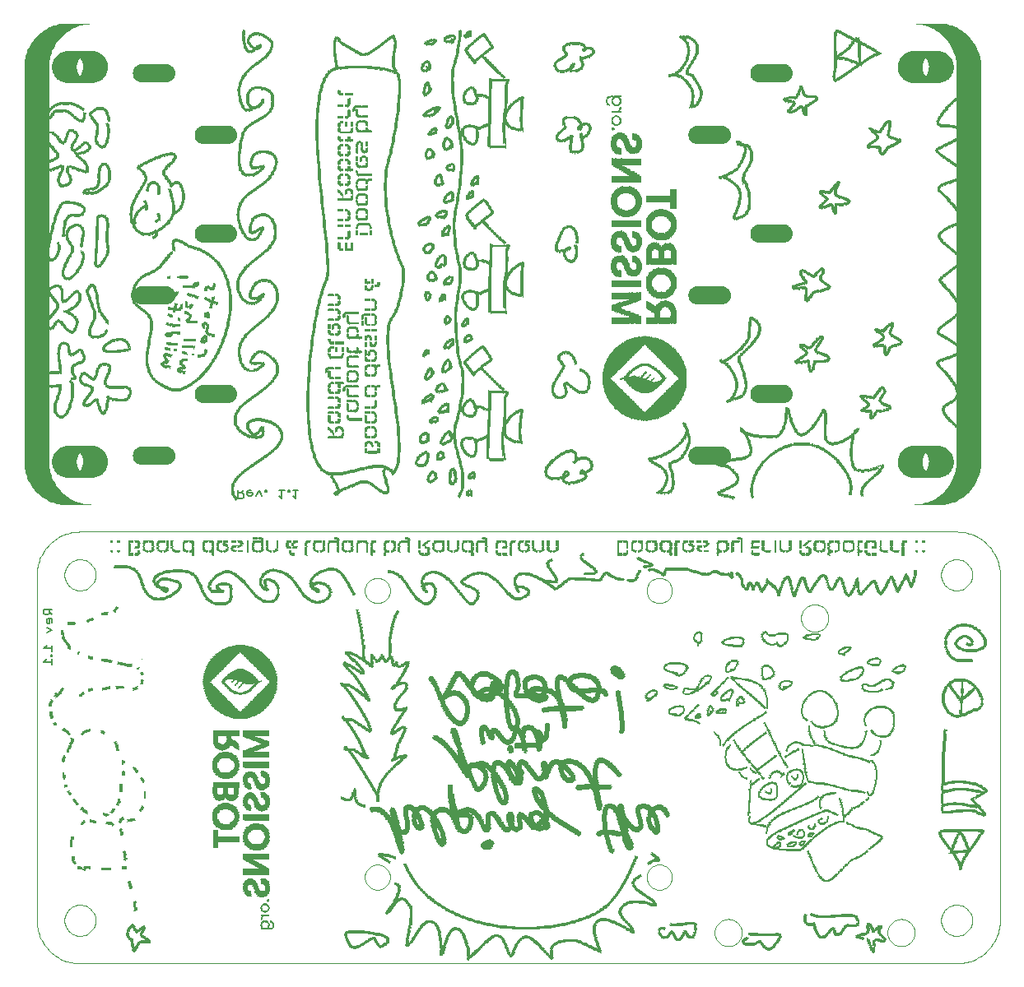
<source format=gbo>
%MOIN*%
%OFA0B0*%
%FSLAX24Y24*%
%IPPOS*%
%LPD*%
%AMOC8*
5,1,8,0,0,$1,202.5*%
%AMOC80*
5,1,8,0,0,$1,-67.5*%
%ADD10C,0*%
%ADD11C,0.0060000000901109605*%
%ADD12R,0.022500000337916097X0.002500000037546234*%
%ADD13R,0.015000000225277399X0.002500000037546234*%
%ADD14R,0.012500000187731168X0.002500000037546234*%
%ADD15R,0.012600000189233017X0.002500000037546234*%
%ADD16R,0.015100000226779251X0.002500000037546234*%
%ADD17R,0.022500000337916097X0.002500000037546234*%
%ADD18R,0.017500000262823636X0.002500000037546234*%
%ADD19R,0.017400000261321782X0.002500000037546234*%
%ADD20R,0.019900000298868018X0.002500000037546234*%
%ADD21R,0.020000000300369872X0.002500000037546234*%
%ADD22R,0.010000000150184936X0.002500000037546234*%
%ADD23R,0.012500000187731168X0.002500000037546234*%
%ADD24R,0.012600000189233017X0.002500000037546234*%
%ADD25R,0.0099000001486830858X0.002500000037546234*%
%ADD26R,0.0076000001141405494X0.002500000037546234*%
%ADD27R,0.022600000339417947X0.002500000037546234*%
%ADD28R,0.025000000375462336X0.002500000037546234*%
%ADD29R,0.0075000001126386993X0.002500000037546234*%
%ADD30R,0.015000000225277399X0.002500000037546234*%
%ADD31R,0.012400000186229316X0.002500000037546234*%
%ADD32R,0.027600000414510419X0.002500000037546234*%
%ADD33R,0.027400000411506718X0.002500000037546234*%
%ADD34R,0.025100000376964183X0.002500000037546234*%
%ADD35R,0.024900000373960483X0.002500000037546234*%
%ADD36R,0.010100000151686783X0.002500000037546234*%
%ADD37R,0.015100000226779251X0.002500000037546234*%
%ADD38R,0.014900000223775552X0.002500000037546234*%
%ADD39R,0.017600000264325483X0.002500000037546234*%
%ADD40R,0.030000000450554797X0.002500000037546234*%
%ADD41R,0.030100000452056647X0.002500000037546234*%
%ADD42R,0.029900000449052951X0.002500000037546234*%
%ADD43R,0.022400000336414243X0.002500000037546234*%
%ADD44R,0.020100000301871718X0.002500000037546234*%
%ADD45R,0.032500000488101033X0.002500000037546234*%
%ADD46R,0.032600000489602883X0.002500000037546234*%
%ADD47R,0.035100000527149115X0.002500000037546234*%
%ADD48R,0.034900000524145415X0.002500000037546234*%
%ADD49R,0.0074000001111368509X0.002500000037546234*%
%ADD50R,0.035000000525647272X0.002500000037546234*%
%ADD51R,0.032400000486599183X0.002500000037546234*%
%ADD52R,0.027500000413008565X0.002500000037546234*%
%ADD53R,0.0050000000750924679X0.002500000037546234*%
%ADD54R,0.0049000000735906169X0.002500000037546234*%
%ADD55R,0.040100000602241587X0.002500000037546234*%
%ADD56R,0.055100000827518987X0.002500000037546234*%
%ADD57R,0.0675000010137483X0.002500000037546234*%
%ADD58R,0.037600000564695354X0.002500000037546234*%
%ADD59R,0.075000001126387X0.002500000037546234*%
%ADD60R,0.080000001201479487X0.002500000037546234*%
%ADD61R,0.045000000675832194X0.002500000037546234*%
%ADD62R,0.090100001353166231X0.002500000037546234*%
%ADD63R,0.0051000000765943155X0.002500000037546234*%
%ADD64R,0.047500000713378433X0.002500000037546234*%
%ADD65R,0.10250000153939555X0.002500000037546234*%
%ADD66R,0.042600000639787812X0.002500000037546234*%
%ADD67R,0.062500000938655834X0.002500000037546234*%
%ADD68R,0.0375000005631935X0.002500000037546234*%
%ADD69R,0.11010000165353612X0.002500000037546234*%
%ADD70R,0.074900001124885152X0.002500000037546234*%
%ADD71R,0.050100000752426523X0.002500000037546234*%
%ADD72R,0.072500001088840763X0.002500000037546234*%
%ADD73R,0.042500000638285976X0.002500000037546234*%
%ADD74R,0.12010000180372103X0.002500000037546234*%
%ADD75R,0.095000001426756867X0.002500000037546234*%
%ADD76R,0.0825000012390257X0.002500000037546234*%
%ADD77R,0.047400000711876583X0.002500000037546234*%
%ADD78R,0.049900000749422822X0.002500000037546234*%
%ADD79R,0.11000000165203426X0.002500000037546234*%
%ADD80R,0.12250000183976544X0.002500000037546234*%
%ADD81R,0.045100000677334051X0.002500000037546234*%
%ADD82R,0.040000000600739744X0.002500000037546234*%
%ADD83R,0.002500000037546234X0.002500000037546234*%
%ADD84R,0.037400000561691654X0.002500000037546234*%
%ADD85R,0.05490000082451528X0.002500000037546234*%
%ADD86R,0.04760000071488029X0.002500000037546234*%
%ADD87R,0.065100000977703923X0.002500000037546234*%
%ADD88R,0.0525000007884709X0.002500000037546234*%
%ADD89R,0.044900000674330358X0.002500000037546234*%
%ADD90R,0.060100000902611452X0.002500000037546234*%
%ADD91R,0.050000000750924672X0.002500000037546234*%
%ADD92R,0.065000000976202066X0.002500000037546234*%
%ADD93R,0.067400001012246455X0.002500000037546234*%
%ADD94R,0.060000000901109594X0.002500000037546234*%
%ADD95R,0.075100001127888852X0.002500000037546234*%
%ADD96R,0.11510000172862857X0.002500000037546234*%
%ADD97R,0.062400000937153983X0.002500000037546234*%
%ADD98R,0.14500000217768153X0.002500000037546234*%
%ADD99R,0.11250000168958051X0.002500000037546234*%
%ADD100R,0.082400001237523848X0.002500000037546234*%
%ADD101R,0.07260000109034262X0.002500000037546234*%
%ADD102R,0.059900000899607758X0.002500000037546234*%
%ADD103R,0.057400000862061519X0.002500000037546234*%
%ADD104R,0.070100001052796374X0.002500000037546234*%
%ADD105R,0.052600000789972748X0.002500000037546234*%
%ADD106R,0.057500000863563369X0.002500000037546234*%
%ADD107R,0.0026000000390480824X0.002500000037546234*%
%ADD108R,0.070000001051294544X0.002500000037546234*%
%ADD109R,0.057500000863563369X0.002500000037546234*%
%ADD110R,0.017400000261321782X0.002500000037546234*%
%ADD111R,0.012400000186229316X0.002500000037546234*%
%ADD112R,0.022400000336414243X0.002500000037546234*%
%ADD113R,0.015000000225277399X0.002500000037546234*%
%ADD114R,0.020000000300369872X0.002500000037546234*%
%ADD115R,0.017500000262823636X0.002500000037546234*%
%ADD116R,0.012500000187731168X0.002500000037546234*%
%ADD117R,0.03990000059923788X0.002500000037546234*%
%ADD118R,0.020100000301871718X0.002500000037546234*%
%ADD119R,0.012400000186229316X0.002500000037546234*%
%ADD120R,0.062500000938655834X0.002500000037546234*%
%ADD121R,0.030000000450554797X0.002500000037546234*%
%ADD122R,0.020000000300369872X0.002500000037546234*%
%ADD123R,0.014900000223775552X0.002500000037546234*%
%ADD124R,0.05500000082601713X0.002500000037546234*%
%ADD125R,0.062600000940157677X0.002500000037546234*%
%ADD126R,0.080100001202981316X0.002500000037546234*%
%ADD127R,0.0024000000360443838X0.002500000037546234*%
%ADD128R,0.069900001049792687X0.002500000037546234*%
%ADD129R,0.085000001276571951X0.002500000037546234*%
%ADD130R,0.099900001500347488X0.002500000037546234*%
%ADD131R,0.11500000172712674X0.002500000037546234*%
%ADD132R,0.12500000187731167X0.002500000037546234*%
%ADD133R,0.1350000020274966X0.002500000037546234*%
%ADD134R,0.092500001389210634X0.002500000037546234*%
%ADD135R,0.15500000232786648X0.002500000037546234*%
%ADD136R,0.162600002442007X0.002500000037546234*%
%ADD137R,0.17010000255464569X0.002500000037546234*%
%ADD138R,0.17500000262823631X0.002500000037546234*%
%ADD139R,0.089900001350162559X0.002500000037546234*%
%ADD140R,0.090000001351664388X0.002500000037546234*%
%ADD141R,0.082600001240527562X0.002500000037546234*%
%ADD142R,0.087400001312616341X0.002500000037546234*%
%ADD143R,0.087500001314118156X0.002500000037546234*%
%ADD144R,0.077600001165435084X0.002500000037546234*%
%ADD145R,0.087600001315620027X0.002500000037546234*%
%ADD146R,0.085100001278073767X0.002500000037546234*%
%ADD147R,0.0849000012750701X0.002500000037546234*%
%ADD148R,0.077400001162431384X0.002500000037546234*%
%ADD149R,0.079900001199977616X0.002500000037546234*%
%ADD150R,0.077500001163933241X0.002500000037546234*%
%ADD151R,0.064900000974700209X0.002500000037546234*%
%ADD152R,0.052400000786969048X0.002500000037546234*%
%ADD153R,0.1050000015769418X0.002500000037546234*%
%ADD154R,0.10990000165053242X0.002500000037546234*%
%ADD155R,0.092400001387708763X0.002500000037546234*%
%ADD156R,0.10000000150184935X0.002500000037546234*%
%ADD157R,0.12000000180221919X0.002500000037546234*%
%ADD158R,0.10750000161448803X0.002500000037546234*%
%ADD159R,0.13000000195240413X0.002500000037546234*%
%ADD160R,0.057600000865065212X0.002500000037546234*%
%ADD161R,0.097500001464303113X0.002500000037546234*%
%ADD162R,0.097600001465804956X0.002500000037546234*%
%ADD163R,0.042400000636784119X0.002500000037546234*%
%ADD164R,0.14240000213863344X0.002500000037546234*%
%ADD165R,0.072400001087338933X0.002500000037546234*%
%ADD166R,0.12260000184126728X0.002500000037546234*%
%ADD167R,0.097400001462801256X0.002500000037546234*%
%ADD168R,0.150000002252774X0.002500000037546234*%
%ADD169R,0.03990000059923788X0.002500000037546234*%
%ADD170R,0.12740000191335607X0.002500000037546234*%
%ADD171R,0.14250000214013528X0.002500000037546234*%
%ADD172R,0.13740000206354097X0.002500000037546234*%
%ADD173R,0.15010000225427586X0.002500000037546234*%
%ADD174R,0.13490000202599475X0.002500000037546234*%
%ADD175R,0.14750000221522777X0.002500000037546234*%
%ADD176R,0.13240000198844851X0.002500000037546234*%
%ADD177R,0.14000000210258909X0.002500000037546234*%
%ADD178R,0.13750000206504284X0.002500000037546234*%
%ADD179R,0.13260000199145222X0.002500000037546234*%
%ADD180R,0.11990000180071736X0.002500000037546234*%
%ADD181R,0.14760000221672961X0.002500000037546234*%
%ADD182R,0.16500000247805141X0.002500000037546234*%
%ADD183R,0.16750000251559766X0.002500000037546234*%
%ADD184R,0.1700000025531439X0.002500000037546234*%
%ADD185R,0.169900002551642X0.002500000037546234*%
%ADD186R,0.16740000251409579X0.002500000037546234*%
%ADD187R,0.16010000240446079X0.002500000037546234*%
%ADD188R,0.14260000214163715X0.002500000037546234*%
%ADD189R,0.10490000157543994X0.002500000037546234*%
%ADD190R,0.12750000191485789X0.002500000037546234*%
%ADD191R,0.13250000198995038X0.002500000037546234*%
%ADD192R,0.15260000229182211X0.002500000037546234*%
%ADD193R,0.10240000153789372X0.002500000037546234*%
%ADD194R,0.095100001428258724X0.002500000037546234*%
%ADD195R,0.1050000015769418X0.002500000037546234*%
%ADD196R,0.029900000449052951X0.002500000037546234*%
%ADD197R,0.010000000150184936X0.002500000037546234*%
%ADD198R,0.012600000189233017X0.002500000037546234*%
%ADD199R,0.022600000339417947X0.002500000037546234*%
%ADD200R,0.024900000373960483X0.002500000037546234*%
%ADD201R,0.030000000450554797X0.002500000037546234*%
%ADD202R,0.12250000183976544X0.002500000037546234*%
%ADD203R,0.014900000223775552X0.002500000037546234*%
%ADD204R,0.0099000001486830858X0.002500000037546234*%
%ADD205R,0.0026000000390480824X0.002500000037546234*%
%ADD206R,0.040100000602241587X0.002500000037546234*%
%ADD207R,0.0074000001111368509X0.002500000037546234*%
%ADD208R,0.035000000525647272X0.002500000037546234*%
%ADD209R,0.1050000015769418X0.002500000037546234*%
%ADD210R,0.029900000449052951X0.002500000037546234*%
%ADD211R,0.057500000863563369X0.002500000037546234*%
%ADD212R,0.017500000262823636X0.002500000037546234*%
%ADD213R,0.024900000373960483X0.002500000037546234*%
%ADD214R,0.13760000206654469X0.002500000037546234*%
%ADD215R,0.0075000001126386993X0.002500000037546234*%
%ADD216R,0.002500000037546234X0.002500000037546234*%
%ADD217R,0.0074000001111368509X0.002500000037546234*%
%ADD218R,0.032500000488101033X0.002500000037546234*%
%ADD219R,0.035000000525647272X0.002500000037546234*%
%ADD220R,0.030100000452056647X0.002500000037546234*%
%ADD221R,0.047500000713378433X0.002500000037546234*%
%ADD222R,0.022500000337916097X0.002500000037546234*%
%ADD223R,0.050000000750924672X0.002500000037546234*%
%ADD224R,0.025100000376964183X0.002500000037546234*%
%ADD225R,0.14750000221522777X0.002500000037546234*%
%ADD226R,0.0075000001126386993X0.002500000037546234*%
%ADD227R,0.027600000414510419X0.002500000037546234*%
%ADD228R,0.022400000336414243X0.002500000037546234*%
%ADD229R,0.042500000638285976X0.002500000037546234*%
%ADD230R,0.010000000150184936X0.002500000037546234*%
%ADD231R,0.044900000674330358X0.002500000037546234*%
%ADD232R,0.027600000414510419X0.002500000037546234*%
%ADD233R,0.14750000221522777X0.002500000037546234*%
%ADD234R,0.027400000411506718X0.002500000037546234*%
%ADD235R,0.067600001015250141X0.002500000037546234*%
%ADD236R,0.019900000298868018X0.002500000037546234*%
%ADD237R,0.035100000527149115X0.002500000037546234*%
%ADD238R,0.040000000600739744X0.002500000037546234*%
%ADD239R,0.030100000452056647X0.002500000037546234*%
%ADD240R,0.12500000187731167X0.002500000037546234*%
%ADD241R,0.017600000264325483X0.002500000037546234*%
%ADD242R,0.0099000001486830858X0.002500000037546234*%
%ADD243R,0.15500000232786648X0.002500000037546234*%
%ADD244R,0.17250000259069004X0.002500000037546234*%
%ADD245R,0.21000000315388359X0.002500000037546234*%
%ADD246R,0.14740000221372593X0.002500000037546234*%
%ADD247R,0.20750000311633735X0.002500000037546234*%
%ADD248R,0.094900001425255009X0.002500000037546234*%
%ADD249R,0.15740000236391086X0.002500000037546234*%
%ADD250R,0.17740000266428072X0.002500000037546234*%
%ADD251R,0.17990000270182693X0.002500000037546234*%
%ADD252R,0.12990000195090226X0.002500000037546234*%
%ADD253R,0.1149000017256249X0.002500000037546234*%
%ADD254R,0.18750000281596749X0.002500000037546234*%
%ADD255R,0.18000000270332878X0.002500000037546234*%
%ADD256R,0.10760000161598989X0.002500000037546234*%
%ADD257R,0.24250000364198462X0.002500000037546234*%
%ADD258R,0.10010000150335119X0.002500000037546234*%
%ADD269C,0*%
%ADD270C,0.0060000000901109605*%
%ADD271R,0.002500000037546234X0.014900000223775552*%
%ADD272R,0.002500000037546234X0.019900000298868018*%
%ADD273R,0.002500000037546234X0.022500000337916097*%
%ADD274R,0.002500000037546234X0.032500000488101033*%
%ADD275R,0.002500000037546234X0.027600000414510419*%
%ADD276R,0.002500000037546234X0.040000000600739744*%
%ADD277R,0.002500000037546234X0.032400000486599183*%
%ADD278R,0.002500000037546234X0.017600000264325483*%
%ADD279R,0.002500000037546234X0.047500000713378433*%
%ADD280R,0.002500000037546234X0.027500000413008565*%
%ADD281R,0.002500000037546234X0.017500000262823636*%
%ADD282R,0.002500000037546234X0.025000000375462336*%
%ADD283R,0.002500000037546234X0.020000000300369872*%
%ADD284R,0.002500000037546234X0.012500000187731168*%
%ADD285R,0.002500000037546234X0.015100000226779251*%
%ADD286R,0.002500000037546234X0.035100000527149115*%
%ADD287R,0.002500000037546234X0.010000000150184936*%
%ADD288R,0.002500000037546234X0.030000000450554797*%
%ADD289R,0.002500000037546234X0.012600000189233017*%
%ADD290R,0.002500000037546234X0.042500000638285976*%
%ADD291R,0.002500000037546234X0.0375000005631935*%
%ADD292R,0.002500000037546234X0.050100000752426523*%
%ADD293R,0.002500000037546234X0.017400000261321782*%
%ADD294R,0.002500000037546234X0.034900000524145415*%
%ADD295R,0.002500000037546234X0.045100000677334051*%
%ADD296R,0.002500000037546234X0.015000000225277399*%
%ADD297R,0.002500000037546234X0.070000001051294544*%
%ADD298R,0.002500000037546234X0.012400000186229316*%
%ADD299R,0.002500000037546234X0.022400000336414243*%
%ADD300R,0.002500000037546234X0.087500001314118156*%
%ADD301R,0.002500000037546234X0.10250000153939555*%
%ADD302R,0.002500000037546234X0.037400000561691654*%
%ADD303R,0.002500000037546234X0.057600000865065212*%
%ADD304R,0.002500000037546234X0.0099000001486830858*%
%ADD305R,0.002500000037546234X0.010100000151686783*%
%ADD306R,0.002500000037546234X0.05500000082601713*%
%ADD307R,0.002500000037546234X0.020100000301871718*%
%ADD308R,0.002500000037546234X0.040100000602241587*%
%ADD309R,0.002500000037546234X0.050000000750924672*%
%ADD310R,0.002500000037546234X0.037600000564695354*%
%ADD311R,0.002500000037546234X0.062500000938655834*%
%ADD312R,0.002500000037546234X0.072500001088840763*%
%ADD313R,0.002500000037546234X0.044900000674330358*%
%ADD314R,0.002500000037546234X0.0074000001111368509*%
%ADD315R,0.002500000037546234X0.0051000000765943155*%
%ADD316R,0.002500000037546234X0.057500000863563369*%
%ADD317R,0.002500000037546234X0.057400000862061519*%
%ADD318R,0.002500000037546234X0.0825000012390257*%
%ADD319R,0.002500000037546234X0.027400000411506718*%
%ADD320R,0.002500000037546234X0.0525000007884709*%
%ADD321R,0.002500000037546234X0.047400000711876583*%
%ADD322R,0.002500000037546234X0.025100000376964183*%
%ADD323R,0.002500000037546234X0.045000000675832194*%
%ADD324R,0.002500000037546234X0.12260000184126728*%
%ADD325R,0.002500000037546234X0.060100000902611452*%
%ADD326R,0.002500000037546234X0.03990000059923788*%
%ADD327R,0.002500000037546234X0.059900000899607758*%
%ADD328R,0.002500000037546234X0.029900000449052951*%
%ADD329R,0.002500000037546234X0.002500000037546234*%
%ADD330R,0.002500000037546234X0.055100000827518987*%
%ADD331R,0.002500000037546234X0.060000000901109594*%
%ADD332R,0.002500000037546234X0.065100000977703923*%
%ADD333R,0.002500000037546234X0.032600000489602883*%
%ADD334R,0.002500000037546234X0.030100000452056647*%
%ADD335R,0.002500000037546234X0.035000000525647272*%
%ADD336R,0.002500000037546234X0.024900000373960483*%
%ADD337R,0.002500000037546234X0.042600000639787812*%
%ADD338R,0.002500000037546234X0.022600000339417947*%
%ADD339R,0.002500000037546234X0.0049000000735906169*%
%ADD340R,0.002500000037546234X0.042400000636784119*%
%ADD341R,0.002500000037546234X0.049900000749422822*%
%ADD342R,0.002500000037546234X0.0024000000360443838*%
%ADD343R,0.002500000037546234X0.04760000071488029*%
%ADD344R,0.002500000037546234X0.11500000172712674*%
%ADD345R,0.002500000037546234X0.089900001350162559*%
%ADD346R,0.002500000037546234X0.077500001163933241*%
%ADD347R,0.002500000037546234X0.0050000000750924679*%
%ADD348R,0.002500000037546234X0.0075000001126386993*%
%ADD349R,0.002500000037546234X0.082400001237523848*%
%ADD350R,0.002500000037546234X0.0076000001141405494*%
%ADD351R,0.002500000037546234X0.074900001124885152*%
%ADD352R,0.002500000037546234X0.075000001126387*%
%ADD353R,0.002500000037546234X0.12000000180221919*%
%ADD354R,0.002500000037546234X0.16740000251409579*%
%ADD355R,0.002500000037546234X0.20740000311483547*%
%ADD356R,0.002500000037546234X0.092600001390712491*%
%ADD357R,0.002500000037546234X0.069900001049792687*%
%ADD358R,0.002500000037546234X0.15250000229032024*%
%ADD359R,0.002500000037546234X0.037600000564695354*%
%ADD360R,0.002500000037546234X0.029900000449052951*%
%ADD361R,0.002500000037546234X0.012600000189233017*%
%ADD362R,0.002500000037546234X0.065000000976202066*%
%ADD363R,0.002500000037546234X0.10250000153939555*%
%ADD364R,0.002500000037546234X0.072500001088840763*%
%ADD365R,0.002500000037546234X0.017400000261321782*%
%ADD366R,0.002500000037546234X0.045100000677334051*%
%ADD367R,0.002500000037546234X0.010000000150184936*%
%ADD368R,0.002500000037546234X0.077400001162431384*%
%ADD369R,0.002500000037546234X0.077600001165435084*%
%ADD370R,0.002500000037546234X0.029900000449052951*%
%ADD371R,0.002500000037546234X0.017600000264325483*%
%ADD372R,0.002500000037546234X0.012400000186229316*%
%ADD373R,0.002500000037546234X0.015100000226779251*%
%ADD374R,0.002500000037546234X0.012500000187731168*%
%ADD375R,0.002500000037546234X0.072500001088840763*%
%ADD376R,0.002500000037546234X0.014900000223775552*%
%ADD377R,0.002500000037546234X0.12990000195090226*%
%ADD378R,0.002500000037546234X0.162600002442007*%
%ADD379R,0.002500000037546234X0.087600001315620027*%
%ADD380R,0.002500000037546234X0.079900001199977616*%
%ADD381R,0.002500000037546234X0.064900000974700209*%
%ADD382R,0.002500000037546234X0.080100001202981316*%
%ADD383R,0.002500000037546234X0.090000001351664388*%
%ADD384R,0.002500000037546234X0.11000000165203426*%
%ADD385R,0.002500000037546234X0.13250000198995038*%
%ADD386R,0.002500000037546234X0.0675000010137483*%
%ADD387R,0.002500000037546234X0.075100001127888852*%
%ADD388R,0.002500000037546234X0.10490000157543994*%
%ADD389R,0.002500000037546234X0.0026000000390480824*%
%ADD390R,0.002500000037546234X0.10750000161448803*%
%ADD391R,0.002500000037546234X0.095000001426756867*%
%ADD392R,0.002500000037546234X0.092500001389210634*%
%ADD393R,0.002500000037546234X0.082600001240527562*%
%ADD394R,0.002500000037546234X0.16000000240295897*%
%ADD395R,0.002500000037546234X0.13740000206354097*%
%ADD396R,0.002500000037546234X0.090100001353166231*%
%ADD397R,0.002500000037546234X0.087400001312616341*%
%ADD398R,0.002500000037546234X0.065000000976202066*%
%ADD399R,0.002500000037546234X0.1050000015769418*%
%ADD400R,0.002500000037546234X0.11010000165353612*%
%ADD401R,0.002500000037546234X0.080000001201479487*%
%ADD402R,0.002500000037546234X0.12750000191485789*%
%ADD403R,0.002500000037546234X0.070100001052796374*%
%ADD404R,0.002500000037546234X0.085000001276571951*%
%ADD405R,0.002500000037546234X0.0849000012750701*%
%ADD406R,0.002500000037546234X0.19010000285501558*%
%ADD407R,0.002500000037546234X0.25240000379066774*%
%ADD408R,0.002500000037546234X0.30250000454309423*%
%ADD409R,0.002500000037546234X0.34510000518288209*%
%ADD410R,0.002500000037546234X0.095100001428258724*%
%ADD411R,0.002500000037546234X0.13490000202599475*%
%ADD412R,0.002500000037546234X0.11240000168807865*%
%ADD413R,0.002500000037546234X0.10000000150184935*%
%ADD414R,0.002500000037546234X0.092400001387708763*%
%ADD415R,0.002500000037546234X0.085100001278073767*%
%ADD416R,0.002500000037546234X0.25000000375462333*%
%ADD417R,0.002500000037546234X0.29990000450404614*%
%ADD418R,0.002500000037546234X0.34500000518138008*%
%ADD419R,0.002500000037546234X0.14990000225127215*%
%ADD420R,0.002500000037546234X0.1149000017256249*%
%ADD421R,0.002500000037546234X0.10990000165053242*%
%ADD422R,0.002500000037546234X0.10760000161598989*%
%ADD423R,0.002500000037546234X0.13750000206504284*%
%ADD424R,0.002500000037546234X0.18240000273937318*%
%ADD425R,0.002500000037546234X0.10010000150335119*%
%ADD426R,0.002500000037546234X0.12500000187731167*%
%ADD427R,0.002500000037546234X0.067600001015250141*%
%ADD428R,0.002500000037546234X0.052600000789972748*%
%ADD429R,0.002500000037546234X0.11250000168958051*%
%ADD430R,0.002500000037546234X0.18750000281596749*%
%ADD431R,0.002500000037546234X0.2151000032304779*%
%ADD432R,0.002500000037546234X0.14260000214163715*%
%ADD433R,0.002500000037546234X0.1749000026267345*%
%ADD434R,0.002500000037546234X0.19990000300219685*%
%ADD435R,0.002500000037546234X0.11740000176317114*%
%ADD436R,0.002500000037546234X0.21010000315538549*%
%ADD437R,0.002500000037546234X0.1700000025531439*%
%ADD438R,0.002500000037546234X0.150000002252774*%
%ADD439R,0.002500000037546234X0.15010000225427586*%
%ADD440R,0.002500000037546234X0.12250000183976544*%
%ADD441R,0.002500000037546234X0.052400000786969048*%
%ADD442R,0.002500000037546234X0.1350000020274966*%
%ADD443R,0.002500000037546234X0.16010000240446079*%
%ADD444R,0.002500000037546234X0.14500000217768153*%
%ADD445R,0.002500000037546234X0.17260000259219194*%
%ADD446R,0.002500000037546234X0.16510000247955325*%
%ADD447R,0.002500000037546234X0.067400001012246455*%
%ADD448R,0.002500000037546234X0.20750000311633735*%
%ADD449R,0.002500000037546234X0.24000000360443838*%
%ADD450R,0.002500000037546234X0.14240000213863344*%
%ADD451R,0.002500000037546234X0.05490000082451528*%
%ADD452R,0.002500000037546234X0.097500001464303113*%
%ADD453R,0.002500000037546234X0.24260000364348647*%
%ADD454R,0.002500000037546234X0.14740000221372593*%
%ADD455R,0.002500000037546234X0.13000000195240413*%
%ADD456R,0.002500000037546234X0.097600001465804956*%
%ADD457R,0.002500000037546234X0.072400001087338933*%
%ADD458R,0.002500000037546234X0.2276000034182091*%
%ADD459R,0.002500000037546234X0.07260000109034262*%
%ADD460R,0.002500000037546234X0.12760000191635973*%
%ADD461R,0.002500000037546234X0.27750000416763193*%
%ADD462R,0.002500000037546234X0.1451000021791834*%
%ADD463R,0.002500000037546234X0.2050000030787911*%
%ADD464R,0.002500000037546234X0.2349000035278441*%
%ADD465R,0.002500000037546234X0.21260000319293171*%
%ADD466R,0.002500000037546234X0.27760000416913377*%
%ADD467R,0.002500000037546234X0.28500000428027056*%
%ADD468R,0.002500000037546234X0.18510000277992314*%
%ADD469R,0.002500000037546234X0.16500000247805141*%
%ADD470R,0.002500000037546234X0.11260000169108236*%
%ADD471R,0.002500000037546234X0.11750000176467296*%
%ADD472R,0.002500000037546234X0.13240000198844851*%
%ADD473R,0.002500000037546234X0.099900001500347488*%
%ADD474R,0.002500000037546234X0.15500000232786648*%
%ADD475R,0.002500000037546234X0.17010000255464569*%
%ADD476R,0.002500000037546234X0.23740000356539034*%
%ADD477R,0.002500000037546234X0.16490000247654954*%
%ADD478R,0.002500000037546234X0.14490000217617968*%
%ADD479R,0.002500000037546234X0.1676000025170995*%
%ADD480R,0.002500000037546234X0.17500000262823631*%
%ADD481R,0.002500000037546234X0.18740000281446567*%
%ADD482R,0.002500000037546234X0.14000000210258909*%
%ADD483R,0.002500000037546234X0.14250000214013528*%
%ADD484R,0.002500000037546234X0.037400000561691654*%
%ADD485R,0.002500000037546234X0.062400000937153983*%
%ADD486R,0.002500000037546234X0.14750000221522777*%
%ADD487R,0.002500000037546234X0.1575000023654127*%
%ADD488R,0.002500000037546234X0.16750000251559766*%
%ADD489R,0.002500000037546234X0.17750000266578256*%
%ADD490R,0.002500000037546234X0.18250000274087502*%
%ADD491R,0.002500000037546234X0.19250000289105995*%
%ADD492R,0.002500000037546234X0.19740000296465057*%
%ADD493R,0.002500000037546234X0.10240000153789372*%
%ADD494R,0.002500000037546234X0.10260000154089741*%
%ADD495R,0.002500000037546234X0.10510000157844365*%
%ADD496R,0.002500000037546234X0.097400001462801256*%
%ADD497R,0.002500000037546234X0.094900001425255009*%
%ADD498R,0.002500000037546234X0.062600000940157677*%
%ADD499R,0.002500000037546234X0.12510000187881351*%
%ADD500R,0.002500000037546234X0.20250000304124494*%
%ADD501R,0.002500000037546234X0.17250000259069004*%
%ADD502R,0.002500000037546234X0.13260000199145222*%
%ADD503R,0.002500000037546234X0.1401000021040909*%
G75*
%LPD*%
D10*
X037345Y017463D02*
X001844Y017463D01*
X002475Y015713D02*
X002473Y015663D01*
X002467Y015613D01*
X002457Y015564D01*
X002443Y015516D01*
X002426Y015469D01*
X002405Y015424D01*
X002380Y015380D01*
X002352Y015339D01*
X002320Y015300D01*
X002286Y015263D01*
X002249Y015229D01*
X002209Y015199D01*
X002167Y015172D01*
X002123Y015148D01*
X002077Y015127D01*
X002030Y015111D01*
X001981Y015098D01*
X001932Y015088D01*
X001882Y015084D01*
X001832Y015083D01*
X001782Y015086D01*
X001733Y015093D01*
X001684Y015104D01*
X001636Y015119D01*
X001590Y015137D01*
X001545Y015159D01*
X001502Y015185D01*
X001461Y015214D01*
X001422Y015245D01*
X001386Y015281D01*
X001354Y015319D01*
X001324Y015359D01*
X001297Y015402D01*
X001274Y015446D01*
X001255Y015491D01*
X001239Y015540D01*
X001227Y015589D01*
X001219Y015638D01*
X001215Y015688D01*
X001215Y015738D01*
X001219Y015788D01*
X001227Y015837D01*
X001239Y015886D01*
X001255Y015934D01*
X001274Y015980D01*
X001297Y016024D01*
X001324Y016067D01*
X001354Y016107D01*
X001386Y016145D01*
X001422Y016180D01*
X001461Y016212D01*
X001502Y016240D01*
X001545Y016267D01*
X001590Y016289D01*
X001636Y016306D01*
X001684Y016322D01*
X001733Y016333D01*
X001782Y016339D01*
X001832Y016343D01*
X001882Y016342D01*
X001932Y016337D01*
X001981Y016328D01*
X002030Y016315D01*
X002077Y016298D01*
X002123Y016277D01*
X002167Y016254D01*
X002209Y016227D01*
X002249Y016197D01*
X002286Y016163D01*
X002320Y016126D01*
X002352Y016087D01*
X002380Y016046D01*
X002405Y016002D01*
X002426Y015956D01*
X002443Y015910D01*
X002457Y015862D01*
X002467Y015813D01*
X002473Y015763D01*
X002475Y015713D01*
X001844Y017463D02*
X001761Y017460D01*
X001678Y017455D01*
X001596Y017445D01*
X001514Y017431D01*
X001432Y017414D01*
X001351Y017392D01*
X001273Y017367D01*
X001195Y017338D01*
X001118Y017305D01*
X001043Y017268D01*
X000970Y017229D01*
X000898Y017185D01*
X000830Y017139D01*
X000763Y017089D01*
X000699Y017036D01*
X000637Y016980D01*
X000578Y016921D01*
X000522Y016859D01*
X000468Y016795D01*
X000419Y016728D01*
X000373Y016659D01*
X000329Y016588D01*
X000290Y016515D01*
X000253Y016440D01*
X000220Y016362D01*
X000191Y016285D01*
X000166Y016206D01*
X000144Y016126D01*
X000127Y016044D01*
X000112Y015962D01*
X000102Y015878D01*
X000097Y015795D01*
X000095Y015713D01*
X000095Y001713D01*
X002475Y001713D02*
X002473Y001662D01*
X002467Y001613D01*
X002457Y001564D01*
X002443Y001516D01*
X002426Y001469D01*
X002405Y001424D01*
X002380Y001380D01*
X002352Y001339D01*
X002320Y001300D01*
X002286Y001263D01*
X002249Y001229D01*
X002209Y001199D01*
X002167Y001172D01*
X002123Y001148D01*
X002077Y001127D01*
X002030Y001111D01*
X001981Y001098D01*
X001932Y001089D01*
X001882Y001084D01*
X001832Y001083D01*
X001782Y001086D01*
X001733Y001093D01*
X001684Y001104D01*
X001636Y001119D01*
X001590Y001137D01*
X001545Y001159D01*
X001502Y001185D01*
X001461Y001214D01*
X001422Y001246D01*
X001386Y001281D01*
X001354Y001319D01*
X001324Y001359D01*
X001297Y001402D01*
X001274Y001446D01*
X001255Y001492D01*
X001239Y001540D01*
X001227Y001589D01*
X001219Y001638D01*
X001215Y001688D01*
X001215Y001738D01*
X001219Y001787D01*
X001227Y001836D01*
X001239Y001886D01*
X001255Y001933D01*
X001274Y001980D01*
X001297Y002024D01*
X001324Y002067D01*
X001354Y002107D01*
X001386Y002145D01*
X001422Y002180D01*
X001461Y002212D01*
X001502Y002241D01*
X001545Y002267D01*
X001590Y002289D01*
X001636Y002307D01*
X001684Y002322D01*
X001733Y002333D01*
X001782Y002340D01*
X001832Y002343D01*
X001882Y002342D01*
X001932Y002337D01*
X001981Y002328D01*
X002030Y002315D01*
X002077Y002299D01*
X002123Y002278D01*
X002167Y002254D01*
X002209Y002227D01*
X002249Y002197D01*
X002286Y002163D01*
X002320Y002126D01*
X002352Y002087D01*
X002380Y002046D01*
X002405Y002002D01*
X002426Y001957D01*
X002443Y001910D01*
X002457Y001862D01*
X002467Y001813D01*
X002473Y001763D01*
X002475Y001713D01*
X001844Y-000036D02*
X001761Y-000034D01*
X001678Y-000027D01*
X001596Y-000018D01*
X001514Y-000004D01*
X001432Y000011D01*
X001351Y000034D01*
X001273Y000059D01*
X001195Y000088D01*
X001118Y000120D01*
X001043Y000158D01*
X000970Y000197D01*
X000898Y000241D01*
X000830Y000287D01*
X000763Y000337D01*
X000699Y000390D01*
X000637Y000445D01*
X000578Y000505D01*
X000522Y000567D01*
X000468Y000631D01*
X000419Y000698D01*
X000373Y000767D01*
X000329Y000838D01*
X000290Y000910D01*
X000253Y000985D01*
X000220Y001063D01*
X000191Y001141D01*
X000166Y001220D01*
X000144Y001300D01*
X000127Y001382D01*
X000112Y001464D01*
X000102Y001547D01*
X000097Y001630D01*
X000095Y001713D01*
X001844Y-000036D02*
X037345Y-000036D01*
X035645Y001213D02*
X035644Y001166D01*
X035637Y001120D01*
X035628Y001074D01*
X035615Y001029D01*
X035597Y000985D01*
X035576Y000944D01*
X035552Y000903D01*
X035524Y000867D01*
X035493Y000831D01*
X035459Y000799D01*
X035423Y000770D01*
X035384Y000743D01*
X035343Y000721D01*
X035300Y000702D01*
X035256Y000686D01*
X035211Y000674D01*
X035165Y000666D01*
X035118Y000662D01*
X035072Y000662D01*
X035025Y000666D01*
X034979Y000674D01*
X034934Y000686D01*
X034890Y000702D01*
X034847Y000721D01*
X034806Y000743D01*
X034767Y000770D01*
X034731Y000799D01*
X034696Y000831D01*
X034666Y000867D01*
X034638Y000903D01*
X034614Y000944D01*
X034592Y000985D01*
X034575Y001029D01*
X034562Y001074D01*
X034552Y001120D01*
X034546Y001166D01*
X034544Y001213D01*
X034546Y001260D01*
X034552Y001306D01*
X034562Y001351D01*
X034575Y001397D01*
X034592Y001440D01*
X034614Y001482D01*
X034638Y001522D01*
X034666Y001559D01*
X034696Y001593D01*
X034731Y001627D01*
X034767Y001655D01*
X034806Y001681D01*
X034847Y001705D01*
X034890Y001723D01*
X034934Y001739D01*
X034979Y001752D01*
X035025Y001760D01*
X035072Y001764D01*
X035118Y001764D01*
X035165Y001760D01*
X035211Y001752D01*
X035256Y001739D01*
X035300Y001723D01*
X035343Y001705D01*
X035384Y001681D01*
X035423Y001655D01*
X035459Y001627D01*
X035493Y001593D01*
X035524Y001559D01*
X035552Y001522D01*
X035576Y001482D01*
X035597Y001440D01*
X035615Y001397D01*
X035628Y001351D01*
X035637Y001306D01*
X035644Y001260D01*
X035645Y001213D01*
X037975Y001713D02*
X037973Y001662D01*
X037967Y001613D01*
X037957Y001564D01*
X037943Y001516D01*
X037926Y001469D01*
X037905Y001424D01*
X037880Y001380D01*
X037852Y001339D01*
X037820Y001300D01*
X037786Y001263D01*
X037749Y001229D01*
X037709Y001199D01*
X037667Y001172D01*
X037623Y001148D01*
X037577Y001127D01*
X037530Y001111D01*
X037482Y001098D01*
X037432Y001089D01*
X037383Y001084D01*
X037332Y001083D01*
X037282Y001086D01*
X037233Y001093D01*
X037184Y001104D01*
X037136Y001119D01*
X037089Y001137D01*
X037045Y001159D01*
X037002Y001185D01*
X036961Y001214D01*
X036922Y001246D01*
X036886Y001281D01*
X036853Y001319D01*
X036824Y001359D01*
X036797Y001402D01*
X036774Y001446D01*
X036755Y001492D01*
X036739Y001540D01*
X036727Y001589D01*
X036719Y001638D01*
X036715Y001688D01*
X036715Y001738D01*
X036719Y001787D01*
X036727Y001836D01*
X036739Y001886D01*
X036755Y001933D01*
X036774Y001980D01*
X036797Y002024D01*
X036824Y002067D01*
X036853Y002107D01*
X036886Y002145D01*
X036922Y002180D01*
X036961Y002212D01*
X037002Y002241D01*
X037045Y002267D01*
X037089Y002289D01*
X037136Y002307D01*
X037184Y002322D01*
X037233Y002333D01*
X037282Y002340D01*
X037332Y002343D01*
X037383Y002342D01*
X037432Y002337D01*
X037482Y002328D01*
X037530Y002315D01*
X037577Y002299D01*
X037623Y002278D01*
X037667Y002254D01*
X037709Y002227D01*
X037749Y002197D01*
X037786Y002163D01*
X037820Y002126D01*
X037852Y002087D01*
X037880Y002046D01*
X037905Y002002D01*
X037926Y001957D01*
X037943Y001910D01*
X037957Y001862D01*
X037967Y001813D01*
X037973Y001763D01*
X037975Y001713D01*
X039095Y001713D02*
X039093Y001630D01*
X039087Y001547D01*
X039077Y001464D01*
X039063Y001382D01*
X039045Y001300D01*
X039024Y001220D01*
X038999Y001141D01*
X038970Y001063D01*
X038937Y000985D01*
X038900Y000910D01*
X038861Y000838D01*
X038817Y000767D01*
X038771Y000698D01*
X038721Y000631D01*
X038668Y000567D01*
X038612Y000505D01*
X038553Y000445D01*
X038491Y000390D01*
X038427Y000337D01*
X038360Y000287D01*
X038291Y000241D01*
X038220Y000197D01*
X038147Y000158D01*
X038072Y000120D01*
X037995Y000088D01*
X037917Y000059D01*
X037837Y000034D01*
X037758Y000011D01*
X037676Y-000004D01*
X037593Y-000018D01*
X037511Y-000027D01*
X037428Y-000034D01*
X037345Y-000036D01*
X039095Y001713D02*
X039095Y015713D01*
X037975Y015713D02*
X037973Y015663D01*
X037967Y015613D01*
X037957Y015564D01*
X037943Y015516D01*
X037926Y015469D01*
X037905Y015424D01*
X037880Y015380D01*
X037852Y015339D01*
X037820Y015300D01*
X037786Y015263D01*
X037749Y015229D01*
X037709Y015199D01*
X037667Y015172D01*
X037623Y015148D01*
X037577Y015127D01*
X037530Y015111D01*
X037482Y015098D01*
X037432Y015088D01*
X037383Y015084D01*
X037332Y015083D01*
X037282Y015086D01*
X037233Y015093D01*
X037184Y015104D01*
X037136Y015119D01*
X037089Y015137D01*
X037045Y015159D01*
X037002Y015185D01*
X036961Y015214D01*
X036922Y015245D01*
X036886Y015281D01*
X036853Y015319D01*
X036824Y015359D01*
X036797Y015402D01*
X036774Y015446D01*
X036755Y015491D01*
X036739Y015540D01*
X036727Y015589D01*
X036719Y015638D01*
X036715Y015688D01*
X036715Y015738D01*
X036719Y015788D01*
X036727Y015837D01*
X036739Y015886D01*
X036755Y015934D01*
X036774Y015980D01*
X036797Y016024D01*
X036824Y016067D01*
X036853Y016107D01*
X036886Y016145D01*
X036922Y016180D01*
X036961Y016212D01*
X037002Y016240D01*
X037045Y016267D01*
X037089Y016289D01*
X037136Y016306D01*
X037184Y016322D01*
X037233Y016333D01*
X037282Y016339D01*
X037332Y016343D01*
X037383Y016342D01*
X037432Y016337D01*
X037482Y016328D01*
X037530Y016315D01*
X037577Y016298D01*
X037623Y016277D01*
X037667Y016254D01*
X037709Y016227D01*
X037749Y016197D01*
X037786Y016163D01*
X037820Y016126D01*
X037852Y016087D01*
X037880Y016046D01*
X037905Y016002D01*
X037926Y015956D01*
X037943Y015910D01*
X037957Y015862D01*
X037967Y015813D01*
X037973Y015763D01*
X037975Y015713D01*
X039095Y015713D02*
X039093Y015795D01*
X039087Y015878D01*
X039077Y015962D01*
X039063Y016044D01*
X039045Y016126D01*
X039024Y016206D01*
X038999Y016285D01*
X038970Y016362D01*
X038937Y016440D01*
X038900Y016515D01*
X038861Y016588D01*
X038817Y016659D01*
X038771Y016728D01*
X038721Y016795D01*
X038668Y016859D01*
X038612Y016921D01*
X038553Y016980D01*
X038491Y017036D01*
X038427Y017089D01*
X038360Y017139D01*
X038291Y017185D01*
X038220Y017229D01*
X038147Y017268D01*
X038072Y017305D01*
X037995Y017338D01*
X037917Y017367D01*
X037837Y017392D01*
X037758Y017414D01*
X037676Y017431D01*
X037593Y017445D01*
X037511Y017455D01*
X037428Y017460D01*
X037345Y017463D01*
X032146Y013963D02*
X032144Y013915D01*
X032138Y013870D01*
X032128Y013824D01*
X032115Y013778D01*
X032097Y013735D01*
X032075Y013694D01*
X032052Y013654D01*
X032024Y013617D01*
X031993Y013582D01*
X031959Y013549D01*
X031923Y013520D01*
X031884Y013493D01*
X031843Y013471D01*
X031800Y013452D01*
X031756Y013435D01*
X031711Y013423D01*
X031664Y013415D01*
X031618Y013412D01*
X031572Y013412D01*
X031525Y013415D01*
X031479Y013423D01*
X031434Y013435D01*
X031389Y013452D01*
X031347Y013471D01*
X031306Y013493D01*
X031267Y013520D01*
X031231Y013549D01*
X031196Y013582D01*
X031166Y013617D01*
X031138Y013654D01*
X031114Y013694D01*
X031093Y013735D01*
X031075Y013778D01*
X031062Y013824D01*
X031052Y013870D01*
X031046Y013915D01*
X031044Y013963D01*
X031046Y014010D01*
X031052Y014056D01*
X031062Y014101D01*
X031075Y014147D01*
X031093Y014190D01*
X031114Y014232D01*
X031138Y014271D01*
X031166Y014309D01*
X031196Y014343D01*
X031231Y014377D01*
X031267Y014406D01*
X031306Y014432D01*
X031347Y014455D01*
X031389Y014474D01*
X031434Y014490D01*
X031479Y014502D01*
X031525Y014510D01*
X031572Y014513D01*
X031618Y014513D01*
X031664Y014510D01*
X031711Y014502D01*
X031756Y014490D01*
X031800Y014474D01*
X031843Y014455D01*
X031884Y014432D01*
X031923Y014406D01*
X031959Y014377D01*
X031993Y014343D01*
X032024Y014309D01*
X032052Y014271D01*
X032075Y014232D01*
X032097Y014190D01*
X032115Y014147D01*
X032128Y014101D01*
X032138Y014056D01*
X032144Y014010D01*
X032146Y013963D01*
X025816Y015077D02*
X025814Y015032D01*
X025808Y014988D01*
X025798Y014943D01*
X025785Y014902D01*
X025767Y014861D01*
X025747Y014821D01*
X025722Y014783D01*
X025696Y014748D01*
X025666Y014715D01*
X025633Y014685D01*
X025598Y014658D01*
X025560Y014634D01*
X025519Y014613D01*
X025479Y014596D01*
X025437Y014581D01*
X025393Y014573D01*
X025349Y014567D01*
X025304Y014564D01*
X025259Y014567D01*
X025215Y014573D01*
X025171Y014581D01*
X025129Y014596D01*
X025088Y014613D01*
X025048Y014634D01*
X025010Y014658D01*
X024975Y014685D01*
X024942Y014715D01*
X024912Y014748D01*
X024885Y014783D01*
X024861Y014821D01*
X024840Y014861D01*
X024823Y014902D01*
X024809Y014943D01*
X024800Y014988D01*
X024794Y015032D01*
X024792Y015077D01*
X024794Y015121D01*
X024800Y015166D01*
X024809Y015209D01*
X024823Y015251D01*
X024840Y015293D01*
X024861Y015332D01*
X024885Y015371D01*
X024912Y015406D01*
X024942Y015439D01*
X024975Y015469D01*
X025010Y015496D01*
X025048Y015520D01*
X025088Y015541D01*
X025129Y015558D01*
X025171Y015572D01*
X025215Y015581D01*
X025259Y015587D01*
X025304Y015589D01*
X025349Y015587D01*
X025393Y015581D01*
X025437Y015572D01*
X025479Y015558D01*
X025519Y015541D01*
X025560Y015520D01*
X025598Y015496D01*
X025633Y015469D01*
X025666Y015439D01*
X025696Y015406D01*
X025722Y015371D01*
X025747Y015332D01*
X025767Y015293D01*
X025785Y015251D01*
X025798Y015209D01*
X025808Y015166D01*
X025814Y015121D01*
X025816Y015077D01*
X014399Y015077D02*
X014397Y015032D01*
X014391Y014988D01*
X014382Y014943D01*
X014368Y014902D01*
X014351Y014861D01*
X014330Y014821D01*
X014306Y014783D01*
X014279Y014748D01*
X014249Y014715D01*
X014215Y014685D01*
X014181Y014658D01*
X014142Y014634D01*
X014103Y014613D01*
X014061Y014596D01*
X014020Y014581D01*
X013975Y014573D01*
X013932Y014567D01*
X013887Y014564D01*
X013842Y014567D01*
X013797Y014573D01*
X013754Y014581D01*
X013712Y014596D01*
X013671Y014613D01*
X013631Y014634D01*
X013593Y014658D01*
X013557Y014685D01*
X013525Y014715D01*
X013495Y014748D01*
X013468Y014783D01*
X013444Y014821D01*
X013423Y014861D01*
X013406Y014902D01*
X013392Y014943D01*
X013383Y014988D01*
X013376Y015032D01*
X013375Y015077D01*
X013376Y015121D01*
X013383Y015166D01*
X013392Y015209D01*
X013406Y015251D01*
X013423Y015293D01*
X013444Y015332D01*
X013468Y015371D01*
X013495Y015406D01*
X013525Y015439D01*
X013557Y015469D01*
X013593Y015496D01*
X013631Y015520D01*
X013671Y015541D01*
X013712Y015558D01*
X013754Y015572D01*
X013797Y015581D01*
X013842Y015587D01*
X013887Y015589D01*
X013932Y015587D01*
X013975Y015581D01*
X014020Y015572D01*
X014061Y015558D01*
X014103Y015541D01*
X014142Y015520D01*
X014181Y015496D01*
X014215Y015469D01*
X014249Y015439D01*
X014279Y015406D01*
X014306Y015371D01*
X014330Y015332D01*
X014351Y015293D01*
X014368Y015251D01*
X014382Y015209D01*
X014391Y015166D01*
X014397Y015121D01*
X014399Y015077D01*
X014399Y003462D02*
X014397Y003417D01*
X014391Y003373D01*
X014382Y003330D01*
X014368Y003288D01*
X014351Y003247D01*
X014330Y003207D01*
X014306Y003169D01*
X014279Y003134D01*
X014249Y003101D01*
X014215Y003071D01*
X014181Y003044D01*
X014142Y003020D01*
X014103Y002999D01*
X014061Y002982D01*
X014020Y002968D01*
X013975Y002959D01*
X013932Y002953D01*
X013887Y002950D01*
X013842Y002953D01*
X013797Y002959D01*
X013754Y002968D01*
X013712Y002982D01*
X013671Y002999D01*
X013631Y003020D01*
X013593Y003044D01*
X013557Y003071D01*
X013525Y003101D01*
X013495Y003134D01*
X013468Y003169D01*
X013444Y003207D01*
X013423Y003247D01*
X013406Y003288D01*
X013392Y003330D01*
X013383Y003373D01*
X013376Y003417D01*
X013375Y003462D01*
X013376Y003507D01*
X013383Y003552D01*
X013392Y003595D01*
X013406Y003638D01*
X013423Y003679D01*
X013444Y003719D01*
X013468Y003757D01*
X013495Y003792D01*
X013525Y003825D01*
X013557Y003855D01*
X013593Y003882D01*
X013631Y003906D01*
X013671Y003927D01*
X013712Y003943D01*
X013754Y003958D01*
X013797Y003967D01*
X013842Y003973D01*
X013887Y003975D01*
X013932Y003973D01*
X013975Y003967D01*
X014020Y003958D01*
X014061Y003943D01*
X014103Y003927D01*
X014142Y003906D01*
X014181Y003882D01*
X014215Y003855D01*
X014249Y003825D01*
X014279Y003792D01*
X014306Y003757D01*
X014330Y003719D01*
X014351Y003679D01*
X014368Y003638D01*
X014382Y003595D01*
X014391Y003552D01*
X014397Y003507D01*
X014399Y003462D01*
X025816Y003462D02*
X025814Y003417D01*
X025808Y003373D01*
X025798Y003330D01*
X025785Y003288D01*
X025767Y003247D01*
X025747Y003207D01*
X025722Y003169D01*
X025696Y003134D01*
X025666Y003101D01*
X025633Y003071D01*
X025598Y003044D01*
X025560Y003020D01*
X025519Y002999D01*
X025479Y002982D01*
X025437Y002968D01*
X025393Y002959D01*
X025349Y002953D01*
X025304Y002950D01*
X025259Y002953D01*
X025215Y002959D01*
X025171Y002968D01*
X025129Y002982D01*
X025088Y002999D01*
X025048Y003020D01*
X025010Y003044D01*
X024975Y003071D01*
X024942Y003101D01*
X024912Y003134D01*
X024885Y003169D01*
X024861Y003207D01*
X024840Y003247D01*
X024823Y003288D01*
X024809Y003330D01*
X024800Y003373D01*
X024794Y003417D01*
X024792Y003462D01*
X024794Y003507D01*
X024800Y003552D01*
X024809Y003595D01*
X024823Y003638D01*
X024840Y003679D01*
X024861Y003719D01*
X024885Y003757D01*
X024912Y003792D01*
X024942Y003825D01*
X024975Y003855D01*
X025010Y003882D01*
X025048Y003906D01*
X025088Y003927D01*
X025129Y003943D01*
X025171Y003958D01*
X025215Y003967D01*
X025259Y003973D01*
X025304Y003975D01*
X025349Y003973D01*
X025393Y003967D01*
X025437Y003958D01*
X025479Y003943D01*
X025519Y003927D01*
X025560Y003906D01*
X025598Y003882D01*
X025633Y003855D01*
X025666Y003825D01*
X025696Y003792D01*
X025722Y003757D01*
X025747Y003719D01*
X025767Y003679D01*
X025785Y003638D01*
X025798Y003595D01*
X025808Y003552D01*
X025814Y003507D01*
X025816Y003462D01*
X028645Y001213D02*
X028644Y001166D01*
X028638Y001120D01*
X028628Y001074D01*
X028615Y001029D01*
X028597Y000985D01*
X028576Y000944D01*
X028551Y000903D01*
X028524Y000867D01*
X028493Y000831D01*
X028459Y000799D01*
X028423Y000770D01*
X028384Y000743D01*
X028343Y000721D01*
X028299Y000702D01*
X028256Y000686D01*
X028211Y000674D01*
X028165Y000666D01*
X028118Y000662D01*
X028071Y000662D01*
X028024Y000666D01*
X027979Y000674D01*
X027934Y000686D01*
X027890Y000702D01*
X027847Y000721D01*
X027806Y000743D01*
X027767Y000770D01*
X027731Y000799D01*
X027697Y000831D01*
X027666Y000867D01*
X027638Y000903D01*
X027614Y000944D01*
X027593Y000985D01*
X027575Y001029D01*
X027562Y001074D01*
X027552Y001120D01*
X027546Y001166D01*
X027544Y001213D01*
X027546Y001260D01*
X027552Y001306D01*
X027562Y001351D01*
X027575Y001397D01*
X027593Y001440D01*
X027614Y001482D01*
X027638Y001522D01*
X027666Y001559D01*
X027697Y001593D01*
X027731Y001627D01*
X027767Y001655D01*
X027806Y001681D01*
X027847Y001705D01*
X027890Y001723D01*
X027934Y001739D01*
X027979Y001752D01*
X028024Y001760D01*
X028071Y001764D01*
X028118Y001764D01*
X028165Y001760D01*
X028211Y001752D01*
X028256Y001739D01*
X028299Y001723D01*
X028343Y001705D01*
X028384Y001681D01*
X028423Y001655D01*
X028459Y001627D01*
X028493Y001593D01*
X028524Y001559D01*
X028551Y001522D01*
X028576Y001482D01*
X028597Y001440D01*
X028615Y001397D01*
X028628Y001351D01*
X028638Y001306D01*
X028644Y001260D01*
X028645Y001213D01*
D11*
X000714Y012074D02*
X000714Y012301D01*
X000714Y012188D02*
X000375Y012188D01*
X000489Y012301D01*
X000659Y012428D02*
X000714Y012428D01*
X000714Y012485D01*
X000659Y012485D01*
X000659Y012428D01*
X000714Y012627D02*
X000714Y012854D01*
X000714Y012740D02*
X000375Y012740D01*
X000489Y012854D01*
X000489Y013363D02*
X000714Y013476D01*
X000489Y013590D01*
X000545Y013731D02*
X000602Y013731D01*
X000602Y013959D01*
X000545Y013959D02*
X000489Y013902D01*
X000489Y013787D01*
X000545Y013731D01*
X000714Y013787D02*
X000714Y013902D01*
X000659Y013959D01*
X000545Y013959D01*
X000545Y014099D02*
X000602Y014157D01*
X000602Y014327D01*
X000714Y014327D02*
X000375Y014327D01*
X000375Y014157D01*
X000432Y014099D01*
X000545Y014099D01*
X000602Y014213D02*
X000714Y014099D01*
D12*
X002270Y013888D03*
X008921Y017213D03*
X017846Y007163D03*
X018945Y007163D03*
X018996Y007063D03*
X019045Y006963D03*
X019570Y007163D03*
D13*
X017858Y014637D03*
X016083Y014637D03*
X018208Y017213D03*
X009133Y017213D03*
D14*
X012196Y017213D03*
X013646Y007163D03*
X013995Y007163D03*
X029496Y007063D03*
X036796Y007163D03*
D15*
X031020Y007063D03*
X012970Y006963D03*
X015069Y017213D03*
D16*
X028533Y017213D03*
X038533Y006963D03*
X013708Y007063D03*
D17*
X012495Y006637D03*
X015021Y006163D03*
X015021Y006138D03*
X015021Y006113D03*
X015021Y006088D03*
X015021Y006062D03*
X015021Y006038D03*
X015046Y005938D03*
X015046Y005913D03*
X015095Y005738D03*
X015095Y005713D03*
X015095Y005688D03*
X015095Y005387D03*
X015620Y005363D03*
X015671Y005613D03*
X015671Y005638D03*
X015646Y005688D03*
X015646Y005713D03*
X015620Y005763D03*
X015620Y005788D03*
X016196Y005413D03*
X016244Y005263D03*
X016244Y005238D03*
X016271Y005188D03*
X016271Y005163D03*
X016296Y005113D03*
X016296Y005088D03*
X016521Y005188D03*
X016521Y005213D03*
X016521Y005238D03*
X016496Y005263D03*
X016496Y005288D03*
X016496Y005313D03*
X016445Y005387D03*
X016445Y005413D03*
X016421Y005463D03*
X017121Y005538D03*
X017146Y005488D03*
X017595Y005437D03*
X017621Y005488D03*
X017646Y005513D03*
X017646Y005538D03*
X017646Y005563D03*
X017671Y005588D03*
X017671Y005613D03*
X017671Y005813D03*
X018071Y005738D03*
X018120Y005638D03*
X018120Y005613D03*
X018370Y005613D03*
X018370Y005638D03*
X018370Y005663D03*
X018370Y005888D03*
X018370Y005913D03*
X018896Y005588D03*
X019520Y005313D03*
X019670Y005513D03*
X019670Y005538D03*
X019670Y005563D03*
X019670Y005588D03*
X019646Y005688D03*
X019646Y005713D03*
X019621Y005813D03*
X018996Y006388D03*
X018845Y006613D03*
X018796Y006712D03*
X018796Y006738D03*
X018771Y006763D03*
X018771Y006788D03*
X018745Y006837D03*
X018745Y006862D03*
X018696Y007013D03*
X018670Y007113D03*
X018920Y007213D03*
X018896Y007262D03*
X019021Y007013D03*
X019045Y006938D03*
X019096Y006788D03*
X019096Y006763D03*
X018220Y007238D03*
X018220Y007262D03*
X018246Y007287D03*
X018246Y007312D03*
X018271Y007363D03*
X018271Y007388D03*
X018271Y007613D03*
X018271Y007638D03*
X018246Y007663D03*
X018246Y007688D03*
X017746Y007363D03*
X017746Y007338D03*
X017771Y007312D03*
X017771Y007287D03*
X017795Y007262D03*
X017795Y007238D03*
X017846Y007137D03*
X017695Y007438D03*
X019746Y008188D03*
X019846Y008588D03*
X019846Y008613D03*
X019846Y008638D03*
X019296Y008538D03*
X019370Y009063D03*
X019396Y009113D03*
X019396Y009138D03*
X019421Y009163D03*
X019421Y009188D03*
X019770Y009088D03*
X019770Y009063D03*
X019770Y009038D03*
X019770Y009013D03*
X020746Y009238D03*
X020746Y009263D03*
X020746Y009288D03*
X020746Y009313D03*
X020746Y009338D03*
X021469Y009663D03*
X021469Y009688D03*
X021469Y009713D03*
X021469Y009738D03*
X021445Y009888D03*
X021445Y009913D03*
X021295Y010538D03*
X021295Y010563D03*
X021196Y011013D03*
X021196Y011037D03*
X021196Y011438D03*
X019570Y011438D03*
X019570Y011463D03*
X019570Y011488D03*
X019520Y011613D03*
X019196Y011613D03*
X019121Y011263D03*
X019570Y011088D03*
X019570Y011063D03*
X019520Y010963D03*
X019520Y010938D03*
X019520Y010913D03*
X019370Y010313D03*
X019421Y010238D03*
X019470Y010138D03*
X019470Y010113D03*
X019496Y010088D03*
X019496Y010063D03*
X019520Y010013D03*
X019520Y009988D03*
X019570Y009813D03*
X019570Y009788D03*
X019570Y009763D03*
X019570Y009738D03*
X019570Y009713D03*
X019570Y009688D03*
X019220Y009713D03*
X019220Y009738D03*
X019196Y009813D03*
X019196Y009838D03*
X018120Y009188D03*
X018120Y009163D03*
X018120Y009138D03*
X018146Y009013D03*
X018146Y008988D03*
X018146Y008963D03*
X017221Y008638D03*
X017221Y008613D03*
X017221Y008588D03*
X017246Y008513D03*
X017170Y008763D03*
X017170Y008788D03*
X016271Y009138D03*
X016970Y009438D03*
X017446Y009838D03*
X017495Y009938D03*
X017495Y009963D03*
X017520Y010013D03*
X017520Y010038D03*
X017520Y010063D03*
X017546Y010213D03*
X017546Y010238D03*
X017546Y010263D03*
X017546Y010288D03*
X017546Y010313D03*
X017520Y010412D03*
X017520Y010438D03*
X017520Y010463D03*
X017495Y010488D03*
X017446Y010588D03*
X016721Y010138D03*
X016621Y010313D03*
X016596Y010363D03*
X016545Y010463D03*
X016545Y010488D03*
X016521Y010512D03*
X016521Y010538D03*
X016521Y010563D03*
X016496Y010588D03*
X016496Y010613D03*
X016396Y010838D03*
X016396Y010863D03*
X016371Y010888D03*
X016371Y010913D03*
X016371Y010938D03*
X016345Y010963D03*
X016345Y010988D03*
X016296Y011088D03*
X016296Y011113D03*
X016271Y011137D03*
X016271Y011163D03*
X016244Y011188D03*
X016244Y011213D03*
X016196Y011288D03*
X016171Y011338D03*
X016071Y011488D03*
X016071Y011513D03*
X016821Y011137D03*
X016796Y011088D03*
X016870Y011238D03*
X016896Y011288D03*
X016921Y011338D03*
X016970Y011438D03*
X016996Y011488D03*
X017771Y011413D03*
X014921Y012038D03*
X013896Y012213D03*
X013119Y012363D03*
X013046Y012413D03*
X012595Y012113D03*
X013020Y011863D03*
X012871Y011137D03*
X013471Y010713D03*
X014521Y011113D03*
X012945Y009763D03*
X014770Y009438D03*
X013046Y008538D03*
X009271Y006837D03*
X008971Y006513D03*
X008971Y006488D03*
X009021Y006388D03*
X009021Y007262D03*
X008971Y007363D03*
X008971Y007388D03*
X007346Y008888D03*
X007346Y008913D03*
X002270Y011037D03*
X002270Y011063D03*
X000921Y010838D03*
X003021Y012163D03*
X007146Y014613D03*
X005571Y014887D03*
X005521Y014863D03*
X004946Y015288D03*
X004946Y015313D03*
X004921Y015338D03*
X004921Y015363D03*
X004171Y016838D03*
X008346Y016688D03*
X008346Y016663D03*
X008346Y016638D03*
X009171Y016688D03*
X009171Y017138D03*
X008921Y017138D03*
X008921Y017163D03*
X008921Y017188D03*
X010546Y016813D03*
X010546Y016788D03*
X010546Y016763D03*
X011496Y015763D03*
X011545Y015788D03*
X011770Y015288D03*
X011445Y015038D03*
X011196Y014663D03*
X011145Y014688D03*
X009696Y014663D03*
X014270Y016613D03*
X014270Y016638D03*
X014270Y016663D03*
X014270Y016688D03*
X013395Y017013D03*
X015671Y016563D03*
X016496Y016688D03*
X017421Y016688D03*
X017671Y016688D03*
X017671Y016663D03*
X017671Y016638D03*
X017671Y016613D03*
X017421Y017013D03*
X018246Y017138D03*
X019045Y017013D03*
X019045Y016813D03*
X019045Y016788D03*
X019045Y016763D03*
X019045Y016563D03*
X019045Y016538D03*
X019045Y016513D03*
X019621Y015688D03*
X018471Y015638D03*
X018420Y015663D03*
X017595Y015638D03*
X017546Y015613D03*
X016496Y015688D03*
X017771Y015138D03*
X019846Y014813D03*
X020870Y016688D03*
X023696Y016563D03*
X023696Y016538D03*
X023696Y016513D03*
X023696Y016488D03*
X023945Y016563D03*
X023945Y017013D03*
X023696Y017013D03*
X023696Y017038D03*
X023696Y017063D03*
X023696Y017088D03*
X024871Y017013D03*
X025445Y017013D03*
X025696Y017013D03*
X025696Y016688D03*
X025696Y016663D03*
X025696Y016638D03*
X024871Y016688D03*
X024496Y016337D03*
X024921Y016137D03*
X025320Y015788D03*
X026595Y016688D03*
X026595Y016888D03*
X026595Y017013D03*
X026595Y017038D03*
X026595Y017063D03*
X026595Y017088D03*
X027195Y016688D03*
X027195Y016663D03*
X027195Y016638D03*
X027745Y016638D03*
X027745Y016663D03*
X027745Y016688D03*
X027745Y017013D03*
X028570Y017138D03*
X029246Y016488D03*
X030296Y016688D03*
X031346Y016563D03*
X032245Y016613D03*
X032245Y016638D03*
X032245Y016663D03*
X032245Y016688D03*
X032846Y016688D03*
X032846Y017013D03*
X033421Y017013D03*
X033744Y017013D03*
X033744Y016563D03*
X033421Y016638D03*
X033421Y016663D03*
X033421Y016688D03*
X034696Y015563D03*
X034696Y015538D03*
X035296Y015588D03*
X035496Y015338D03*
X034271Y014963D03*
X032971Y014863D03*
X032270Y015113D03*
X032621Y015538D03*
X031396Y015063D03*
X030771Y014963D03*
X030771Y014938D03*
X030146Y015038D03*
X030495Y015588D03*
X029270Y015338D03*
X029270Y015313D03*
X029120Y015238D03*
X028821Y015138D03*
X029594Y013338D03*
X032771Y012713D03*
X032719Y012463D03*
X033846Y012088D03*
X033271Y011488D03*
X033646Y011263D03*
X033896Y011163D03*
X034570Y011063D03*
X035146Y012038D03*
X037021Y011213D03*
X037871Y011338D03*
X037446Y012738D03*
X037520Y013138D03*
X037270Y013563D03*
X031596Y010938D03*
X030419Y011113D03*
X030320Y011037D03*
X029746Y011513D03*
X029120Y011363D03*
X026621Y010913D03*
X026421Y010838D03*
X024921Y010663D03*
X023696Y010563D03*
X023696Y010538D03*
X023696Y010512D03*
X023671Y010663D03*
X023671Y010688D03*
X023671Y010713D03*
X023645Y010788D03*
X023645Y010813D03*
X023645Y010838D03*
X022846Y011188D03*
X022846Y011213D03*
X022846Y011238D03*
X022820Y011263D03*
X022820Y011288D03*
X022820Y010863D03*
X022820Y010838D03*
X022820Y010813D03*
X022796Y010788D03*
X022796Y010763D03*
X023745Y010238D03*
X023745Y010213D03*
X023745Y010188D03*
X023769Y010063D03*
X023769Y010038D03*
X023769Y010013D03*
X023769Y009988D03*
X026746Y009763D03*
X026870Y009988D03*
X023745Y011488D03*
X025696Y011788D03*
X026269Y012063D03*
X030721Y008863D03*
X030996Y008863D03*
X031669Y008813D03*
X032245Y008638D03*
X032294Y008613D03*
X032371Y008588D03*
X032495Y008538D03*
X032621Y008488D03*
X032695Y008463D03*
X032821Y008413D03*
X032571Y008788D03*
X032320Y008863D03*
X033620Y008188D03*
X033696Y008163D03*
X033970Y008413D03*
X033846Y006788D03*
X032821Y005963D03*
X033020Y005588D03*
X031894Y006088D03*
X031821Y006062D03*
X031770Y006038D03*
X031020Y006313D03*
X030896Y006263D03*
X030820Y006238D03*
X030771Y006213D03*
X030696Y006188D03*
X030571Y006138D03*
X029746Y006837D03*
X029496Y006637D03*
X029871Y007287D03*
X029270Y007813D03*
X025620Y005988D03*
X025620Y005963D03*
X025171Y005788D03*
X025171Y005763D03*
X025195Y005713D03*
X025195Y005688D03*
X025219Y005613D03*
X025219Y005588D03*
X025146Y005838D03*
X025146Y005863D03*
X024895Y005863D03*
X024895Y005688D03*
X024895Y005663D03*
X024895Y005638D03*
X024921Y005588D03*
X024921Y005563D03*
X024946Y005538D03*
X024521Y005763D03*
X024521Y005788D03*
X024496Y005863D03*
X024496Y005888D03*
X024471Y005938D03*
X024471Y005963D03*
X024471Y005988D03*
X024446Y006038D03*
X024446Y006062D03*
X024446Y006088D03*
X023144Y006213D03*
X023120Y006163D03*
X023120Y006138D03*
X022871Y006213D03*
X022871Y006238D03*
X022871Y006263D03*
X022871Y006288D03*
X023120Y005437D03*
X023120Y005413D03*
X023120Y005387D03*
X023120Y005363D03*
X023196Y005038D03*
X023196Y005013D03*
X023221Y004938D03*
X023221Y004913D03*
X023246Y004863D03*
X023246Y004838D03*
X023246Y004813D03*
X023271Y004763D03*
X023271Y004738D03*
X023320Y004638D03*
X023320Y004613D03*
X023344Y004588D03*
X023370Y004538D03*
X024096Y004563D03*
X023645Y005113D03*
X024946Y004038D03*
X024496Y003462D03*
X024446Y003438D03*
X022796Y002013D03*
X022745Y001988D03*
X023745Y001487D03*
X023871Y001413D03*
X023921Y001388D03*
X023969Y001363D03*
X024021Y001338D03*
X024195Y001238D03*
X025520Y000963D03*
X026346Y001163D03*
X022871Y000438D03*
X021145Y000763D03*
X019296Y000288D03*
X017621Y000213D03*
X016521Y000488D03*
X016521Y000513D03*
X016521Y000538D03*
X016521Y000563D03*
X015146Y000738D03*
X014221Y001013D03*
X013596Y000913D03*
X013271Y000713D03*
X012671Y001163D03*
X014570Y002388D03*
X014621Y002438D03*
X016521Y002238D03*
X016596Y002188D03*
X016696Y002138D03*
X014321Y004088D03*
X014196Y004163D03*
X014121Y004213D03*
X016496Y004738D03*
X016545Y005113D03*
X016545Y005138D03*
X018420Y004938D03*
X015170Y006363D03*
X020246Y006862D03*
X020271Y006813D03*
X020271Y006788D03*
X020295Y006763D03*
X020295Y006738D03*
X020295Y006712D03*
X020346Y006637D03*
X020371Y006587D03*
X020571Y006712D03*
X020571Y006738D03*
X020546Y006763D03*
X020546Y006788D03*
X020620Y006613D03*
X020620Y006587D03*
X021396Y007588D03*
X021396Y007613D03*
X021371Y007638D03*
X021371Y007663D03*
X021346Y007712D03*
X021346Y007738D03*
X021746Y007613D03*
X021770Y007562D03*
X021796Y007538D03*
X021796Y007513D03*
X022446Y007562D03*
X022719Y007562D03*
X022719Y007588D03*
X022719Y007613D03*
X022719Y007638D03*
X022719Y007663D03*
X022719Y007688D03*
X022719Y007712D03*
X022719Y007738D03*
X022719Y007763D03*
X022719Y007788D03*
X022719Y007813D03*
X022719Y007838D03*
X022745Y007963D03*
X022745Y007987D03*
X022771Y008038D03*
X022945Y008263D03*
X022719Y007538D03*
X022719Y007513D03*
X023671Y007588D03*
X030171Y005113D03*
X030245Y004963D03*
X030121Y004813D03*
X030644Y004663D03*
X031070Y004763D03*
X031095Y004863D03*
X031121Y004888D03*
X031420Y005113D03*
X031044Y005338D03*
X030644Y005263D03*
X030619Y005238D03*
X033196Y004188D03*
X033271Y004213D03*
X037495Y003988D03*
X037871Y004588D03*
X037495Y005213D03*
X038145Y006687D03*
X038196Y006712D03*
X038246Y006738D03*
X038320Y006788D03*
X038320Y007113D03*
X037146Y010038D03*
X033795Y001487D03*
X033995Y001288D03*
X033370Y001038D03*
X032519Y001088D03*
X032320Y001338D03*
X009021Y002913D03*
X008971Y002988D03*
X008971Y003013D03*
X008971Y003038D03*
X008921Y003113D03*
X008546Y004988D03*
X008546Y005013D03*
X008546Y005038D03*
X008546Y005063D03*
X008546Y005088D03*
X008546Y005113D03*
X008546Y005138D03*
X003645Y003837D03*
X003645Y003812D03*
X001845Y003837D03*
X003021Y005663D03*
D18*
X003546Y005813D03*
X002046Y006113D03*
X002021Y006138D03*
X001845Y003788D03*
X003621Y003788D03*
X003645Y003862D03*
X003895Y000937D03*
X003920Y000913D03*
X014321Y002038D03*
X014470Y002238D03*
X014521Y002313D03*
X014721Y003113D03*
X015971Y002638D03*
X016095Y002538D03*
X016196Y001563D03*
X015771Y001538D03*
X015095Y000663D03*
X016496Y000388D03*
X016496Y000363D03*
X016496Y000337D03*
X017746Y000288D03*
X017846Y000388D03*
X017871Y000413D03*
X017946Y000488D03*
X017971Y000513D03*
X018271Y000788D03*
X018320Y000838D03*
X018370Y000888D03*
X018471Y000963D03*
X019721Y000937D03*
X020196Y000888D03*
X020246Y000863D03*
X020346Y000763D03*
X020371Y000738D03*
X020546Y000563D03*
X020571Y000538D03*
X021070Y000713D03*
X020921Y000188D03*
X020921Y000162D03*
X022796Y001638D03*
X023020Y002163D03*
X023120Y002238D03*
X023144Y002263D03*
X023196Y002313D03*
X023896Y002313D03*
X024471Y002888D03*
X024446Y002913D03*
X024995Y002513D03*
X024370Y003387D03*
X024496Y003488D03*
X025096Y004313D03*
X025071Y004338D03*
X025146Y004288D03*
X025219Y004213D03*
X024394Y005288D03*
X022871Y005138D03*
X022871Y006188D03*
X023745Y006388D03*
X025296Y006363D03*
X023671Y007538D03*
X023671Y007562D03*
X021469Y009513D03*
X020771Y009638D03*
X019296Y008513D03*
X014945Y008263D03*
X014721Y008063D03*
X012945Y006862D03*
X012945Y006837D03*
X012945Y006813D03*
X009246Y006862D03*
X007745Y006888D03*
X007745Y006913D03*
X007745Y006938D03*
X007745Y007013D03*
X007745Y007038D03*
X007320Y007038D03*
X007320Y007013D03*
X007320Y006938D03*
X007320Y006913D03*
X007320Y006888D03*
X007320Y006862D03*
X007320Y006837D03*
X002771Y009313D03*
X002171Y009413D03*
X000869Y010763D03*
X002895Y014162D03*
X004921Y015613D03*
X004946Y015638D03*
X004146Y016513D03*
X004146Y016788D03*
X004146Y017063D03*
X006445Y015688D03*
X007371Y015638D03*
X007796Y015863D03*
X008371Y015512D03*
X008421Y015463D03*
X008471Y015412D03*
X009296Y015713D03*
X009721Y015388D03*
X010296Y015638D03*
X010346Y015613D03*
X010371Y015588D03*
X010396Y015563D03*
X011245Y015263D03*
X011245Y015238D03*
X011245Y015213D03*
X010971Y014813D03*
X011396Y015688D03*
X012346Y015813D03*
X012595Y016638D03*
X012595Y017063D03*
X012221Y017188D03*
X013171Y017063D03*
X013371Y017063D03*
X014521Y017038D03*
X015095Y017188D03*
X014521Y016663D03*
X014821Y015613D03*
X014846Y015588D03*
X015771Y015138D03*
X015820Y015063D03*
X015546Y014688D03*
X015571Y014663D03*
X016721Y015538D03*
X016696Y015563D03*
X016621Y015613D03*
X016796Y015463D03*
X018670Y015487D03*
X018696Y015463D03*
X019570Y015663D03*
X019196Y014938D03*
X019220Y014913D03*
X019296Y014838D03*
X020870Y015288D03*
X020971Y015213D03*
X021346Y015288D03*
X021371Y015313D03*
X021469Y015388D03*
X021495Y015412D03*
X021596Y015487D03*
X022395Y016137D03*
X022495Y016062D03*
X022571Y016013D03*
X022596Y015988D03*
X022621Y015963D03*
X022294Y016213D03*
X022171Y016488D03*
X023271Y015713D03*
X024471Y016362D03*
X024521Y016663D03*
X024296Y016663D03*
X024296Y017038D03*
X024296Y017063D03*
X024521Y017063D03*
X024895Y017063D03*
X025096Y017063D03*
X024895Y016638D03*
X026044Y017063D03*
X026371Y017063D03*
X026570Y016938D03*
X026946Y016863D03*
X026946Y016663D03*
X027171Y016863D03*
X027171Y017038D03*
X027171Y017063D03*
X026570Y016638D03*
X028221Y015613D03*
X028471Y015738D03*
X028544Y015663D03*
X028970Y015363D03*
X029120Y015213D03*
X029270Y015363D03*
X029720Y015412D03*
X029871Y015288D03*
X029895Y015263D03*
X029921Y015238D03*
X029946Y015213D03*
X030146Y014988D03*
X030146Y014963D03*
X031396Y015013D03*
X031121Y015588D03*
X030495Y015613D03*
X031121Y016513D03*
X031320Y016513D03*
X031894Y016638D03*
X031320Y016813D03*
X031894Y017063D03*
X032495Y017063D03*
X032871Y017063D03*
X033071Y017063D03*
X033446Y017063D03*
X033770Y017063D03*
X033970Y017063D03*
X033770Y016513D03*
X032871Y016638D03*
X032495Y016663D03*
X030520Y016663D03*
X030320Y016638D03*
X028544Y017188D03*
X028821Y015113D03*
X028645Y013113D03*
X029871Y012838D03*
X031546Y013038D03*
X032719Y012688D03*
X033046Y011813D03*
X032996Y011788D03*
X032719Y011438D03*
X032871Y011363D03*
X034071Y011238D03*
X034321Y011388D03*
X037021Y011238D03*
X037095Y011313D03*
X037821Y010863D03*
X037846Y010888D03*
X037871Y010913D03*
X037920Y010963D03*
X037796Y010838D03*
X037771Y010813D03*
X037520Y010613D03*
X037070Y010088D03*
X038246Y010288D03*
X038046Y011213D03*
X037171Y012338D03*
X038421Y012763D03*
X037871Y013113D03*
X038145Y013487D03*
X038196Y013463D03*
X038221Y013438D03*
X037196Y013513D03*
X037146Y013487D03*
X034946Y015063D03*
X035496Y015263D03*
X034696Y015588D03*
X033896Y015363D03*
X033320Y015412D03*
X033446Y014913D03*
X029820Y011538D03*
X029570Y011438D03*
X028195Y011037D03*
X027571Y010988D03*
X027519Y010813D03*
X026820Y011013D03*
X026796Y010988D03*
X026396Y011113D03*
X025620Y011263D03*
X025644Y011813D03*
X025971Y011688D03*
X025644Y012063D03*
X026346Y012038D03*
X027221Y011288D03*
X024895Y010638D03*
X023621Y010963D03*
X023144Y010813D03*
X026820Y009738D03*
X026894Y010038D03*
X027320Y010038D03*
X029096Y009788D03*
X030721Y008513D03*
X030771Y008538D03*
X030820Y008563D03*
X030644Y007738D03*
X030296Y007613D03*
X029946Y007688D03*
X029695Y007213D03*
X031320Y006437D03*
X031371Y006463D03*
X031469Y006513D03*
X032070Y006163D03*
X031469Y005913D03*
X031245Y005813D03*
X030971Y005688D03*
X030921Y005663D03*
X030696Y005563D03*
X030644Y005538D03*
X030545Y005488D03*
X030495Y005463D03*
X030696Y005313D03*
X031044Y005363D03*
X031469Y005238D03*
X031145Y004913D03*
X030771Y004888D03*
X030121Y004838D03*
X030146Y004663D03*
X030121Y005288D03*
X030219Y005338D03*
X029321Y005713D03*
X029270Y005688D03*
X030146Y005938D03*
X030296Y006012D03*
X030346Y006038D03*
X032294Y005563D03*
X033345Y006313D03*
X033846Y006763D03*
X033744Y008138D03*
X034570Y009188D03*
X031546Y010913D03*
X038445Y007038D03*
X038145Y006388D03*
X038421Y005938D03*
X036821Y006862D03*
X033970Y005238D03*
X033871Y005288D03*
X034246Y005113D03*
X032221Y003338D03*
X032070Y003263D03*
X033795Y001538D03*
X033995Y001263D03*
X034121Y000937D03*
X034346Y000812D03*
X033945Y000513D03*
X033945Y000488D03*
X033496Y000937D03*
X029895Y000613D03*
X029570Y000613D03*
X028821Y000963D03*
X028769Y000913D03*
X028745Y000888D03*
X026595Y000963D03*
X026469Y001063D03*
X026346Y001213D03*
X017221Y001288D03*
X016496Y004713D03*
X013220Y009588D03*
X013271Y010863D03*
X013171Y010938D03*
X013071Y011013D03*
X013271Y011688D03*
X012971Y012188D03*
X012945Y012213D03*
X012871Y012287D03*
X012846Y012313D03*
X013696Y012387D03*
X014421Y012363D03*
X015095Y012163D03*
X009046Y014787D03*
X010446Y016513D03*
X010571Y017063D03*
X011096Y017063D03*
X009146Y017188D03*
X009146Y016638D03*
X008946Y016638D03*
X017070Y016663D03*
X017446Y016638D03*
X017446Y017063D03*
X017646Y017063D03*
X019721Y017063D03*
X019946Y016912D03*
X019946Y016663D03*
X019721Y016663D03*
X020520Y016663D03*
D19*
X020895Y016638D03*
X020895Y016288D03*
X021520Y015438D03*
X021320Y015263D03*
X020895Y015263D03*
X019270Y014863D03*
X019170Y014963D03*
X018645Y015512D03*
X018544Y015588D03*
X017395Y015512D03*
X016895Y015363D03*
X016770Y015487D03*
X015845Y015688D03*
X015745Y015238D03*
X015745Y015213D03*
X015845Y015038D03*
X015645Y014613D03*
X016045Y014613D03*
X014795Y015638D03*
X016470Y016638D03*
X018220Y017188D03*
X019394Y017063D03*
X014295Y017063D03*
X013745Y017063D03*
X011870Y015238D03*
X011270Y015187D03*
X010945Y014838D03*
X011045Y014763D03*
X011070Y014738D03*
X009320Y015738D03*
X008320Y015563D03*
X008220Y015638D03*
X007445Y015138D03*
X007070Y014663D03*
X007870Y014613D03*
X005770Y015038D03*
X005719Y014988D03*
X005044Y015438D03*
X005094Y016663D03*
X004520Y017063D03*
X006145Y017063D03*
X006344Y017063D03*
X006145Y016638D03*
X008320Y016863D03*
X008320Y017063D03*
X009520Y016663D03*
X002295Y013913D03*
X002270Y012313D03*
X003845Y011988D03*
X007970Y011013D03*
X008695Y011013D03*
X012920Y012238D03*
X013119Y012038D03*
X013645Y011988D03*
X013145Y010963D03*
X013245Y010888D03*
X015020Y010313D03*
X014695Y009388D03*
X014495Y009238D03*
X013545Y009363D03*
X013045Y009713D03*
X012620Y008688D03*
X013119Y008488D03*
X014695Y008038D03*
X014795Y008138D03*
X014920Y008238D03*
X016244Y009163D03*
X016970Y009463D03*
X018145Y008863D03*
X013870Y006837D03*
X013119Y006437D03*
X014495Y006213D03*
X018345Y004563D03*
X015945Y002663D03*
X014395Y002138D03*
X014370Y002113D03*
X014295Y002013D03*
X015720Y001487D03*
X015745Y001513D03*
X016895Y001288D03*
X018345Y000863D03*
X018445Y000937D03*
X018870Y001013D03*
X017920Y000463D03*
X017820Y000363D03*
X017595Y000162D03*
X020320Y000788D03*
X021095Y000738D03*
X023170Y002288D03*
X024420Y002938D03*
X024645Y002763D03*
X025245Y004188D03*
X025045Y004363D03*
X030270Y005363D03*
X030670Y005288D03*
X031070Y004738D03*
X032345Y005588D03*
X032970Y005613D03*
X030245Y005988D03*
X030870Y008588D03*
X032345Y008838D03*
X033370Y008738D03*
X037745Y010788D03*
X037945Y010988D03*
X037970Y011013D03*
X037970Y011263D03*
X037945Y011288D03*
X034195Y011313D03*
X032945Y011762D03*
X029220Y011313D03*
X028595Y010738D03*
X029220Y009863D03*
X026920Y012937D03*
X026920Y013388D03*
X029844Y015313D03*
X031695Y016663D03*
X031695Y017063D03*
X035245Y017063D03*
X037120Y013463D03*
X027970Y016663D03*
X027970Y017063D03*
X027770Y017063D03*
X025670Y017063D03*
X025470Y017063D03*
X025470Y016638D03*
X025470Y015688D03*
X021295Y011638D03*
X008695Y007038D03*
X007970Y006538D03*
X002345Y005738D03*
X008695Y002688D03*
X004395Y001413D03*
X004395Y001038D03*
X004420Y001013D03*
X014270Y000788D03*
X024220Y001213D03*
X031495Y001938D03*
X034245Y001463D03*
X038170Y006363D03*
X001270Y009363D03*
D20*
X002283Y011013D03*
X002983Y011137D03*
X007332Y009163D03*
X007332Y009138D03*
X007332Y009113D03*
X007332Y009088D03*
X007332Y009063D03*
X007332Y009038D03*
X007332Y009013D03*
X007332Y008988D03*
X007332Y008963D03*
X007332Y008938D03*
X009258Y007712D03*
X008533Y007438D03*
X008533Y007412D03*
X008533Y007388D03*
X008533Y007363D03*
X008533Y007338D03*
X008533Y007312D03*
X007332Y006813D03*
X008533Y006562D03*
X008533Y006538D03*
X008533Y006513D03*
X008533Y006488D03*
X008533Y006463D03*
X008533Y006437D03*
X008683Y006188D03*
X007332Y005338D03*
X007332Y005313D03*
X007332Y005288D03*
X007332Y005263D03*
X007332Y005238D03*
X007332Y005213D03*
X007332Y005188D03*
X007332Y005163D03*
X007332Y005138D03*
X007332Y005113D03*
X007332Y004838D03*
X007332Y004813D03*
X007332Y004788D03*
X007332Y004763D03*
X007332Y004738D03*
X007332Y004713D03*
X007332Y004688D03*
X007332Y004663D03*
X007332Y004638D03*
X009258Y003363D03*
X008533Y003088D03*
X008533Y003063D03*
X008533Y003038D03*
X008533Y003013D03*
X008533Y002988D03*
X008533Y002963D03*
X008533Y002938D03*
X009208Y002638D03*
X004533Y000937D03*
X004458Y000988D03*
X014282Y004113D03*
X016258Y005213D03*
X015633Y005738D03*
X018758Y006813D03*
X020108Y005913D03*
X020108Y005888D03*
X020633Y006562D03*
X022758Y008013D03*
X020633Y008113D03*
X018758Y008163D03*
X018133Y009038D03*
X018133Y009063D03*
X018133Y009088D03*
X018133Y009113D03*
X017508Y009988D03*
X020682Y011163D03*
X020682Y011188D03*
X020682Y011213D03*
X025883Y010313D03*
X029633Y012038D03*
X032958Y012788D03*
X031083Y008838D03*
X033583Y006862D03*
X031707Y006012D03*
X031083Y005738D03*
X031083Y006338D03*
X034208Y005138D03*
X032333Y001363D03*
X023383Y004463D03*
X023383Y004488D03*
X016358Y002338D03*
X016258Y002413D03*
X015007Y002513D03*
X017608Y000188D03*
X002908Y005938D03*
X002883Y006012D03*
X008008Y010988D03*
X013033Y011037D03*
X011782Y014688D03*
X009158Y016663D03*
X009158Y017163D03*
X006133Y017038D03*
X006133Y016663D03*
X005083Y016688D03*
X004508Y016688D03*
X004508Y016663D03*
X004508Y017013D03*
X004508Y017038D03*
X004983Y015663D03*
X005608Y014913D03*
X005658Y014938D03*
X014282Y017013D03*
X014282Y017038D03*
X016258Y016688D03*
X016258Y016663D03*
X017508Y015588D03*
X019383Y014787D03*
X019383Y017013D03*
X019383Y017038D03*
X018233Y017163D03*
X027758Y017038D03*
D21*
X027982Y017038D03*
X027982Y017013D03*
X027982Y016688D03*
X027732Y016613D03*
X027183Y016888D03*
X027183Y017013D03*
X026932Y016838D03*
X026932Y016813D03*
X026932Y016688D03*
X026583Y016663D03*
X026358Y016663D03*
X026358Y016688D03*
X026583Y016912D03*
X026358Y017013D03*
X026358Y017038D03*
X026032Y017038D03*
X026032Y017013D03*
X025682Y017038D03*
X025457Y017038D03*
X025108Y017038D03*
X025108Y017013D03*
X024883Y017038D03*
X024533Y017038D03*
X024533Y017013D03*
X024283Y017013D03*
X024283Y016688D03*
X024533Y016688D03*
X024883Y016663D03*
X025108Y016663D03*
X025108Y016688D03*
X025457Y016688D03*
X025457Y016663D03*
X025708Y016613D03*
X024958Y016113D03*
X025457Y015713D03*
X024157Y015412D03*
X023782Y015463D03*
X023332Y015663D03*
X023307Y015688D03*
X023157Y015788D03*
X022532Y016037D03*
X022458Y016088D03*
X022433Y016113D03*
X022357Y016163D03*
X022332Y016188D03*
X021107Y016663D03*
X021107Y016688D03*
X020882Y016663D03*
X020533Y016688D03*
X020882Y016263D03*
X020857Y016238D03*
X019958Y016688D03*
X019958Y016888D03*
X019958Y017088D03*
X019708Y017038D03*
X019708Y017013D03*
X019708Y016688D03*
X019057Y016838D03*
X018808Y017013D03*
X018808Y017038D03*
X018808Y016563D03*
X018808Y016538D03*
X019057Y016488D03*
X017658Y017013D03*
X017658Y017038D03*
X017433Y017038D03*
X017433Y016663D03*
X017082Y016688D03*
X016833Y016688D03*
X016483Y016663D03*
X015683Y016538D03*
X015107Y017138D03*
X015107Y017163D03*
X014533Y017013D03*
X014533Y016688D03*
X013731Y017013D03*
X013731Y017038D03*
X013383Y017038D03*
X013158Y017038D03*
X013158Y017013D03*
X012807Y017038D03*
X012582Y017038D03*
X012233Y017138D03*
X012233Y017163D03*
X012582Y016663D03*
X012807Y016663D03*
X012807Y016688D03*
X011657Y016688D03*
X011408Y016688D03*
X011083Y017013D03*
X011083Y017038D03*
X010558Y017038D03*
X010558Y017013D03*
X010558Y016838D03*
X010308Y016813D03*
X010308Y016788D03*
X010308Y017038D03*
X010432Y016563D03*
X010432Y016538D03*
X009507Y016688D03*
X008333Y016888D03*
X008333Y017013D03*
X008333Y017038D03*
X008083Y016838D03*
X008083Y016813D03*
X008083Y016688D03*
X007508Y016688D03*
X007183Y016613D03*
X006933Y016663D03*
X006933Y016688D03*
X006933Y017038D03*
X006358Y017038D03*
X006358Y017013D03*
X005783Y016613D03*
X004158Y016563D03*
X004158Y016538D03*
X003907Y016488D03*
X004158Y016813D03*
X004158Y017013D03*
X004158Y017038D03*
X006381Y015738D03*
X007408Y015663D03*
X007432Y015688D03*
X008157Y015688D03*
X008183Y015663D03*
X007508Y015088D03*
X009108Y014738D03*
X009383Y015088D03*
X009683Y015412D03*
X009457Y015538D03*
X009357Y015763D03*
X011457Y015738D03*
X011833Y015263D03*
X011457Y015013D03*
X012307Y015838D03*
X014682Y015713D03*
X014733Y015688D03*
X015758Y015263D03*
X015983Y015388D03*
X015883Y015713D03*
X016557Y015663D03*
X016583Y015638D03*
X016657Y015588D03*
X017433Y015538D03*
X017458Y015563D03*
X017858Y015088D03*
X018583Y015563D03*
X019933Y015113D03*
X019933Y014863D03*
X019332Y014813D03*
X020783Y015338D03*
X020832Y015313D03*
X020933Y015238D03*
X021107Y015113D03*
X021257Y015213D03*
X021282Y015238D03*
X021558Y015463D03*
X027207Y015663D03*
X027557Y015863D03*
X028208Y015638D03*
X028982Y015338D03*
X029458Y015063D03*
X029732Y015388D03*
X030133Y015013D03*
X030758Y014913D03*
X030758Y014887D03*
X031383Y015038D03*
X031107Y015563D03*
X031932Y015688D03*
X032608Y015563D03*
X033307Y015388D03*
X033307Y015363D03*
X033982Y015438D03*
X034258Y014938D03*
X034958Y015088D03*
X034958Y015113D03*
X035508Y015288D03*
X035508Y015313D03*
X035308Y015613D03*
X035308Y015638D03*
X033458Y014938D03*
X031257Y013213D03*
X030032Y012913D03*
X029708Y012913D03*
X029582Y013363D03*
X028008Y013063D03*
X028283Y011863D03*
X028258Y011838D03*
X028233Y011813D03*
X029182Y011338D03*
X027907Y010588D03*
X027383Y010338D03*
X027331Y010063D03*
X026882Y010013D03*
X026032Y009963D03*
X024857Y010613D03*
X024958Y010963D03*
X025607Y011113D03*
X025933Y011163D03*
X026682Y010938D03*
X026732Y010963D03*
X027557Y010963D03*
X023732Y010338D03*
X023732Y010313D03*
X023732Y010288D03*
X023732Y010263D03*
X023757Y010163D03*
X023757Y010138D03*
X023757Y010113D03*
X023757Y010088D03*
X023782Y009963D03*
X023782Y009938D03*
X023782Y009913D03*
X023782Y009888D03*
X023782Y009863D03*
X023782Y009838D03*
X023782Y009813D03*
X023807Y009663D03*
X023807Y009638D03*
X023807Y009613D03*
X023807Y009588D03*
X023807Y009563D03*
X023807Y009538D03*
X023807Y009513D03*
X023807Y009488D03*
X023807Y009463D03*
X023782Y009363D03*
X023782Y009338D03*
X023782Y009313D03*
X023708Y010438D03*
X023708Y010463D03*
X023708Y010488D03*
X023683Y010588D03*
X023683Y010613D03*
X023683Y010638D03*
X023658Y010738D03*
X023658Y010763D03*
X023633Y010863D03*
X023633Y010888D03*
X023633Y010913D03*
X023633Y010938D03*
X023132Y010863D03*
X023132Y010838D03*
X022833Y010888D03*
X022858Y011137D03*
X022858Y011163D03*
X021183Y011163D03*
X021183Y011188D03*
X021183Y011213D03*
X021183Y011238D03*
X021183Y011263D03*
X021183Y011288D03*
X021183Y011313D03*
X021183Y011338D03*
X021183Y011363D03*
X021183Y011388D03*
X021183Y011413D03*
X021183Y011137D03*
X021183Y011113D03*
X021183Y011088D03*
X021183Y011063D03*
X019882Y011088D03*
X019858Y011163D03*
X019858Y011188D03*
X019858Y011213D03*
X019858Y011238D03*
X019858Y011263D03*
X019858Y011288D03*
X019582Y011313D03*
X019582Y011338D03*
X019582Y011363D03*
X019582Y011388D03*
X019582Y011413D03*
X019557Y011513D03*
X019183Y011588D03*
X019156Y011513D03*
X019156Y011488D03*
X019156Y011463D03*
X019133Y011388D03*
X019133Y011363D03*
X019133Y011338D03*
X019133Y011313D03*
X019133Y011288D03*
X019108Y011088D03*
X019108Y011063D03*
X019108Y011037D03*
X019108Y011013D03*
X019108Y010988D03*
X019108Y010963D03*
X019108Y010938D03*
X019108Y010913D03*
X019557Y011037D03*
X019582Y011113D03*
X019582Y011137D03*
X019357Y011838D03*
X019133Y010313D03*
X019133Y010288D03*
X019133Y010263D03*
X019133Y010238D03*
X019133Y010213D03*
X019133Y010188D03*
X019156Y010088D03*
X019156Y010063D03*
X019156Y010038D03*
X019156Y010013D03*
X019183Y009913D03*
X019183Y009888D03*
X019183Y009863D03*
X019208Y009788D03*
X019208Y009763D03*
X019233Y009688D03*
X019557Y009663D03*
X019557Y009638D03*
X019557Y009838D03*
X019557Y009863D03*
X019557Y009888D03*
X019533Y009963D03*
X019508Y010038D03*
X020758Y009613D03*
X020758Y009588D03*
X020758Y009563D03*
X020758Y009538D03*
X020758Y009513D03*
X020758Y009488D03*
X020758Y009463D03*
X020758Y009438D03*
X020758Y009413D03*
X020758Y009388D03*
X020758Y009363D03*
X020733Y009213D03*
X020733Y009188D03*
X020733Y009163D03*
X021457Y009538D03*
X021457Y009563D03*
X021457Y009588D03*
X021457Y009613D03*
X021457Y009638D03*
X020433Y008663D03*
X020433Y008638D03*
X020433Y008613D03*
X020433Y008588D03*
X019833Y008663D03*
X019282Y008738D03*
X019433Y009213D03*
X018207Y009588D03*
X018107Y009363D03*
X018107Y009338D03*
X018107Y009313D03*
X018107Y009288D03*
X018107Y009263D03*
X018107Y009238D03*
X018107Y009213D03*
X018158Y008938D03*
X018158Y008913D03*
X018158Y008888D03*
X017208Y008663D03*
X017182Y008738D03*
X017233Y009588D03*
X017482Y009913D03*
X017533Y010088D03*
X017533Y010113D03*
X017533Y010138D03*
X017533Y010163D03*
X017533Y010188D03*
X017533Y010338D03*
X017533Y010363D03*
X017533Y010388D03*
X016057Y011538D03*
X015082Y012138D03*
X014408Y012338D03*
X014233Y012188D03*
X014083Y012338D03*
X014083Y012363D03*
X013907Y012188D03*
X013708Y012363D03*
X013458Y012138D03*
X013431Y012163D03*
X013358Y012213D03*
X013332Y012238D03*
X013632Y012013D03*
X013258Y011713D03*
X013107Y011813D03*
X013057Y011838D03*
X012983Y011888D03*
X012932Y011913D03*
X012858Y011963D03*
X012958Y011088D03*
X013107Y010988D03*
X013483Y010688D03*
X014508Y011088D03*
X014557Y011163D03*
X013083Y009688D03*
X013107Y009663D03*
X013158Y009638D03*
X013183Y009613D03*
X013258Y009563D03*
X013332Y009513D03*
X013358Y009488D03*
X013007Y009738D03*
X014508Y009263D03*
X014733Y009413D03*
X014933Y009538D03*
X013083Y008513D03*
X013158Y008463D03*
X012932Y006788D03*
X012932Y006763D03*
X012932Y006738D03*
X013158Y006412D03*
X013307Y006313D03*
X015033Y006012D03*
X015033Y005988D03*
X015033Y005963D03*
X015058Y005888D03*
X015058Y005863D03*
X015082Y005788D03*
X015082Y005763D03*
X015107Y005663D03*
X015107Y005638D03*
X015107Y005613D03*
X015107Y005588D03*
X015107Y005437D03*
X015107Y005413D03*
X015407Y005638D03*
X015383Y005713D03*
X015383Y005738D03*
X015383Y005763D03*
X015383Y005788D03*
X015658Y005663D03*
X016182Y005463D03*
X016208Y005387D03*
X016208Y005363D03*
X016232Y005288D03*
X016283Y005138D03*
X016557Y005088D03*
X016557Y005063D03*
X018358Y005688D03*
X018358Y005713D03*
X018358Y005738D03*
X018358Y005763D03*
X018358Y005788D03*
X018358Y005813D03*
X018358Y005838D03*
X018358Y005863D03*
X018532Y006113D03*
X019282Y006062D03*
X019633Y005788D03*
X019633Y005763D03*
X019633Y005738D03*
X020333Y006138D03*
X020607Y006637D03*
X020258Y006837D03*
X020433Y007338D03*
X021358Y007688D03*
X021333Y007763D03*
X021333Y007788D03*
X021133Y008213D03*
X019633Y007987D03*
X019633Y007963D03*
X019233Y008188D03*
X018283Y007588D03*
X018283Y007562D03*
X018283Y007538D03*
X018283Y007463D03*
X018283Y007438D03*
X018283Y007412D03*
X018258Y007338D03*
X018632Y007287D03*
X018632Y007262D03*
X018632Y007238D03*
X018658Y007137D03*
X018683Y007038D03*
X018732Y006888D03*
X019057Y006913D03*
X019083Y006837D03*
X019083Y006813D03*
X019108Y006738D03*
X019108Y006712D03*
X019108Y006687D03*
X019108Y006663D03*
X019108Y006637D03*
X019108Y006613D03*
X016833Y007013D03*
X016833Y007038D03*
X016833Y007113D03*
X016833Y007137D03*
X019133Y005288D03*
X022033Y005163D03*
X023107Y005463D03*
X023107Y005488D03*
X023107Y005513D03*
X023107Y005538D03*
X023107Y005563D03*
X023107Y005588D03*
X023083Y005713D03*
X023083Y005738D03*
X023083Y005763D03*
X023083Y005788D03*
X023083Y005813D03*
X023083Y005838D03*
X023083Y005863D03*
X023083Y005888D03*
X023083Y005913D03*
X023083Y005938D03*
X023083Y005963D03*
X023107Y006088D03*
X023107Y006113D03*
X023132Y006188D03*
X023732Y006363D03*
X024432Y006188D03*
X024432Y006163D03*
X024432Y006138D03*
X024432Y006113D03*
X024458Y006012D03*
X024483Y005913D03*
X024508Y005838D03*
X024508Y005813D03*
X024533Y005738D03*
X024533Y005713D03*
X024533Y005688D03*
X024557Y005588D03*
X024557Y005563D03*
X024557Y005538D03*
X024908Y005613D03*
X024883Y005713D03*
X024883Y005738D03*
X024883Y005763D03*
X024883Y005788D03*
X024883Y005813D03*
X024883Y005838D03*
X025158Y005813D03*
X025207Y005663D03*
X025207Y005638D03*
X025232Y005563D03*
X025232Y005538D03*
X025232Y005513D03*
X025232Y005488D03*
X025232Y005463D03*
X025631Y005938D03*
X024658Y006412D03*
X023182Y005088D03*
X023182Y005063D03*
X023208Y004988D03*
X023208Y004963D03*
X023233Y004888D03*
X023258Y004788D03*
X024908Y004013D03*
X024407Y003413D03*
X024508Y002863D03*
X024533Y002838D03*
X024582Y002813D03*
X024607Y002788D03*
X024683Y002738D03*
X024708Y002713D03*
X024782Y002663D03*
X024832Y002638D03*
X024857Y002612D03*
X024908Y002587D03*
X024933Y002562D03*
X023058Y002188D03*
X022982Y002138D03*
X022957Y002113D03*
X022907Y002088D03*
X022883Y002063D03*
X022833Y002038D03*
X025432Y001413D03*
X025807Y001213D03*
X026082Y000888D03*
X026358Y001188D03*
X028807Y000937D03*
X028957Y000663D03*
X029607Y000588D03*
X029857Y000588D03*
X031282Y001587D03*
X032008Y001063D03*
X033683Y001188D03*
X033807Y001513D03*
X034232Y001438D03*
X037507Y003913D03*
X037507Y003938D03*
X037507Y003962D03*
X037858Y004563D03*
X037132Y004563D03*
X037482Y005238D03*
X038408Y006837D03*
X038483Y007013D03*
X034083Y005188D03*
X034033Y005213D03*
X033757Y005338D03*
X033233Y005488D03*
X033058Y005563D03*
X032808Y005938D03*
X032408Y006012D03*
X032357Y006038D03*
X032307Y006062D03*
X032233Y006088D03*
X032408Y005613D03*
X031907Y005588D03*
X031482Y005387D03*
X031307Y005838D03*
X031358Y005863D03*
X031408Y005888D03*
X031533Y005938D03*
X031583Y005963D03*
X031633Y005988D03*
X031183Y005788D03*
X031133Y005763D03*
X030857Y005638D03*
X030807Y005613D03*
X030758Y005588D03*
X030432Y005437D03*
X030383Y005413D03*
X030332Y005387D03*
X030607Y005213D03*
X030832Y005088D03*
X030607Y004813D03*
X029207Y005663D03*
X030383Y006062D03*
X030456Y006088D03*
X030508Y006113D03*
X030632Y006163D03*
X030958Y006288D03*
X031158Y006363D03*
X031208Y006388D03*
X031257Y006412D03*
X032008Y006763D03*
X033233Y006263D03*
X030807Y007438D03*
X030283Y007638D03*
X029058Y007213D03*
X028782Y007463D03*
X028756Y007863D03*
X028458Y007763D03*
X028658Y008563D03*
X031907Y009488D03*
X032208Y009588D03*
X032433Y008563D03*
X032557Y008513D03*
X034133Y009188D03*
X037107Y010063D03*
X037532Y010638D03*
X038107Y011113D03*
X037907Y011313D03*
X037132Y011338D03*
X037208Y012313D03*
X037408Y012763D03*
X037833Y013138D03*
X038107Y013513D03*
X038083Y013537D03*
X037233Y013537D03*
X038383Y012738D03*
X034958Y011963D03*
X034382Y011413D03*
X034658Y011113D03*
X034258Y011013D03*
X033658Y011013D03*
X032008Y010938D03*
X033107Y011838D03*
X033157Y011863D03*
X033433Y011963D03*
X033858Y012238D03*
X033757Y016538D03*
X033408Y016613D03*
X033083Y016663D03*
X033083Y016688D03*
X032858Y016663D03*
X032507Y016688D03*
X032507Y017013D03*
X032507Y017038D03*
X032858Y017038D03*
X033083Y017038D03*
X033083Y017013D03*
X033433Y017038D03*
X033757Y017038D03*
X033982Y017038D03*
X034008Y016838D03*
X034458Y016613D03*
X034908Y016613D03*
X035232Y017013D03*
X035232Y017038D03*
X031907Y017038D03*
X031682Y017038D03*
X031682Y017013D03*
X031333Y016788D03*
X031333Y016763D03*
X031333Y016538D03*
X031107Y016538D03*
X031107Y016563D03*
X031682Y016688D03*
X031907Y016663D03*
X030533Y016688D03*
X030308Y016663D03*
X029708Y016613D03*
X028557Y017163D03*
X015858Y014488D03*
X008658Y010988D03*
X008608Y010963D03*
X008057Y010963D03*
X007883Y009163D03*
X007883Y009138D03*
X007883Y009113D03*
X007883Y009088D03*
X007883Y009063D03*
X007308Y008013D03*
X007308Y007987D03*
X007308Y007963D03*
X007308Y007937D03*
X008558Y007463D03*
X008558Y007287D03*
X008183Y007038D03*
X008183Y007013D03*
X008183Y006938D03*
X008183Y006913D03*
X008183Y006888D03*
X008183Y006862D03*
X008157Y006813D03*
X008558Y006587D03*
X008558Y006412D03*
X009433Y006412D03*
X009433Y006437D03*
X009433Y006538D03*
X009433Y006562D03*
X009433Y007262D03*
X009433Y007287D03*
X009433Y007312D03*
X009433Y007412D03*
X009433Y007438D03*
X007308Y005938D03*
X007308Y005913D03*
X007308Y005888D03*
X007308Y005863D03*
X009433Y005113D03*
X009433Y005088D03*
X009433Y005063D03*
X009433Y005038D03*
X009433Y003088D03*
X009433Y003063D03*
X009433Y003038D03*
X009433Y002963D03*
X009433Y002938D03*
X009433Y002913D03*
X008558Y002913D03*
X008558Y003113D03*
X009333Y002038D03*
X013232Y000688D03*
X013307Y000738D03*
X013358Y000763D03*
X013383Y000788D03*
X013431Y000812D03*
X013458Y000838D03*
X013708Y000988D03*
X014183Y000713D03*
X014208Y000738D03*
X014257Y000988D03*
X015807Y001563D03*
X016157Y001587D03*
X016557Y002213D03*
X016483Y002263D03*
X016408Y002313D03*
X016332Y002363D03*
X016283Y002388D03*
X016182Y002463D03*
X016157Y002488D03*
X016057Y002562D03*
X014682Y003138D03*
X014557Y002363D03*
X014533Y002338D03*
X014508Y002288D03*
X014482Y002263D03*
X014433Y002188D03*
X014408Y002163D03*
X014357Y002088D03*
X016508Y000463D03*
X016508Y000438D03*
X016508Y000413D03*
X019308Y000263D03*
X020133Y000937D03*
X020908Y000213D03*
X014157Y004188D03*
X014083Y004238D03*
X021808Y007488D03*
X022732Y007863D03*
X022732Y007887D03*
X022732Y007913D03*
X022732Y007937D03*
X033157Y004163D03*
X033332Y004238D03*
X033383Y004263D03*
X007508Y017013D03*
X007508Y017038D03*
X005683Y014963D03*
X002257Y012363D03*
X002257Y012338D03*
X000882Y010788D03*
X001208Y009413D03*
X001232Y009388D03*
X002033Y009313D03*
X002083Y006088D03*
X003533Y005788D03*
X001833Y003812D03*
X004158Y001238D03*
X004557Y000913D03*
D22*
X004333Y001113D03*
X004333Y001138D03*
X003957Y000812D03*
X003957Y000788D03*
X003957Y000763D03*
X004083Y002063D03*
X004083Y002088D03*
X004083Y002238D03*
X004083Y002263D03*
X004083Y002288D03*
X004083Y002313D03*
X004083Y002338D03*
X004083Y002363D03*
X004083Y002388D03*
X003907Y002988D03*
X003882Y003088D03*
X003856Y003187D03*
X003683Y003887D03*
X003683Y004138D03*
X003683Y004163D03*
X003683Y004238D03*
X003683Y004263D03*
X003683Y004288D03*
X003683Y004313D03*
X003658Y004388D03*
X003658Y004413D03*
X003633Y004488D03*
X003533Y005138D03*
X003507Y005313D03*
X003507Y005338D03*
X003483Y005663D03*
X003558Y005838D03*
X004308Y006138D03*
X004383Y006288D03*
X003432Y006538D03*
X003432Y006562D03*
X003432Y006587D03*
X003432Y006613D03*
X003383Y006412D03*
X002108Y006038D03*
X001933Y005588D03*
X001508Y004938D03*
X001508Y004913D03*
X001508Y004888D03*
X001508Y004863D03*
X001508Y004838D03*
X001508Y004813D03*
X001508Y004788D03*
X001508Y004763D03*
X001508Y004738D03*
X001508Y004713D03*
X001508Y004688D03*
X001508Y004663D03*
X001583Y004113D03*
X001731Y006388D03*
X001607Y006587D03*
X001383Y006913D03*
X001383Y008513D03*
X001383Y008538D03*
X001383Y008563D03*
X001383Y008588D03*
X001383Y008613D03*
X001408Y008688D03*
X001508Y009063D03*
X002808Y009263D03*
X003283Y008913D03*
X003308Y008838D03*
X003333Y008763D03*
X003357Y008688D03*
X003357Y008663D03*
X003357Y008638D03*
X000708Y009888D03*
X001958Y010913D03*
X002233Y010988D03*
X003356Y011088D03*
X004133Y011137D03*
X004358Y011263D03*
X004358Y011313D03*
X004358Y011338D03*
X004358Y011363D03*
X004358Y011388D03*
X004358Y011438D03*
X004383Y011638D03*
X004358Y011738D03*
X004208Y011888D03*
X004208Y011913D03*
X001807Y012538D03*
X001133Y013363D03*
X001133Y013388D03*
X001133Y013413D03*
X001133Y013438D03*
X001583Y013787D03*
X003258Y014213D03*
X004383Y015288D03*
X004358Y015363D03*
X004333Y015438D03*
X004283Y015563D03*
X004858Y015512D03*
X004858Y015388D03*
X005333Y014988D03*
X006757Y015163D03*
X006783Y015113D03*
X007083Y015187D03*
X007083Y015213D03*
X007083Y015238D03*
X007983Y015088D03*
X007983Y015063D03*
X007983Y015038D03*
X007983Y015013D03*
X007983Y014988D03*
X007983Y014963D03*
X007983Y014938D03*
X007983Y014913D03*
X007983Y014887D03*
X007983Y014863D03*
X009158Y015338D03*
X009158Y015363D03*
X009158Y015388D03*
X009158Y015412D03*
X009158Y015438D03*
X009158Y015463D03*
X009183Y015538D03*
X009357Y015313D03*
X009357Y015288D03*
X009383Y015213D03*
X009858Y015213D03*
X009858Y014863D03*
X011207Y015438D03*
X011983Y015063D03*
X011983Y015038D03*
X011983Y014938D03*
X011983Y014913D03*
X012932Y014887D03*
X013108Y014113D03*
X013133Y014013D03*
X013133Y013988D03*
X013157Y013913D03*
X013157Y013888D03*
X013157Y013863D03*
X013181Y013787D03*
X013181Y013763D03*
X013181Y013737D03*
X013208Y013663D03*
X013208Y013637D03*
X013208Y013613D03*
X013233Y013513D03*
X013233Y013487D03*
X013233Y013463D03*
X013257Y013363D03*
X013257Y013338D03*
X013257Y013313D03*
X013282Y013187D03*
X013282Y013163D03*
X013282Y013138D03*
X013282Y013113D03*
X013307Y012988D03*
X013307Y012963D03*
X013307Y012937D03*
X013307Y012913D03*
X013307Y012887D03*
X013307Y012863D03*
X013333Y012688D03*
X013333Y012663D03*
X013333Y012637D03*
X013333Y012613D03*
X013333Y012588D03*
X013333Y012563D03*
X013333Y012538D03*
X013333Y012513D03*
X013333Y012488D03*
X013333Y012463D03*
X013333Y012438D03*
X013333Y012413D03*
X013333Y012387D03*
X013657Y012263D03*
X013657Y012238D03*
X013657Y012213D03*
X013882Y012138D03*
X014233Y012138D03*
X014507Y012138D03*
X014507Y012163D03*
X014483Y012263D03*
X014407Y012438D03*
X014407Y012463D03*
X014407Y012488D03*
X014407Y012513D03*
X014083Y012438D03*
X013682Y012463D03*
X014407Y012937D03*
X014407Y012963D03*
X014407Y012988D03*
X014407Y013012D03*
X014407Y013038D03*
X014407Y013063D03*
X014407Y013088D03*
X014432Y013213D03*
X014432Y013237D03*
X014432Y013263D03*
X014432Y013288D03*
X014457Y013388D03*
X014457Y013413D03*
X014457Y013438D03*
X014483Y013537D03*
X014483Y013563D03*
X014507Y013637D03*
X014507Y013663D03*
X014532Y013737D03*
X014532Y013763D03*
X014558Y013838D03*
X014583Y013913D03*
X014607Y013988D03*
X016208Y014838D03*
X016233Y014913D03*
X016233Y014938D03*
X016233Y015063D03*
X016233Y015088D03*
X015708Y015412D03*
X015708Y015438D03*
X015708Y015463D03*
X015708Y015487D03*
X014207Y016488D03*
X014207Y016513D03*
X014207Y016538D03*
X014207Y016563D03*
X014207Y016588D03*
X014207Y016738D03*
X014207Y016763D03*
X014207Y016788D03*
X014207Y016813D03*
X014207Y016888D03*
X014207Y016912D03*
X014207Y016938D03*
X014207Y016963D03*
X014583Y016988D03*
X014607Y016963D03*
X014607Y016938D03*
X014607Y016912D03*
X014607Y016888D03*
X014607Y016813D03*
X014607Y016788D03*
X014607Y016763D03*
X014583Y016738D03*
X014783Y016738D03*
X014783Y016763D03*
X014783Y016788D03*
X014783Y016813D03*
X014783Y016888D03*
X014783Y016912D03*
X014783Y016938D03*
X014807Y016988D03*
X015183Y016988D03*
X015183Y017013D03*
X015183Y017038D03*
X015183Y017063D03*
X015183Y017088D03*
X015183Y016963D03*
X015183Y016938D03*
X015183Y016912D03*
X015183Y016888D03*
X015183Y016813D03*
X015183Y016788D03*
X015183Y016763D03*
X015183Y016738D03*
X015183Y016713D03*
X015183Y016688D03*
X015183Y016663D03*
X015183Y016638D03*
X014783Y016638D03*
X014783Y016663D03*
X014783Y016688D03*
X014783Y016713D03*
X015608Y016688D03*
X015608Y016663D03*
X015608Y016638D03*
X015608Y016613D03*
X015608Y016763D03*
X015608Y016788D03*
X015608Y016813D03*
X015608Y016838D03*
X015608Y016863D03*
X015608Y016888D03*
X015608Y016912D03*
X015608Y016938D03*
X015608Y016963D03*
X015608Y016988D03*
X015608Y017013D03*
X015608Y017038D03*
X015608Y017063D03*
X015608Y017088D03*
X016182Y016963D03*
X016182Y016938D03*
X016182Y016912D03*
X016182Y016888D03*
X016182Y016813D03*
X016182Y016788D03*
X016182Y016763D03*
X016182Y016738D03*
X015982Y016713D03*
X015982Y016688D03*
X015982Y016663D03*
X015982Y016638D03*
X015982Y016613D03*
X016558Y016738D03*
X016558Y016763D03*
X016558Y016788D03*
X016558Y016813D03*
X016558Y016888D03*
X016558Y016912D03*
X016558Y016938D03*
X016558Y016963D03*
X016558Y016988D03*
X016558Y017013D03*
X016558Y017038D03*
X016558Y017063D03*
X016758Y017063D03*
X016758Y017088D03*
X016758Y017038D03*
X016758Y017013D03*
X016758Y016988D03*
X016758Y016963D03*
X016758Y016938D03*
X016758Y016912D03*
X016758Y016888D03*
X016758Y016813D03*
X016758Y016788D03*
X016758Y016763D03*
X016758Y016738D03*
X016783Y016713D03*
X017158Y016738D03*
X017158Y016763D03*
X017158Y016788D03*
X017158Y016813D03*
X017158Y016888D03*
X017158Y016912D03*
X017158Y016938D03*
X017158Y016963D03*
X017158Y016988D03*
X017158Y017013D03*
X017158Y017038D03*
X017158Y017063D03*
X017158Y017088D03*
X017358Y016988D03*
X017358Y016738D03*
X017933Y016738D03*
X017933Y016763D03*
X017933Y016788D03*
X017933Y016813D03*
X017933Y016888D03*
X017933Y016912D03*
X017933Y016938D03*
X017933Y016963D03*
X017933Y016988D03*
X018308Y016988D03*
X018308Y017013D03*
X018308Y017038D03*
X018308Y017063D03*
X018308Y017088D03*
X018308Y017113D03*
X018308Y016963D03*
X018308Y016938D03*
X018308Y016912D03*
X018308Y016888D03*
X018308Y016813D03*
X018308Y016788D03*
X018308Y016763D03*
X018308Y016738D03*
X018308Y016713D03*
X018308Y016688D03*
X018308Y016663D03*
X018308Y016638D03*
X017933Y016638D03*
X017933Y016663D03*
X017933Y016688D03*
X017933Y016713D03*
X018732Y016688D03*
X018732Y016663D03*
X018732Y016638D03*
X018732Y016613D03*
X018732Y016763D03*
X018732Y016788D03*
X018732Y016813D03*
X018732Y016838D03*
X018732Y016863D03*
X018732Y016888D03*
X018732Y016912D03*
X018732Y016938D03*
X018732Y016963D03*
X019107Y016963D03*
X019107Y016988D03*
X019307Y016963D03*
X019307Y016938D03*
X019307Y016912D03*
X019307Y016888D03*
X019307Y016813D03*
X019307Y016788D03*
X019307Y016763D03*
X019307Y016738D03*
X019307Y016713D03*
X019307Y016688D03*
X019307Y016663D03*
X019307Y016638D03*
X019307Y016613D03*
X019307Y016588D03*
X019307Y016563D03*
X019307Y016538D03*
X019307Y016513D03*
X019658Y016713D03*
X019632Y016738D03*
X019632Y016763D03*
X019632Y016788D03*
X019632Y016813D03*
X019632Y016888D03*
X019632Y016912D03*
X019632Y016938D03*
X019632Y016963D03*
X019908Y016963D03*
X020008Y016863D03*
X020032Y016813D03*
X020032Y016788D03*
X020032Y016763D03*
X020008Y016738D03*
X020208Y016763D03*
X020208Y016788D03*
X020208Y016813D03*
X020208Y016888D03*
X020208Y016912D03*
X020208Y016938D03*
X020208Y016963D03*
X020208Y016988D03*
X020208Y017013D03*
X020208Y017038D03*
X020208Y017063D03*
X020608Y017063D03*
X020608Y017088D03*
X020608Y017038D03*
X020608Y017013D03*
X020608Y016988D03*
X020608Y016963D03*
X020608Y016938D03*
X020608Y016912D03*
X020608Y016888D03*
X020608Y016813D03*
X020608Y016788D03*
X020608Y016763D03*
X020608Y016738D03*
X019483Y015563D03*
X019458Y015487D03*
X019458Y015463D03*
X019458Y015438D03*
X019458Y015412D03*
X019458Y015388D03*
X019458Y015363D03*
X019483Y015288D03*
X020032Y015013D03*
X020032Y014988D03*
X021158Y015487D03*
X017983Y014913D03*
X017983Y014887D03*
X017983Y014863D03*
X017957Y014787D03*
X013657Y016513D03*
X013657Y016538D03*
X013657Y016563D03*
X013657Y016588D03*
X013657Y016738D03*
X013657Y016763D03*
X013657Y016788D03*
X013657Y016813D03*
X013657Y016888D03*
X013657Y016912D03*
X013657Y016938D03*
X013657Y016963D03*
X012883Y016963D03*
X012883Y016988D03*
X012883Y016938D03*
X012883Y016912D03*
X012883Y016888D03*
X012883Y016813D03*
X012883Y016788D03*
X012883Y016763D03*
X012883Y016738D03*
X012508Y016738D03*
X012508Y016763D03*
X012508Y016788D03*
X012508Y016813D03*
X012508Y016888D03*
X012508Y016912D03*
X012508Y016938D03*
X012508Y016963D03*
X012508Y016988D03*
X012307Y016988D03*
X012307Y017013D03*
X012307Y017038D03*
X012307Y017063D03*
X012307Y017088D03*
X012307Y016963D03*
X012307Y016938D03*
X012307Y016912D03*
X012307Y016888D03*
X012307Y016813D03*
X012307Y016788D03*
X012307Y016763D03*
X012307Y016738D03*
X012307Y016713D03*
X012307Y016688D03*
X012307Y016663D03*
X012307Y016638D03*
X011733Y016738D03*
X011733Y016763D03*
X011733Y016788D03*
X011733Y016813D03*
X011733Y016888D03*
X011733Y016912D03*
X011733Y016938D03*
X011733Y016963D03*
X011733Y016988D03*
X011733Y017013D03*
X011733Y017038D03*
X011733Y017063D03*
X011733Y017088D03*
X011932Y016988D03*
X011333Y016963D03*
X011333Y016938D03*
X011333Y016912D03*
X011333Y016888D03*
X011333Y016813D03*
X011333Y016788D03*
X011333Y016763D03*
X011333Y016738D03*
X011358Y016713D03*
X011008Y016713D03*
X011008Y016738D03*
X011008Y016763D03*
X011008Y016788D03*
X011008Y016813D03*
X011008Y016888D03*
X011008Y016912D03*
X011008Y016938D03*
X011008Y016963D03*
X011033Y016988D03*
X010483Y016963D03*
X010483Y016938D03*
X010483Y016912D03*
X010483Y016888D03*
X010358Y016688D03*
X010358Y016663D03*
X010358Y016638D03*
X010358Y016613D03*
X011008Y016613D03*
X011008Y016638D03*
X011008Y016663D03*
X011008Y016688D03*
X011008Y016588D03*
X011008Y016563D03*
X011008Y016538D03*
X011008Y016513D03*
X009808Y016738D03*
X009433Y016738D03*
X009433Y016763D03*
X009433Y016788D03*
X009433Y016813D03*
X009433Y016888D03*
X009433Y016912D03*
X009433Y016938D03*
X009433Y016963D03*
X009433Y016988D03*
X009433Y017013D03*
X009433Y017038D03*
X009433Y017063D03*
X009433Y017088D03*
X009233Y017088D03*
X009233Y017113D03*
X009233Y017063D03*
X009233Y017038D03*
X009233Y017013D03*
X009233Y016988D03*
X009233Y016963D03*
X009233Y016938D03*
X009233Y016912D03*
X009233Y016888D03*
X009233Y016813D03*
X009233Y016788D03*
X009233Y016763D03*
X009233Y016738D03*
X008858Y016738D03*
X008858Y016763D03*
X008858Y016788D03*
X008858Y016813D03*
X008858Y016888D03*
X008858Y016912D03*
X008858Y016938D03*
X008858Y016963D03*
X008383Y016988D03*
X008383Y016912D03*
X008283Y016813D03*
X008007Y016763D03*
X008007Y016738D03*
X007808Y016738D03*
X007808Y016838D03*
X007808Y016863D03*
X007708Y016963D03*
X007432Y016963D03*
X007432Y016938D03*
X007432Y016912D03*
X007432Y016888D03*
X007432Y016813D03*
X007432Y016788D03*
X007432Y016763D03*
X007432Y016738D03*
X007233Y016738D03*
X007233Y016763D03*
X007233Y016788D03*
X007233Y016813D03*
X007233Y016888D03*
X007233Y016912D03*
X007233Y016938D03*
X007233Y016963D03*
X007233Y016988D03*
X006857Y016988D03*
X006857Y016963D03*
X006857Y016938D03*
X006857Y016912D03*
X006857Y016888D03*
X006857Y016813D03*
X006857Y016788D03*
X006857Y016763D03*
X006857Y016738D03*
X007233Y016588D03*
X007233Y016563D03*
X007233Y016538D03*
X007233Y016513D03*
X006432Y016513D03*
X006432Y016538D03*
X006432Y016563D03*
X006432Y016588D03*
X006432Y016488D03*
X006432Y016738D03*
X006432Y016763D03*
X006432Y016788D03*
X006432Y016813D03*
X006432Y016888D03*
X006432Y016912D03*
X006432Y016938D03*
X006432Y016963D03*
X006058Y016963D03*
X006058Y016988D03*
X006058Y016738D03*
X005583Y016763D03*
X005583Y016788D03*
X005583Y016813D03*
X005583Y016888D03*
X005583Y016912D03*
X005583Y016938D03*
X005583Y016963D03*
X005583Y016988D03*
X005583Y017013D03*
X005583Y017038D03*
X005583Y017063D03*
X005407Y017063D03*
X005407Y017088D03*
X005407Y017038D03*
X005407Y017013D03*
X005407Y016988D03*
X005407Y016963D03*
X005407Y016938D03*
X005407Y016912D03*
X005407Y016888D03*
X005407Y016813D03*
X005407Y016788D03*
X005407Y016763D03*
X005383Y016738D03*
X005008Y016738D03*
X005008Y016763D03*
X005008Y016788D03*
X005008Y016813D03*
X005008Y016888D03*
X005008Y016912D03*
X005008Y016938D03*
X005008Y016963D03*
X004808Y016963D03*
X004808Y016988D03*
X004808Y016938D03*
X004808Y016912D03*
X004808Y016888D03*
X004808Y016813D03*
X004808Y016788D03*
X004808Y016763D03*
X004808Y016738D03*
X004233Y016688D03*
X004233Y016663D03*
X004233Y016638D03*
X004233Y016613D03*
X004233Y016863D03*
X004233Y016888D03*
X004233Y016912D03*
X004233Y016938D03*
X004233Y016963D03*
X003856Y016938D03*
X003856Y016912D03*
X003856Y016888D03*
X003856Y016863D03*
X003856Y016838D03*
X003856Y016813D03*
X003856Y016788D03*
X003856Y016763D03*
X003856Y016738D03*
X003856Y016713D03*
X003856Y016688D03*
X003856Y016663D03*
X003856Y016638D03*
X003132Y016638D03*
X003132Y016663D03*
X003132Y016688D03*
X003132Y017013D03*
X003132Y017038D03*
X003132Y017063D03*
X003132Y017088D03*
X013282Y011662D03*
X014658Y012163D03*
X015108Y012188D03*
X016057Y011588D03*
X015083Y011188D03*
X015083Y011163D03*
X015083Y011137D03*
X014658Y010538D03*
X014607Y010412D03*
X014607Y010388D03*
X014607Y010288D03*
X013557Y010563D03*
X012508Y009938D03*
X013533Y009638D03*
X013582Y009513D03*
X013181Y008888D03*
X013208Y008838D03*
X013282Y008663D03*
X013307Y008588D03*
X014507Y008138D03*
X014607Y008363D03*
X014632Y008463D03*
X014658Y008538D03*
X014658Y008563D03*
X014683Y008638D03*
X014683Y008663D03*
X014732Y008838D03*
X015007Y009413D03*
X016233Y009188D03*
X018333Y010538D03*
X019882Y008513D03*
X020433Y008538D03*
X024808Y010863D03*
X023758Y011463D03*
X025533Y011888D03*
X025533Y011988D03*
X026358Y011788D03*
X026983Y011363D03*
X027083Y011513D03*
X027308Y011363D03*
X026883Y011188D03*
X027733Y011163D03*
X027833Y011263D03*
X027933Y011363D03*
X028032Y011463D03*
X028032Y011488D03*
X028333Y011413D03*
X028658Y011113D03*
X028233Y010813D03*
X027833Y010738D03*
X027308Y010288D03*
X027308Y009988D03*
X026783Y010313D03*
X026683Y010213D03*
X026583Y010113D03*
X026483Y010013D03*
X026458Y009988D03*
X026258Y010113D03*
X025733Y010213D03*
X027608Y009238D03*
X027707Y009113D03*
X027733Y009063D03*
X027933Y008838D03*
X028032Y008963D03*
X028133Y008738D03*
X028032Y008563D03*
X028333Y008988D03*
X028558Y008638D03*
X028558Y008613D03*
X028658Y008488D03*
X028758Y008613D03*
X028758Y008363D03*
X028858Y008238D03*
X028958Y008113D03*
X028983Y008088D03*
X029083Y007963D03*
X029183Y007863D03*
X029283Y007738D03*
X029383Y007613D03*
X029483Y007488D03*
X029808Y007562D03*
X030533Y007663D03*
X030733Y007463D03*
X030533Y007287D03*
X031058Y007213D03*
X031258Y007588D03*
X030433Y007987D03*
X030433Y008013D03*
X030332Y008163D03*
X030433Y008313D03*
X030233Y008338D03*
X030208Y008388D03*
X030108Y008563D03*
X030108Y008588D03*
X030007Y008788D03*
X029908Y008988D03*
X029808Y009188D03*
X029583Y009663D03*
X029483Y010388D03*
X029383Y010488D03*
X029583Y010963D03*
X029483Y011113D03*
X029483Y011613D03*
X029908Y011613D03*
X030208Y011288D03*
X030233Y011313D03*
X030633Y011238D03*
X031258Y010663D03*
X031358Y010788D03*
X031158Y010512D03*
X031158Y009913D03*
X031483Y009738D03*
X032408Y009713D03*
X032508Y009888D03*
X032508Y010338D03*
X032408Y010563D03*
X032308Y010713D03*
X032283Y010738D03*
X033533Y011088D03*
X033558Y011063D03*
X033533Y011213D03*
X033433Y011588D03*
X033533Y011738D03*
X033558Y011788D03*
X033558Y011888D03*
X032733Y011613D03*
X032708Y011588D03*
X034783Y011788D03*
X034783Y011813D03*
X034808Y011863D03*
X035208Y011813D03*
X035233Y011863D03*
X034783Y011263D03*
X034783Y011238D03*
X034783Y010063D03*
X034808Y009988D03*
X034808Y009638D03*
X034683Y009288D03*
X034283Y008988D03*
X034283Y008963D03*
X034183Y008588D03*
X034158Y008563D03*
X034158Y008538D03*
X033958Y008113D03*
X033983Y008088D03*
X034058Y007937D03*
X034083Y007813D03*
X034083Y007388D03*
X034058Y007213D03*
X033983Y006938D03*
X033958Y006888D03*
X033758Y006837D03*
X032708Y006263D03*
X032733Y006113D03*
X033033Y006113D03*
X032933Y005638D03*
X031783Y005663D03*
X031783Y005738D03*
X031583Y005463D03*
X031583Y005437D03*
X031358Y005463D03*
X031358Y005488D03*
X031158Y005263D03*
X031158Y005113D03*
X031358Y005163D03*
X031558Y005038D03*
X031158Y004813D03*
X031058Y004713D03*
X030832Y004788D03*
X030208Y004738D03*
X030208Y004713D03*
X030007Y004738D03*
X030108Y005038D03*
X030932Y005288D03*
X029808Y005663D03*
X028983Y005663D03*
X028958Y005688D03*
X028958Y005838D03*
X028958Y006488D03*
X028958Y006513D03*
X028958Y006538D03*
X029383Y006687D03*
X029383Y006913D03*
X028983Y007013D03*
X028658Y007538D03*
X028558Y007688D03*
X028133Y007913D03*
X028032Y008063D03*
X028958Y008788D03*
X030533Y008738D03*
X030533Y008713D03*
X030932Y008638D03*
X031158Y008238D03*
X031158Y008213D03*
X031583Y008913D03*
X031583Y008938D03*
X031558Y008963D03*
X031483Y009063D03*
X031458Y009113D03*
X032083Y009013D03*
X033533Y008888D03*
X033558Y008938D03*
X033958Y009288D03*
X033658Y009613D03*
X033658Y009988D03*
X033758Y010138D03*
X036883Y009363D03*
X036883Y009338D03*
X036883Y009313D03*
X036883Y009288D03*
X036883Y009263D03*
X036783Y007137D03*
X036783Y007113D03*
X036783Y007038D03*
X036783Y007013D03*
X036783Y006813D03*
X036783Y006788D03*
X036783Y006763D03*
X036783Y006738D03*
X036783Y006712D03*
X036783Y006687D03*
X036783Y006663D03*
X036783Y006637D03*
X036783Y006613D03*
X036783Y006587D03*
X036783Y006562D03*
X036783Y006538D03*
X036783Y006513D03*
X036783Y006488D03*
X036783Y006463D03*
X036783Y006437D03*
X036783Y006288D03*
X036783Y006263D03*
X036783Y006238D03*
X036783Y006213D03*
X036783Y006188D03*
X036783Y006163D03*
X036783Y006138D03*
X036683Y005163D03*
X037308Y004938D03*
X037733Y004788D03*
X037608Y004113D03*
X037508Y003763D03*
X037508Y003738D03*
X034283Y004988D03*
X033033Y004088D03*
X032933Y003988D03*
X032908Y003962D03*
X032833Y003887D03*
X032808Y003862D03*
X032733Y003788D03*
X032708Y003763D03*
X032608Y003663D03*
X032508Y003563D03*
X031783Y003488D03*
X031683Y003663D03*
X031658Y003713D03*
X031583Y003887D03*
X031558Y003938D03*
X031483Y004113D03*
X031458Y004163D03*
X031358Y004413D03*
X030208Y006363D03*
X030733Y006813D03*
X031883Y006663D03*
X025633Y005888D03*
X024383Y004288D03*
X024283Y004038D03*
X024183Y003812D03*
X020482Y005313D03*
X019532Y005288D03*
X019683Y006062D03*
X019282Y006088D03*
X015057Y003862D03*
X014358Y004038D03*
X014632Y003212D03*
X014783Y002988D03*
X014783Y002963D03*
X014757Y002863D03*
X014757Y002838D03*
X015257Y002163D03*
X015257Y002138D03*
X015257Y002113D03*
X015257Y002088D03*
X015257Y002063D03*
X015257Y002038D03*
X015257Y002013D03*
X015257Y001988D03*
X015257Y001963D03*
X015257Y001938D03*
X015257Y001913D03*
X015257Y001888D03*
X015257Y001863D03*
X015257Y001837D03*
X015257Y001813D03*
X015208Y001487D03*
X015208Y001463D03*
X015208Y001438D03*
X015183Y001338D03*
X015183Y001313D03*
X015183Y001288D03*
X015157Y001188D03*
X015157Y001163D03*
X015132Y001063D03*
X015132Y001038D03*
X015132Y001013D03*
X015108Y000913D03*
X015108Y000888D03*
X016407Y001138D03*
X016407Y001163D03*
X016382Y001263D03*
X016433Y001063D03*
X016433Y001038D03*
X016433Y001013D03*
X016433Y000988D03*
X016458Y000863D03*
X016458Y000838D03*
X016458Y000812D03*
X016458Y000788D03*
X016458Y000763D03*
X016458Y000738D03*
X016458Y000713D03*
X016458Y000688D03*
X016607Y000638D03*
X016633Y000713D03*
X016658Y000788D03*
X016683Y000888D03*
X016733Y001013D03*
X017383Y001088D03*
X017432Y000963D03*
X017458Y000888D03*
X017483Y000788D03*
X017508Y000713D03*
X017582Y000112D03*
X019107Y000638D03*
X019158Y000513D03*
X019183Y000438D03*
X019383Y000363D03*
X019407Y000438D03*
X019458Y000563D03*
X019307Y000213D03*
X022708Y001038D03*
X022708Y001063D03*
X022733Y000963D03*
X022733Y000937D03*
X022833Y000663D03*
X022708Y001538D03*
X026783Y001487D03*
X026783Y001463D03*
X026783Y001438D03*
X026783Y001413D03*
X026783Y001388D03*
X031583Y001463D03*
X031583Y001587D03*
X033783Y001587D03*
X034208Y001263D03*
X034008Y000812D03*
X034008Y000788D03*
X034008Y000763D03*
X013958Y007038D03*
X013933Y006938D03*
X013007Y006637D03*
X013007Y006613D03*
X012857Y006687D03*
X013357Y006288D03*
X008732Y006138D03*
X007508Y006538D03*
X008233Y008638D03*
X009457Y002513D03*
X009457Y002488D03*
X009457Y002288D03*
X009433Y002088D03*
X009233Y002088D03*
X009607Y001638D03*
X009633Y001388D03*
X009433Y001388D03*
X012631Y001063D03*
X012631Y001038D03*
X012631Y001013D03*
X012657Y000937D03*
X012683Y000863D03*
X028032Y011963D03*
X029483Y011913D03*
X029908Y011838D03*
X029583Y012988D03*
X029483Y013163D03*
X029483Y013263D03*
X028658Y012863D03*
X026983Y012988D03*
X026783Y013288D03*
X030433Y012963D03*
X031783Y013187D03*
X032608Y012613D03*
X033033Y012713D03*
X032833Y015038D03*
X032808Y015113D03*
X032733Y015363D03*
X032708Y015438D03*
X032083Y015512D03*
X031258Y015238D03*
X030832Y014988D03*
X030633Y015313D03*
X030633Y015338D03*
X030233Y015163D03*
X030208Y015088D03*
X029383Y015163D03*
X029283Y015412D03*
X028658Y015412D03*
X028658Y015438D03*
X028658Y015463D03*
X028658Y015487D03*
X028658Y015388D03*
X028658Y015363D03*
X028658Y015338D03*
X028233Y015813D03*
X030233Y016738D03*
X031033Y016763D03*
X031033Y016788D03*
X031033Y016813D03*
X031033Y016838D03*
X031033Y016863D03*
X031033Y016888D03*
X031033Y016912D03*
X031033Y016938D03*
X031033Y016963D03*
X031033Y016988D03*
X031033Y017013D03*
X031033Y017038D03*
X031033Y017063D03*
X031033Y017088D03*
X031033Y016688D03*
X031033Y016663D03*
X031033Y016638D03*
X031033Y016613D03*
X031983Y016738D03*
X032183Y016738D03*
X032183Y016763D03*
X032183Y016788D03*
X032183Y016813D03*
X032183Y016888D03*
X032183Y016912D03*
X032183Y016938D03*
X032183Y016963D03*
X031983Y016988D03*
X032183Y016563D03*
X032183Y016538D03*
X032183Y016513D03*
X034058Y016888D03*
X034058Y016912D03*
X034058Y016938D03*
X034058Y016963D03*
X034058Y016988D03*
X035733Y017013D03*
X035733Y017038D03*
X035733Y017063D03*
X035733Y016688D03*
X035733Y016663D03*
X035733Y016638D03*
X035308Y015713D03*
X035408Y015438D03*
X035633Y015538D03*
X034808Y015412D03*
X034158Y015088D03*
X034083Y015313D03*
X033333Y015538D03*
X037933Y012287D03*
X025533Y015813D03*
X024583Y016713D03*
X024808Y016738D03*
X024808Y016963D03*
X024808Y016988D03*
X024583Y016988D03*
D23*
X024496Y017088D03*
X024921Y017088D03*
X025746Y016713D03*
X026971Y016888D03*
X028046Y016988D03*
X028046Y016713D03*
X029071Y016588D03*
X029071Y016988D03*
X031046Y016588D03*
X031145Y016488D03*
X031971Y016713D03*
X032195Y016588D03*
X032796Y016713D03*
X033046Y017088D03*
X032296Y017088D03*
X034271Y016713D03*
X034796Y015463D03*
X034796Y015438D03*
X035096Y015313D03*
X035096Y015288D03*
X035121Y015338D03*
X035121Y015363D03*
X035221Y015512D03*
X035221Y015538D03*
X035421Y015412D03*
X035421Y015388D03*
X034496Y015263D03*
X034496Y015238D03*
X034471Y015213D03*
X034471Y015187D03*
X034171Y015063D03*
X034171Y015038D03*
X034096Y015263D03*
X034096Y015288D03*
X034071Y015338D03*
X034071Y015363D03*
X032846Y015013D03*
X032846Y014988D03*
X032821Y015063D03*
X032821Y015088D03*
X032796Y015138D03*
X032796Y015163D03*
X032721Y015388D03*
X032721Y015412D03*
X032421Y015263D03*
X032395Y015238D03*
X032395Y015213D03*
X032195Y015163D03*
X032171Y015187D03*
X032171Y015213D03*
X031770Y015538D03*
X031671Y015412D03*
X031596Y015288D03*
X031570Y015263D03*
X031546Y015213D03*
X031471Y015113D03*
X030945Y015288D03*
X030945Y015313D03*
X030921Y015263D03*
X030921Y015238D03*
X030346Y015438D03*
X030320Y015412D03*
X030320Y015388D03*
X030220Y015138D03*
X030220Y015113D03*
X028971Y015388D03*
X028671Y015313D03*
X028671Y015288D03*
X028645Y015512D03*
X028645Y015538D03*
X028221Y015563D03*
X028246Y015763D03*
X028246Y015788D03*
X025546Y015838D03*
X025520Y015788D03*
X024496Y015813D03*
X024471Y015788D03*
X024471Y015763D03*
X022721Y015863D03*
X022195Y016538D03*
X021171Y016713D03*
X020596Y016713D03*
X020245Y016713D03*
X019996Y016713D03*
X019420Y017088D03*
X018995Y017088D03*
X018846Y017088D03*
X018746Y016988D03*
X018746Y016588D03*
X018846Y016488D03*
X017721Y016713D03*
X017371Y016713D03*
X017120Y016713D03*
X016546Y016713D03*
X015970Y016738D03*
X015970Y016588D03*
X015870Y016488D03*
X015721Y016488D03*
X015621Y016588D03*
X015921Y017038D03*
X015970Y017088D03*
X014571Y016713D03*
X014320Y017088D03*
X013096Y016988D03*
X012296Y017113D03*
X011346Y016988D03*
X011121Y017088D03*
X010596Y017088D03*
X010346Y017088D03*
X010371Y016588D03*
X010471Y016488D03*
X009796Y016713D03*
X009221Y016713D03*
X009221Y015613D03*
X009171Y015512D03*
X009171Y015487D03*
X009171Y015313D03*
X009171Y015288D03*
X009221Y015213D03*
X009796Y015313D03*
X009846Y015263D03*
X009846Y015238D03*
X009846Y014838D03*
X009846Y014813D03*
X009796Y014738D03*
X010721Y015138D03*
X010770Y015063D03*
X010821Y014988D03*
X010670Y015213D03*
X010596Y015313D03*
X010521Y015412D03*
X011195Y015412D03*
X011195Y015388D03*
X011195Y015363D03*
X011246Y015512D03*
X011246Y015538D03*
X011971Y015113D03*
X011971Y015088D03*
X011971Y014887D03*
X011971Y014863D03*
X012745Y015238D03*
X012745Y015263D03*
X012721Y015288D03*
X012721Y015313D03*
X012695Y015338D03*
X012695Y015363D03*
X012645Y015438D03*
X012596Y015512D03*
X012545Y015588D03*
X012496Y015663D03*
X012471Y015688D03*
X012796Y015163D03*
X012796Y015138D03*
X012821Y015113D03*
X012896Y014988D03*
X012896Y014963D03*
X012921Y014938D03*
X013069Y014262D03*
X013096Y014188D03*
X013096Y014162D03*
X013096Y014138D03*
X013121Y014087D03*
X013121Y014063D03*
X013121Y014037D03*
X013170Y013838D03*
X013170Y013813D03*
X013221Y013588D03*
X013221Y013563D03*
X013221Y013537D03*
X013270Y013288D03*
X013270Y013263D03*
X013270Y013237D03*
X013270Y013213D03*
X013321Y012838D03*
X013321Y012813D03*
X013321Y012788D03*
X013321Y012763D03*
X013321Y012738D03*
X013321Y012713D03*
X012695Y012588D03*
X012645Y011938D03*
X012995Y011563D03*
X013069Y011463D03*
X013121Y011388D03*
X013170Y011313D03*
X013221Y011238D03*
X013270Y011163D03*
X013270Y011137D03*
X013321Y011063D03*
X013369Y010988D03*
X013369Y010963D03*
X013421Y010888D03*
X013446Y010863D03*
X012921Y010663D03*
X012896Y010713D03*
X012821Y010813D03*
X012796Y010863D03*
X012721Y010963D03*
X012695Y010988D03*
X012445Y011313D03*
X013270Y011838D03*
X013270Y011863D03*
X014171Y012263D03*
X014420Y012413D03*
X014420Y013113D03*
X014420Y013138D03*
X014420Y013163D03*
X014420Y013187D03*
X014471Y013463D03*
X014471Y013487D03*
X014471Y013513D03*
X014519Y013688D03*
X014519Y013713D03*
X014571Y013863D03*
X014571Y013888D03*
X014620Y014013D03*
X014620Y014037D03*
X014671Y014113D03*
X014671Y014138D03*
X014695Y014162D03*
X015421Y014813D03*
X015321Y014938D03*
X015245Y015038D03*
X015221Y015088D03*
X015196Y015113D03*
X015145Y015187D03*
X015145Y015213D03*
X015096Y015288D03*
X014996Y015412D03*
X015696Y015388D03*
X015696Y015363D03*
X015696Y015338D03*
X015721Y015512D03*
X015721Y015538D03*
X015770Y015613D03*
X015870Y014988D03*
X016221Y014887D03*
X016221Y014863D03*
X016246Y014963D03*
X016246Y014988D03*
X016246Y015013D03*
X016246Y015038D03*
X016221Y015113D03*
X016221Y015138D03*
X017071Y015163D03*
X017171Y015038D03*
X017271Y014913D03*
X017371Y014787D03*
X017896Y014688D03*
X019471Y015313D03*
X019471Y015338D03*
X019471Y015512D03*
X019471Y015538D03*
X019571Y015063D03*
X019996Y015063D03*
X021145Y015463D03*
X021145Y015512D03*
X021145Y015538D03*
X020945Y015838D03*
X020844Y015988D03*
X017721Y016988D03*
X026796Y013313D03*
X025546Y011863D03*
X025520Y011188D03*
X025520Y011163D03*
X024895Y010938D03*
X025121Y010788D03*
X025746Y010238D03*
X025746Y010088D03*
X026171Y010038D03*
X027395Y010113D03*
X027420Y010138D03*
X027420Y010163D03*
X028671Y009513D03*
X028221Y009163D03*
X028846Y008688D03*
X028871Y008713D03*
X029071Y008888D03*
X029270Y009038D03*
X029296Y009063D03*
X029471Y009188D03*
X028645Y008513D03*
X029071Y007987D03*
X029096Y007738D03*
X029471Y007937D03*
X029496Y007963D03*
X029895Y008263D03*
X029895Y007663D03*
X030220Y007663D03*
X031046Y007738D03*
X029296Y007388D03*
X029270Y007363D03*
X030520Y006637D03*
X030346Y006488D03*
X030320Y006463D03*
X030121Y006288D03*
X030096Y006263D03*
X029921Y006138D03*
X029895Y006113D03*
X029695Y005963D03*
X029895Y005763D03*
X029921Y005788D03*
X030721Y005338D03*
X031046Y005387D03*
X031371Y005138D03*
X031471Y004963D03*
X031371Y004863D03*
X031346Y004838D03*
X031171Y004663D03*
X031145Y004638D03*
X030520Y004763D03*
X030320Y005038D03*
X030220Y004938D03*
X031596Y005063D03*
X031671Y005138D03*
X031770Y005213D03*
X031796Y005238D03*
X031971Y005363D03*
X032796Y005888D03*
X032921Y005988D03*
X033421Y006363D03*
X033546Y006463D03*
X033846Y006738D03*
X031671Y006637D03*
X031596Y006587D03*
X034296Y005088D03*
X034271Y004963D03*
X034171Y004863D03*
X034071Y004788D03*
X034046Y004763D03*
X033846Y004613D03*
X033671Y004438D03*
X032421Y003488D03*
X032395Y003462D03*
X032296Y003387D03*
X031596Y001438D03*
X031596Y001413D03*
X031671Y001238D03*
X031671Y001213D03*
X032195Y001238D03*
X032395Y001238D03*
X032395Y001263D03*
X032395Y001213D03*
X032395Y001188D03*
X032721Y001263D03*
X032796Y001388D03*
X032821Y001413D03*
X033896Y001413D03*
X033896Y001388D03*
X033921Y001363D03*
X033921Y001338D03*
X034220Y001288D03*
X034220Y001163D03*
X034421Y000937D03*
X034421Y000913D03*
X033796Y000812D03*
X033796Y000788D03*
X033896Y000563D03*
X033896Y000538D03*
X030121Y000888D03*
X030096Y000838D03*
X029471Y000738D03*
X026770Y001313D03*
X026770Y001338D03*
X026770Y001363D03*
X026346Y001263D03*
X025946Y001038D03*
X025946Y001013D03*
X025721Y001138D03*
X025346Y001138D03*
X025346Y001113D03*
X025320Y001163D03*
X025320Y001188D03*
X025320Y001313D03*
X023846Y001763D03*
X022721Y001563D03*
X022721Y001013D03*
X022721Y000988D03*
X022820Y000713D03*
X022820Y000688D03*
X022846Y000638D03*
X022846Y000613D03*
X020945Y000588D03*
X020945Y000563D03*
X020945Y000538D03*
X020945Y000488D03*
X020945Y000463D03*
X020945Y000438D03*
X020945Y000413D03*
X020945Y000388D03*
X020945Y000363D03*
X020945Y000337D03*
X020945Y000313D03*
X020945Y000138D03*
X019571Y000788D03*
X019520Y000713D03*
X019520Y000688D03*
X019471Y000613D03*
X019471Y000588D03*
X019446Y000538D03*
X019446Y000513D03*
X019420Y000488D03*
X019420Y000463D03*
X019371Y000337D03*
X019171Y000463D03*
X019171Y000488D03*
X019146Y000538D03*
X019146Y000563D03*
X019071Y000713D03*
X019071Y000738D03*
X019046Y000763D03*
X019046Y000788D03*
X018995Y000863D03*
X018995Y000888D03*
X018970Y000913D03*
X017571Y000588D03*
X017571Y000563D03*
X017571Y000538D03*
X017571Y000513D03*
X017571Y000488D03*
X017571Y000463D03*
X017571Y000438D03*
X017571Y000413D03*
X017571Y000388D03*
X017571Y000363D03*
X017571Y000337D03*
X017571Y000313D03*
X017571Y000288D03*
X017545Y000613D03*
X017545Y000638D03*
X017496Y000738D03*
X017496Y000763D03*
X017471Y000812D03*
X017471Y000838D03*
X017471Y000863D03*
X017396Y001038D03*
X017396Y001063D03*
X017371Y001113D03*
X016871Y001263D03*
X016771Y001113D03*
X016771Y001088D03*
X016746Y001063D03*
X016746Y001038D03*
X016670Y000863D03*
X016670Y000838D03*
X016670Y000812D03*
X016646Y000763D03*
X016646Y000738D03*
X016471Y000663D03*
X016471Y000638D03*
X016446Y000888D03*
X016446Y000913D03*
X016446Y000937D03*
X016446Y000963D03*
X016395Y001188D03*
X016395Y001213D03*
X016395Y001238D03*
X016346Y001338D03*
X016346Y001363D03*
X016321Y001388D03*
X016321Y001413D03*
X016295Y001438D03*
X016295Y001463D03*
X015696Y001463D03*
X015596Y001338D03*
X015521Y001238D03*
X015496Y001188D03*
X015421Y001063D03*
X015396Y001038D03*
X015321Y000913D03*
X015296Y000888D03*
X015296Y000863D03*
X015096Y000863D03*
X015096Y000838D03*
X015096Y000812D03*
X015096Y000638D03*
X015145Y001088D03*
X015145Y001113D03*
X015145Y001138D03*
X015196Y001363D03*
X015196Y001388D03*
X015196Y001413D03*
X015221Y001513D03*
X015221Y001538D03*
X015221Y001563D03*
X015221Y001587D03*
X015245Y001713D03*
X015245Y001738D03*
X015245Y001763D03*
X015245Y001787D03*
X015245Y002188D03*
X015245Y002213D03*
X015245Y002238D03*
X015221Y002263D03*
X015096Y002413D03*
X014671Y002612D03*
X014671Y002638D03*
X014695Y002663D03*
X014695Y002688D03*
X014720Y002738D03*
X014720Y002763D03*
X014771Y002888D03*
X014771Y002913D03*
X014771Y002938D03*
X014771Y003013D03*
X014771Y003038D03*
X014771Y003063D03*
X015321Y003363D03*
X015296Y003413D03*
X015245Y003488D03*
X015221Y003513D03*
X015221Y003537D03*
X015196Y003563D03*
X015196Y003588D03*
X015145Y003663D03*
X015145Y003688D03*
X015096Y003763D03*
X015096Y003788D03*
X015045Y003887D03*
X015045Y003913D03*
X014871Y004413D03*
X015396Y003263D03*
X014271Y001963D03*
X014320Y000913D03*
X014320Y000863D03*
X014320Y000838D03*
X013895Y000738D03*
X013845Y000812D03*
X013845Y000838D03*
X013795Y000913D03*
X013721Y001013D03*
X012745Y000738D03*
X012721Y000763D03*
X012721Y000788D03*
X012695Y000812D03*
X012695Y000838D03*
X012645Y000963D03*
X012645Y000988D03*
X004371Y001213D03*
X004346Y001188D03*
X004346Y001163D03*
X004346Y001088D03*
X003945Y000863D03*
X003945Y000838D03*
X004171Y000688D03*
X004171Y000663D03*
X004146Y000638D03*
X004196Y000713D03*
X003870Y001388D03*
X004096Y002113D03*
X004096Y002138D03*
X004096Y002163D03*
X004096Y002188D03*
X004096Y002213D03*
X003895Y003013D03*
X003895Y003038D03*
X003895Y003063D03*
X003870Y003113D03*
X003870Y003138D03*
X003870Y003163D03*
X003696Y004188D03*
X003696Y004213D03*
X003671Y004338D03*
X003671Y004363D03*
X003645Y004438D03*
X003645Y004463D03*
X003521Y005163D03*
X003521Y005188D03*
X003521Y005213D03*
X003521Y005238D03*
X003521Y005263D03*
X003521Y005288D03*
X003496Y005363D03*
X003496Y005387D03*
X003496Y005738D03*
X004321Y006188D03*
X004371Y006263D03*
X003421Y006488D03*
X003421Y006513D03*
X003396Y006463D03*
X003396Y006437D03*
X003370Y006388D03*
X003370Y006363D03*
X001645Y006513D03*
X001396Y006888D03*
X004121Y007763D03*
X004146Y007738D03*
X004146Y007712D03*
X004346Y007438D03*
X003370Y008588D03*
X003370Y008613D03*
X003346Y008713D03*
X003346Y008738D03*
X003321Y008788D03*
X003321Y008813D03*
X003295Y008863D03*
X003295Y008888D03*
X002746Y009363D03*
X001521Y009038D03*
X001521Y009013D03*
X001421Y008738D03*
X001421Y008713D03*
X001396Y008663D03*
X001396Y008638D03*
X000845Y009613D03*
X000821Y009688D03*
X000645Y010438D03*
X000645Y010463D03*
X000645Y010488D03*
X000671Y010512D03*
X000671Y010538D03*
X001096Y011013D03*
X004346Y011288D03*
X004371Y011413D03*
X004371Y011662D03*
X004371Y011688D03*
X004346Y011713D03*
X001371Y012838D03*
X001346Y012887D03*
X001321Y012913D03*
X001270Y012988D03*
X001246Y013012D03*
X001171Y013138D03*
X001171Y013163D03*
X001171Y013187D03*
X003246Y014238D03*
X003295Y014313D03*
X003321Y014337D03*
X003321Y014363D03*
X004520Y014988D03*
X004371Y015313D03*
X004371Y015338D03*
X004346Y015388D03*
X004346Y015412D03*
X004321Y015463D03*
X004321Y015487D03*
X004296Y015512D03*
X004296Y015538D03*
X004271Y015588D03*
X004271Y015613D03*
X004246Y015638D03*
X004246Y015663D03*
X004221Y015688D03*
X004221Y015713D03*
X004196Y015738D03*
X004846Y015487D03*
X004846Y015463D03*
X004846Y015438D03*
X004846Y015412D03*
X004871Y015538D03*
X004996Y015388D03*
X005896Y015313D03*
X005896Y015213D03*
X005896Y015187D03*
X006571Y015538D03*
X006595Y015512D03*
X006595Y015487D03*
X006620Y015463D03*
X006620Y015438D03*
X006671Y015363D03*
X006671Y015338D03*
X006721Y015263D03*
X006721Y015238D03*
X007146Y015388D03*
X007146Y015412D03*
X006521Y015613D03*
X007921Y015238D03*
X007971Y015138D03*
X007971Y015113D03*
X007971Y014838D03*
X007971Y014813D03*
X007971Y014787D03*
X007921Y014688D03*
X007921Y014663D03*
X008646Y015213D03*
X005621Y016713D03*
X005371Y016713D03*
X004796Y016713D03*
X004545Y017088D03*
X004221Y016988D03*
X004121Y017088D03*
X004221Y016588D03*
X004121Y016488D03*
X007821Y011137D03*
X012695Y009688D03*
X012745Y009613D03*
X012796Y009538D03*
X012821Y009513D03*
X012896Y009388D03*
X012921Y009363D03*
X012995Y009238D03*
X013021Y009188D03*
X013069Y009113D03*
X013069Y009088D03*
X013096Y009063D03*
X013096Y009038D03*
X013121Y009013D03*
X013170Y008938D03*
X013170Y008913D03*
X013221Y008813D03*
X013221Y008788D03*
X013270Y008713D03*
X013270Y008688D03*
X013321Y008563D03*
X013321Y008538D03*
X013369Y008463D03*
X013021Y008188D03*
X013021Y008163D03*
X012995Y008213D03*
X013069Y008088D03*
X013096Y008063D03*
X013121Y008013D03*
X013170Y007937D03*
X013221Y007863D03*
X013270Y007788D03*
X013321Y007712D03*
X013321Y007688D03*
X013369Y007613D03*
X013421Y007538D03*
X013446Y007488D03*
X013470Y007463D03*
X013470Y007438D03*
X013521Y007388D03*
X013521Y007363D03*
X013545Y007338D03*
X013621Y007213D03*
X013721Y007038D03*
X013746Y007013D03*
X013946Y007013D03*
X013971Y007113D03*
X013995Y007137D03*
X014046Y007262D03*
X014046Y007287D03*
X014071Y007312D03*
X014071Y007338D03*
X014146Y007438D03*
X014171Y007488D03*
X014246Y007588D03*
X014271Y007613D03*
X014519Y008163D03*
X014620Y008388D03*
X014620Y008413D03*
X014620Y008438D03*
X014671Y008588D03*
X014671Y008613D03*
X014695Y008688D03*
X014695Y008713D03*
X014720Y008788D03*
X014720Y008813D03*
X014771Y008913D03*
X014796Y008938D03*
X014796Y008963D03*
X014871Y009088D03*
X014871Y009113D03*
X014896Y009138D03*
X014896Y009163D03*
X014945Y009238D03*
X014945Y009263D03*
X014971Y009313D03*
X014971Y009338D03*
X014996Y009363D03*
X014996Y009388D03*
X014620Y009588D03*
X014620Y009613D03*
X014671Y009688D03*
X014695Y009713D03*
X014695Y009738D03*
X014720Y009763D03*
X014771Y009838D03*
X014796Y009888D03*
X014871Y010013D03*
X014896Y010038D03*
X014945Y010113D03*
X014971Y010163D03*
X014720Y010163D03*
X014620Y010438D03*
X014620Y010463D03*
X014671Y010563D03*
X014671Y010588D03*
X014695Y010613D03*
X014695Y010638D03*
X014720Y010663D03*
X014796Y010763D03*
X014971Y010963D03*
X014996Y010988D03*
X015045Y011063D03*
X014771Y011413D03*
X014796Y011463D03*
X014871Y011563D03*
X014871Y011588D03*
X014896Y011613D03*
X014896Y011638D03*
X014945Y011713D03*
X014971Y011738D03*
X014971Y011762D03*
X014996Y011788D03*
X014996Y011813D03*
X015045Y011888D03*
X015045Y011913D03*
X015096Y011988D03*
X015096Y012013D03*
X013545Y010588D03*
X013170Y010288D03*
X013121Y010363D03*
X013096Y010412D03*
X013069Y010438D03*
X013021Y010512D03*
X013021Y010538D03*
X012995Y010563D03*
X013221Y010213D03*
X013270Y010138D03*
X013270Y010113D03*
X013321Y010063D03*
X013321Y010038D03*
X013369Y009963D03*
X013421Y009888D03*
X013421Y009863D03*
X013446Y009838D03*
X013446Y009813D03*
X013470Y009788D03*
X013470Y009763D03*
X013521Y009688D03*
X013521Y009663D03*
X013545Y009613D03*
X013545Y009588D03*
X014519Y009438D03*
X014519Y009413D03*
X014571Y009513D03*
X012596Y008738D03*
X012821Y008463D03*
X012896Y008363D03*
X013895Y006763D03*
X013895Y006738D03*
X013895Y006712D03*
X013895Y006687D03*
X013895Y006663D03*
X013895Y006637D03*
X013895Y006613D03*
X013895Y006587D03*
X013895Y006562D03*
X013895Y006538D03*
X013895Y006513D03*
X013069Y006488D03*
X013021Y006562D03*
X013021Y006587D03*
X012995Y006663D03*
X012995Y006687D03*
X012821Y006637D03*
X012471Y006663D03*
X016971Y009488D03*
X018196Y009613D03*
X018621Y009488D03*
X018521Y009013D03*
X019171Y008813D03*
X019270Y008763D03*
X019896Y008563D03*
X019896Y008538D03*
X019246Y008213D03*
X020621Y008138D03*
X019996Y009613D03*
X022596Y010512D03*
X026996Y011113D03*
X027595Y011037D03*
X027621Y011063D03*
X027621Y010863D03*
X028020Y010938D03*
X028846Y010963D03*
X028871Y010938D03*
X028971Y010863D03*
X029071Y010763D03*
X029270Y010588D03*
X029471Y010412D03*
X031570Y009638D03*
X031596Y009613D03*
X032171Y008938D03*
X033446Y008788D03*
X034096Y008488D03*
X034071Y008463D03*
X036796Y007763D03*
X036796Y007738D03*
X036796Y007712D03*
X036796Y007688D03*
X036796Y007663D03*
X036796Y007638D03*
X036796Y007613D03*
X036796Y007588D03*
X036796Y007562D03*
X036796Y007538D03*
X036796Y007513D03*
X036796Y007488D03*
X036796Y007463D03*
X036796Y007438D03*
X036796Y007412D03*
X036796Y007388D03*
X036796Y007363D03*
X036796Y007338D03*
X036796Y007312D03*
X036796Y006837D03*
X038421Y006088D03*
X038445Y006062D03*
X036671Y005238D03*
X036671Y005213D03*
X036671Y005188D03*
X036771Y004988D03*
X036796Y004963D03*
X037296Y004913D03*
X037296Y004888D03*
X037196Y004663D03*
X037196Y004638D03*
X037721Y004813D03*
X037721Y004838D03*
X037796Y004638D03*
X038046Y004763D03*
X038221Y005038D03*
X038246Y005063D03*
X038246Y005088D03*
X037621Y005063D03*
X037621Y005038D03*
X037596Y005088D03*
X037596Y005113D03*
X037396Y005138D03*
X037296Y004288D03*
X037396Y004113D03*
X037421Y004088D03*
X037421Y004063D03*
X037596Y004063D03*
X037596Y004088D03*
X037621Y004138D03*
X037621Y004163D03*
X037721Y004313D03*
X036971Y010188D03*
X037396Y010763D03*
X037296Y010888D03*
X037171Y011063D03*
X038221Y010988D03*
X038246Y010963D03*
X038246Y010938D03*
X036996Y012538D03*
X036996Y012563D03*
X036971Y012588D03*
X036971Y012613D03*
X036971Y013237D03*
X036971Y013263D03*
X036996Y013288D03*
X036996Y013313D03*
X038421Y013187D03*
X038445Y013163D03*
X032921Y012613D03*
X032821Y012538D03*
X032621Y012637D03*
X032796Y011662D03*
X032171Y010838D03*
X033846Y010213D03*
X034671Y010213D03*
X034696Y010188D03*
X029895Y011588D03*
X028246Y011563D03*
X018995Y006363D03*
X024096Y004538D03*
X024296Y004088D03*
X024296Y004063D03*
X024270Y004013D03*
X024270Y003988D03*
X024096Y003638D03*
X024096Y003613D03*
X024070Y003588D03*
X024070Y003563D03*
X023971Y003387D03*
X023971Y003363D03*
X023871Y003187D03*
X023846Y003163D03*
X023846Y003138D03*
X023671Y002863D03*
X023645Y002838D03*
X024270Y003088D03*
X024270Y003113D03*
X024296Y003063D03*
X024270Y003263D03*
X024270Y003288D03*
X024296Y003312D03*
X024895Y003988D03*
X025121Y002388D03*
X001796Y003862D03*
X001646Y004013D03*
X001521Y004963D03*
X001521Y004988D03*
X001521Y005013D03*
D24*
X001570Y004163D03*
X001570Y004138D03*
X003469Y005688D03*
X003469Y005713D03*
X003120Y006062D03*
X003195Y006163D03*
X003219Y006188D03*
X003219Y006213D03*
X001270Y007113D03*
X001270Y007137D03*
X004045Y007863D03*
X001545Y008938D03*
X001545Y008963D03*
X001508Y008913D03*
X001508Y008888D03*
X001395Y009238D03*
X001195Y009438D03*
X001945Y009238D03*
X000695Y009938D03*
X000695Y009963D03*
X000695Y010563D03*
X000695Y010588D03*
X001045Y010938D03*
X001120Y011037D03*
X001870Y010788D03*
X002795Y012287D03*
X001395Y012713D03*
X001395Y012738D03*
X001395Y012813D03*
X001195Y013088D03*
X005870Y015163D03*
X006495Y015638D03*
X007120Y015363D03*
X007120Y015338D03*
X007169Y015438D03*
X007395Y015213D03*
X007120Y015113D03*
X006870Y014938D03*
X006870Y014913D03*
X006919Y014838D03*
X006820Y015013D03*
X006820Y015038D03*
X006770Y015138D03*
X008795Y015038D03*
X009370Y015238D03*
X009370Y015263D03*
X010620Y015288D03*
X010694Y015163D03*
X010794Y015013D03*
X011220Y015463D03*
X011220Y015487D03*
X011944Y015138D03*
X011944Y014838D03*
X012770Y015187D03*
X012770Y015213D03*
X012669Y015388D03*
X012569Y015563D03*
X012870Y015038D03*
X012870Y015013D03*
X014645Y014087D03*
X014645Y014063D03*
X014545Y013813D03*
X014545Y013787D03*
X014444Y013363D03*
X014444Y013338D03*
X014444Y013313D03*
X013294Y013088D03*
X013294Y013063D03*
X013294Y013038D03*
X013294Y013012D03*
X013194Y013688D03*
X013194Y013713D03*
X015270Y015013D03*
X015169Y015163D03*
X015069Y015313D03*
X016195Y015187D03*
X016195Y015163D03*
X016195Y014813D03*
X016195Y014787D03*
X017345Y015463D03*
X017970Y014963D03*
X017970Y014938D03*
X017970Y014838D03*
X017970Y014813D03*
X019545Y015113D03*
X019545Y015138D03*
X020970Y015788D03*
X020995Y015763D03*
X021044Y015688D03*
X020820Y016013D03*
X020820Y016037D03*
X020795Y016062D03*
X020795Y016088D03*
X020795Y016113D03*
X020795Y016188D03*
X020820Y016713D03*
X019745Y017088D03*
X019644Y016988D03*
X019320Y016988D03*
X017445Y017088D03*
X016195Y016988D03*
X016195Y016713D03*
X015169Y017113D03*
X014219Y016988D03*
X014219Y016713D03*
X013194Y017088D03*
X012770Y017088D03*
X012870Y016713D03*
X008120Y016888D03*
X008020Y016788D03*
X007795Y016713D03*
X007445Y016713D03*
X007220Y016713D03*
X006870Y016713D03*
X006969Y017088D03*
X007120Y017088D03*
X007445Y016988D03*
X007544Y017088D03*
X004695Y017088D03*
X015069Y011963D03*
X015069Y011938D03*
X014845Y011538D03*
X014745Y011388D03*
X015069Y011213D03*
X015069Y011113D03*
X015069Y011088D03*
X014645Y010512D03*
X014645Y010488D03*
X014845Y009963D03*
X014745Y009813D03*
X014645Y009638D03*
X014545Y009488D03*
X014545Y009463D03*
X014845Y009063D03*
X014845Y009038D03*
X014745Y008863D03*
X014645Y008513D03*
X014645Y008488D03*
X013294Y008613D03*
X013294Y008638D03*
X013194Y008863D03*
X012970Y009263D03*
X012970Y009288D03*
X012870Y009438D03*
X012669Y009713D03*
X013294Y010088D03*
X013194Y010238D03*
X013194Y010263D03*
X013395Y009913D03*
X013495Y009738D03*
X013495Y009713D03*
X013595Y009488D03*
X013595Y009463D03*
X012970Y008263D03*
X013194Y007913D03*
X013194Y007887D03*
X013294Y007738D03*
X013395Y007588D03*
X013395Y007562D03*
X013495Y007412D03*
X013595Y007262D03*
X013595Y007238D03*
X014020Y007238D03*
X014020Y007213D03*
X014120Y007412D03*
X008745Y006862D03*
X008220Y008663D03*
X012770Y010888D03*
X012870Y010738D03*
X013395Y010938D03*
X013294Y011113D03*
X013194Y011263D03*
X012970Y011588D03*
X013294Y011813D03*
X008895Y011188D03*
X008845Y011137D03*
X007795Y011163D03*
X007645Y011338D03*
X007645Y011363D03*
X021669Y007262D03*
X026820Y009863D03*
X026195Y010063D03*
X026845Y010388D03*
X027294Y010013D03*
X027645Y010163D03*
X027919Y010838D03*
X027494Y010938D03*
X027645Y011088D03*
X027670Y011113D03*
X027695Y011137D03*
X027070Y011163D03*
X025995Y011137D03*
X025170Y010963D03*
X025145Y010813D03*
X026020Y011662D03*
X026395Y012013D03*
X026820Y012988D03*
X027919Y013012D03*
X028695Y013088D03*
X030370Y012887D03*
X030395Y012913D03*
X030419Y012937D03*
X028120Y012113D03*
X028495Y011263D03*
X028520Y011238D03*
X028544Y011213D03*
X028695Y011088D03*
X028720Y011063D03*
X028745Y011037D03*
X028895Y010913D03*
X028919Y010888D03*
X029145Y010713D03*
X029169Y010688D03*
X028470Y010412D03*
X028470Y010388D03*
X028895Y009663D03*
X028745Y009563D03*
X028495Y009388D03*
X028470Y009363D03*
X028120Y009063D03*
X028895Y008738D03*
X028919Y008763D03*
X029145Y008938D03*
X029169Y008963D03*
X029370Y009113D03*
X030619Y008813D03*
X029995Y008338D03*
X029970Y008313D03*
X029945Y008288D03*
X029770Y008163D03*
X029745Y008138D03*
X029570Y008013D03*
X029370Y007863D03*
X029345Y007838D03*
X028945Y008138D03*
X030570Y007688D03*
X030595Y007712D03*
X031195Y007213D03*
X030995Y007038D03*
X030970Y007013D03*
X030820Y006888D03*
X030795Y006862D03*
X030770Y006837D03*
X030619Y006712D03*
X030595Y006687D03*
X030570Y006663D03*
X030419Y006538D03*
X030395Y006513D03*
X030170Y006338D03*
X030145Y006313D03*
X029995Y006188D03*
X029970Y006163D03*
X029795Y006038D03*
X029770Y006012D03*
X029970Y005813D03*
X029995Y005838D03*
X029519Y005838D03*
X029795Y006538D03*
X029995Y006637D03*
X029545Y007113D03*
X029570Y007137D03*
X029169Y007287D03*
X029145Y007262D03*
X029120Y007238D03*
X032044Y005663D03*
X032070Y005688D03*
X032044Y005413D03*
X031870Y005288D03*
X031645Y005113D03*
X031620Y005088D03*
X031444Y004938D03*
X031420Y004913D03*
X031395Y004888D03*
X031245Y004738D03*
X031219Y004713D03*
X031195Y004688D03*
X031020Y004838D03*
X029745Y004713D03*
X031845Y003413D03*
X031870Y003387D03*
X032445Y003513D03*
X033070Y004113D03*
X033520Y004338D03*
X033695Y004463D03*
X033720Y004488D03*
X033895Y004638D03*
X033920Y004663D03*
X033945Y004688D03*
X034145Y004838D03*
X036845Y004888D03*
X036869Y004863D03*
X037020Y004663D03*
X037045Y004638D03*
X037220Y004713D03*
X037220Y004738D03*
X037245Y004763D03*
X037245Y004788D03*
X037270Y004838D03*
X037270Y004863D03*
X037645Y004988D03*
X037645Y005013D03*
X037670Y004938D03*
X037670Y004913D03*
X037695Y004888D03*
X037695Y004863D03*
X038069Y004788D03*
X038095Y004838D03*
X038120Y004863D03*
X038270Y005113D03*
X037245Y004363D03*
X037270Y004313D03*
X037645Y004213D03*
X037645Y004188D03*
X037670Y004238D03*
X037695Y004288D03*
X037495Y003788D03*
X033320Y001763D03*
X033320Y001738D03*
X033295Y001787D03*
X033744Y001413D03*
X033744Y001388D03*
X033744Y001238D03*
X034195Y001238D03*
X034195Y001213D03*
X034195Y001188D03*
X034395Y000963D03*
X033995Y000738D03*
X033995Y000713D03*
X033995Y000688D03*
X033770Y000838D03*
X033770Y000863D03*
X032220Y001263D03*
X031645Y001263D03*
X031645Y001288D03*
X031620Y001338D03*
X031620Y001363D03*
X031219Y001638D03*
X031195Y001688D03*
X031195Y001713D03*
X031195Y001738D03*
X031195Y001763D03*
X031195Y001787D03*
X031219Y001863D03*
X031219Y001888D03*
X030195Y001038D03*
X030195Y001013D03*
X030170Y000988D03*
X030170Y000963D03*
X030145Y000937D03*
X030145Y000913D03*
X029970Y000688D03*
X029545Y000638D03*
X028720Y000863D03*
X026445Y001088D03*
X026245Y001063D03*
X026220Y001013D03*
X026195Y000988D03*
X025970Y000988D03*
X025370Y001088D03*
X024145Y001438D03*
X023745Y001913D03*
X023745Y001938D03*
X023720Y001988D03*
X023720Y002013D03*
X023720Y002038D03*
X023720Y002063D03*
X023720Y002088D03*
X023745Y002138D03*
X023745Y002163D03*
X023520Y002663D03*
X023695Y002913D03*
X023720Y002938D03*
X023745Y002988D03*
X023895Y003237D03*
X023920Y003263D03*
X023920Y003288D03*
X023945Y003312D03*
X023945Y003338D03*
X024120Y003663D03*
X024120Y003688D03*
X024145Y003713D03*
X024145Y003738D03*
X024169Y003763D03*
X024169Y003788D03*
X024320Y004113D03*
X024320Y004138D03*
X024345Y004163D03*
X024345Y004188D03*
X024370Y004238D03*
X024370Y004263D03*
X024520Y003513D03*
X022695Y001513D03*
X022695Y001487D03*
X022670Y001413D03*
X022670Y001388D03*
X022670Y001363D03*
X022670Y001338D03*
X022670Y001313D03*
X022670Y001288D03*
X022670Y001263D03*
X022670Y001238D03*
X022695Y001113D03*
X022695Y001088D03*
X022870Y000588D03*
X022870Y000563D03*
X020970Y000613D03*
X019545Y000738D03*
X019120Y000613D03*
X019120Y000588D03*
X019020Y000812D03*
X019020Y000838D03*
X019220Y000363D03*
X019220Y000337D03*
X017445Y000913D03*
X017445Y000937D03*
X017345Y001163D03*
X017045Y001413D03*
X016820Y001188D03*
X016720Y000988D03*
X016720Y000963D03*
X016620Y000688D03*
X016620Y000663D03*
X016420Y001088D03*
X016420Y001113D03*
X015470Y001138D03*
X015470Y001163D03*
X015369Y000988D03*
X015270Y000838D03*
X015169Y001213D03*
X015169Y001238D03*
X015169Y001263D03*
X013919Y000713D03*
X013819Y000863D03*
X013819Y000888D03*
X012669Y000888D03*
X012669Y000913D03*
X009620Y001613D03*
X009420Y001613D03*
X014645Y002587D03*
X014745Y002788D03*
X014745Y002813D03*
X014745Y003088D03*
X015270Y003438D03*
X015270Y003462D03*
X015169Y003613D03*
X015169Y003638D03*
X015069Y003812D03*
X015069Y003837D03*
X015369Y003288D03*
X004069Y002438D03*
X004069Y002413D03*
X003970Y001513D03*
X004045Y001388D03*
X004045Y001363D03*
X004069Y001338D03*
X004069Y001313D03*
X003970Y000738D03*
X003970Y000713D03*
X003970Y000688D03*
X023495Y012013D03*
X029320Y011263D03*
X030619Y011213D03*
X031395Y010813D03*
X031420Y010838D03*
X033120Y011413D03*
X034520Y011037D03*
X034720Y011137D03*
X034745Y011163D03*
X034970Y011688D03*
X036869Y011037D03*
X036869Y011013D03*
X036845Y010963D03*
X036845Y010938D03*
X036820Y010888D03*
X036820Y010863D03*
X036820Y010838D03*
X036820Y010538D03*
X036820Y010512D03*
X036845Y010438D03*
X036845Y010412D03*
X036869Y010363D03*
X036869Y010338D03*
X037245Y010963D03*
X037220Y010988D03*
X038270Y010913D03*
X038295Y010863D03*
X038320Y010813D03*
X038320Y010788D03*
X036869Y009238D03*
X036869Y009213D03*
X036869Y009188D03*
X036869Y009163D03*
X036845Y008938D03*
X036845Y008913D03*
X036845Y008888D03*
X036845Y008863D03*
X036845Y008838D03*
X036845Y008813D03*
X036820Y008513D03*
X036820Y008488D03*
X036820Y008463D03*
X036820Y008438D03*
X036820Y008413D03*
X036820Y008388D03*
X036820Y008363D03*
X036820Y008338D03*
X036820Y008313D03*
X036820Y008288D03*
X036820Y008263D03*
X033920Y008138D03*
X033470Y008813D03*
X031245Y009838D03*
X032895Y012588D03*
X037020Y012513D03*
X037020Y012488D03*
X037045Y012463D03*
X038470Y012813D03*
X038495Y012838D03*
X038495Y012863D03*
X038495Y013038D03*
X038495Y013063D03*
X038470Y013113D03*
X037020Y013338D03*
X034944Y015013D03*
X034520Y015288D03*
X034520Y015313D03*
X034545Y015363D03*
X034570Y015412D03*
X034770Y015487D03*
X034770Y015512D03*
X035145Y015412D03*
X035145Y015388D03*
X035170Y015438D03*
X035195Y015463D03*
X035195Y015487D03*
X035370Y015538D03*
X035395Y015487D03*
X035395Y015463D03*
X035595Y015438D03*
X035595Y015412D03*
X035620Y015487D03*
X035620Y015512D03*
X034145Y015138D03*
X034145Y015113D03*
X034120Y015187D03*
X034120Y015213D03*
X033695Y015163D03*
X033320Y015487D03*
X033320Y015512D03*
X033120Y015038D03*
X033120Y015013D03*
X033095Y014988D03*
X032870Y014963D03*
X032870Y014938D03*
X032270Y015063D03*
X032445Y015313D03*
X032445Y015338D03*
X032470Y015363D03*
X032470Y015388D03*
X032495Y015412D03*
X032495Y015438D03*
X032695Y015463D03*
X032695Y015487D03*
X032070Y015538D03*
X032070Y015563D03*
X032044Y015588D03*
X031645Y015363D03*
X031620Y015338D03*
X031245Y015288D03*
X031245Y015263D03*
X031219Y015363D03*
X031219Y015388D03*
X031195Y015438D03*
X031195Y015463D03*
X031020Y015463D03*
X031020Y015487D03*
X030995Y015438D03*
X030995Y015412D03*
X030970Y015388D03*
X030970Y015363D03*
X030619Y015363D03*
X030619Y015388D03*
X030595Y015438D03*
X030595Y015463D03*
X030570Y015512D03*
X030395Y015512D03*
X030370Y015487D03*
X029570Y015187D03*
X029545Y015163D03*
X029370Y015187D03*
X029370Y015213D03*
X029345Y015238D03*
X029345Y015263D03*
X029120Y015187D03*
X029120Y015163D03*
X029120Y015138D03*
X029120Y015113D03*
X028895Y015213D03*
X028895Y015238D03*
X028720Y015213D03*
X028695Y015263D03*
X028470Y015763D03*
X027695Y016713D03*
X026870Y016788D03*
X026645Y016713D03*
X026395Y017088D03*
X025970Y016988D03*
X025395Y016713D03*
X025170Y016713D03*
X025170Y016988D03*
X024320Y017088D03*
X024370Y015563D03*
X029519Y016713D03*
X030595Y016713D03*
X031395Y016738D03*
X031395Y016588D03*
X031620Y016713D03*
X031620Y016988D03*
X031395Y017088D03*
X032470Y017088D03*
X032895Y017088D03*
X033470Y017088D03*
X033945Y017088D03*
X033695Y016588D03*
X034720Y016713D03*
X035170Y016988D03*
X031395Y014988D03*
X033744Y006613D03*
X033720Y006587D03*
X033520Y006437D03*
X033495Y006412D03*
X037270Y006463D03*
D25*
X037383Y005113D03*
X037783Y004663D03*
X033833Y004588D03*
X033008Y004063D03*
X032983Y004038D03*
X032958Y004013D03*
X032783Y003837D03*
X032758Y003812D03*
X032583Y003638D03*
X032557Y003613D03*
X032532Y003588D03*
X031757Y003537D03*
X031732Y003588D03*
X031707Y003613D03*
X031707Y003638D03*
X031533Y003988D03*
X031508Y004063D03*
X030508Y004738D03*
X031133Y004788D03*
X031508Y004988D03*
X031533Y005013D03*
X031508Y005138D03*
X031133Y005313D03*
X030908Y005238D03*
X030033Y004763D03*
X029683Y004763D03*
X029658Y004838D03*
X029658Y004863D03*
X029683Y004938D03*
X029658Y005313D03*
X029683Y005437D03*
X029833Y005688D03*
X029857Y005713D03*
X030033Y006663D03*
X030057Y006712D03*
X029833Y006913D03*
X029833Y007013D03*
X029633Y006913D03*
X029458Y007038D03*
X029008Y007262D03*
X029008Y007287D03*
X028833Y007412D03*
X028632Y007562D03*
X028607Y007588D03*
X028583Y007638D03*
X029008Y007813D03*
X029033Y007788D03*
X029058Y007763D03*
X029258Y007763D03*
X029407Y007588D03*
X029407Y007562D03*
X029432Y007538D03*
X029458Y007513D03*
X029833Y007588D03*
X029857Y007613D03*
X030057Y007763D03*
X030283Y007562D03*
X030258Y007538D03*
X030482Y007562D03*
X030508Y007613D03*
X030682Y007513D03*
X030708Y007488D03*
X030883Y007463D03*
X030908Y007538D03*
X031083Y007688D03*
X031107Y007663D03*
X031133Y007588D03*
X031133Y007412D03*
X031107Y007287D03*
X031083Y007238D03*
X031307Y007388D03*
X031283Y007463D03*
X030508Y007338D03*
X030482Y007388D03*
X030057Y007137D03*
X030858Y007838D03*
X030482Y007937D03*
X030458Y007963D03*
X030308Y008213D03*
X030283Y008238D03*
X030258Y008288D03*
X030458Y008588D03*
X030482Y008638D03*
X030508Y008688D03*
X030083Y008613D03*
X030057Y008663D03*
X030033Y008713D03*
X029883Y009038D03*
X029857Y009088D03*
X029833Y009138D03*
X029683Y009463D03*
X029658Y009513D03*
X029633Y009563D03*
X029608Y009613D03*
X028358Y008938D03*
X028383Y008888D03*
X028408Y008838D03*
X028433Y008813D03*
X028583Y008588D03*
X028783Y008638D03*
X028783Y008338D03*
X028807Y008313D03*
X028833Y008288D03*
X028833Y008263D03*
X029008Y008063D03*
X029033Y008038D03*
X029058Y008013D03*
X028008Y008113D03*
X027982Y008263D03*
X027982Y008288D03*
X027982Y008313D03*
X027982Y008338D03*
X028008Y008488D03*
X028158Y008763D03*
X028158Y008788D03*
X028008Y008938D03*
X027982Y008913D03*
X027958Y008888D03*
X027958Y008863D03*
X027783Y008863D03*
X027783Y008888D03*
X027783Y008913D03*
X027783Y008838D03*
X027783Y008813D03*
X027758Y009013D03*
X027583Y009263D03*
X027557Y009288D03*
X026508Y010038D03*
X026533Y010063D03*
X026558Y010088D03*
X026708Y010238D03*
X026732Y010263D03*
X026758Y010288D03*
X026307Y010288D03*
X026282Y010313D03*
X026307Y010188D03*
X026282Y010138D03*
X026133Y010412D03*
X025708Y010188D03*
X025708Y010113D03*
X026282Y010913D03*
X026282Y010963D03*
X026307Y011037D03*
X026107Y011588D03*
X026307Y011738D03*
X026332Y011762D03*
X026932Y011288D03*
X026958Y011313D03*
X026908Y011238D03*
X027107Y011538D03*
X027357Y011438D03*
X027383Y011488D03*
X027333Y011388D03*
X027758Y011188D03*
X027783Y011213D03*
X027808Y011238D03*
X027958Y011388D03*
X027982Y011413D03*
X028008Y011438D03*
X028358Y011388D03*
X028383Y011363D03*
X028408Y011338D03*
X028433Y011313D03*
X028208Y011063D03*
X028807Y010988D03*
X028208Y010763D03*
X028182Y010713D03*
X027808Y010688D03*
X028008Y010163D03*
X027982Y010138D03*
X027383Y010088D03*
X029458Y011137D03*
X029608Y010888D03*
X029633Y010813D03*
X029658Y010713D03*
X029658Y010688D03*
X030658Y011263D03*
X031283Y010713D03*
X031283Y010688D03*
X031307Y010738D03*
X031333Y010763D03*
X031133Y010463D03*
X031107Y010388D03*
X031083Y010288D03*
X031083Y010063D03*
X031107Y009988D03*
X031133Y009938D03*
X031508Y009688D03*
X031533Y009663D03*
X032532Y009988D03*
X032532Y010213D03*
X032383Y010613D03*
X032357Y010638D03*
X032333Y010663D03*
X032333Y010688D03*
X033408Y011563D03*
X034232Y012113D03*
X034258Y012188D03*
X034258Y012213D03*
X035258Y011963D03*
X035258Y011938D03*
X036933Y012713D03*
X036908Y012788D03*
X036908Y012813D03*
X036908Y012838D03*
X036908Y013038D03*
X036908Y013063D03*
X036908Y013088D03*
X036933Y013163D03*
X037333Y012963D03*
X036958Y012637D03*
X037983Y012937D03*
X037983Y012963D03*
X037583Y011363D03*
X037583Y011338D03*
X037583Y011313D03*
X037583Y011288D03*
X037583Y011263D03*
X037583Y011238D03*
X037583Y011213D03*
X037583Y011188D03*
X037583Y011163D03*
X037583Y011137D03*
X037583Y011113D03*
X037558Y010888D03*
X037558Y010863D03*
X037558Y010838D03*
X037558Y010813D03*
X037558Y010788D03*
X037533Y010488D03*
X037533Y010463D03*
X037533Y010438D03*
X037533Y010412D03*
X037533Y010388D03*
X037533Y010363D03*
X037533Y010338D03*
X037533Y010313D03*
X037533Y010288D03*
X037533Y010263D03*
X037533Y010238D03*
X038358Y010412D03*
X038383Y010488D03*
X038383Y010512D03*
X038383Y010538D03*
X038383Y010563D03*
X038383Y010588D03*
X038383Y010613D03*
X038358Y010688D03*
X038358Y010713D03*
X034658Y009263D03*
X034258Y008813D03*
X034232Y008713D03*
X034208Y008638D03*
X033583Y008988D03*
X033608Y009038D03*
X033633Y009113D03*
X033633Y009713D03*
X033633Y009913D03*
X032133Y008963D03*
X032108Y008988D03*
X031533Y008988D03*
X031508Y009013D03*
X031508Y009038D03*
X031107Y008613D03*
X031133Y008438D03*
X034008Y008063D03*
X034033Y008013D03*
X034033Y007113D03*
X034008Y007013D03*
X033008Y006088D03*
X032758Y005738D03*
X032133Y005813D03*
X032108Y005738D03*
X024258Y003138D03*
X025308Y001288D03*
X025308Y001263D03*
X025308Y001238D03*
X025308Y001213D03*
X026732Y001163D03*
X026732Y001138D03*
X026758Y001238D03*
X026758Y001263D03*
X026758Y001288D03*
X028833Y000988D03*
X032333Y001413D03*
X032383Y001288D03*
X033358Y001587D03*
X033358Y001613D03*
X033358Y001638D03*
X033833Y000713D03*
X033858Y000638D03*
X022783Y000788D03*
X022758Y000863D03*
X020933Y000513D03*
X014333Y000888D03*
X009258Y001388D03*
X003808Y001288D03*
X003783Y001213D03*
X003783Y001063D03*
X003832Y003263D03*
X001632Y003988D03*
X003157Y005538D03*
X002908Y005913D03*
X002008Y005713D03*
X004458Y006637D03*
X004458Y006663D03*
X004458Y006687D03*
X004458Y006712D03*
X004458Y006738D03*
X004458Y006763D03*
X004458Y006788D03*
X004458Y006813D03*
X004458Y006837D03*
X004458Y006862D03*
X004458Y006888D03*
X004458Y006913D03*
X004408Y007287D03*
X004408Y007312D03*
X003582Y008038D03*
X003582Y008163D03*
X001458Y008813D03*
X001208Y008338D03*
X001183Y008263D03*
X001158Y008113D03*
X001183Y007663D03*
X001183Y007638D03*
X001183Y007613D03*
X001183Y007588D03*
X001208Y007463D03*
X001208Y007438D03*
X001208Y007412D03*
X009208Y006888D03*
X009208Y006113D03*
X012458Y006687D03*
X014958Y009288D03*
X023783Y009263D03*
X024833Y010888D03*
X025507Y011913D03*
X025507Y011938D03*
X026732Y013063D03*
X026732Y013213D03*
X026758Y013263D03*
X028008Y011888D03*
X028008Y011863D03*
X028383Y011913D03*
X028383Y011938D03*
X028408Y011963D03*
X028433Y012013D03*
X029857Y011888D03*
X029883Y011863D03*
X030057Y012937D03*
X030458Y012988D03*
X030482Y013012D03*
X030508Y013063D03*
X030508Y013237D03*
X029683Y013313D03*
X032583Y012588D03*
X032583Y012538D03*
X033008Y012688D03*
X033358Y015088D03*
X033358Y015113D03*
X033358Y015138D03*
X033208Y015213D03*
X033183Y015163D03*
X032783Y015187D03*
X032758Y015263D03*
X032758Y015288D03*
X032158Y015238D03*
X032133Y015313D03*
X032133Y015338D03*
X032108Y015412D03*
X032108Y015438D03*
X030908Y015213D03*
X030883Y015138D03*
X030858Y015063D03*
X030682Y015063D03*
X030682Y015088D03*
X030682Y015038D03*
X030658Y015187D03*
X030658Y015213D03*
X030283Y015313D03*
X030258Y015238D03*
X029658Y015512D03*
X029458Y014988D03*
X028833Y015063D03*
X029058Y016613D03*
X029058Y016638D03*
X029058Y016663D03*
X029058Y016688D03*
X029058Y016888D03*
X029058Y016912D03*
X029058Y016938D03*
X029058Y016963D03*
X028632Y016963D03*
X028632Y016988D03*
X028632Y017013D03*
X028632Y017038D03*
X028632Y017063D03*
X028632Y017088D03*
X028632Y017113D03*
X028632Y016938D03*
X028632Y016912D03*
X028632Y016888D03*
X028632Y016813D03*
X028632Y016788D03*
X028632Y016763D03*
X028632Y016738D03*
X028632Y016713D03*
X028632Y016688D03*
X028632Y016663D03*
X028632Y016638D03*
X027133Y016813D03*
X026558Y016963D03*
X026282Y016963D03*
X026282Y016938D03*
X026282Y016912D03*
X026282Y016888D03*
X026282Y016813D03*
X026282Y016788D03*
X026282Y016763D03*
X026282Y016738D03*
X024608Y016738D03*
X024608Y016763D03*
X024608Y016788D03*
X024608Y016813D03*
X024608Y016888D03*
X024608Y016912D03*
X024608Y016938D03*
X024608Y016963D03*
X024232Y016988D03*
X024208Y016963D03*
X024208Y016938D03*
X024208Y016912D03*
X024208Y016888D03*
X024208Y016813D03*
X024208Y016788D03*
X024208Y016763D03*
X024208Y016738D03*
X024008Y016613D03*
X024008Y016588D03*
X023633Y016638D03*
X023633Y016663D03*
X023633Y016688D03*
X023633Y016713D03*
X023633Y016738D03*
X023633Y016763D03*
X023633Y016788D03*
X023633Y016813D03*
X023633Y016838D03*
X023633Y016863D03*
X023633Y016888D03*
X023633Y016912D03*
X023633Y016938D03*
X023633Y016963D03*
X024008Y016963D03*
X024008Y016988D03*
X024458Y016388D03*
X024408Y015638D03*
X025482Y015663D03*
X022133Y016413D03*
X022133Y016438D03*
X021083Y015088D03*
X013083Y014288D03*
X013083Y014238D03*
X013083Y014213D03*
X009883Y014938D03*
X009883Y014963D03*
X009883Y014988D03*
X009883Y015013D03*
X009883Y015038D03*
X009883Y015063D03*
X009883Y015088D03*
X009883Y015113D03*
X007957Y015163D03*
X007957Y014763D03*
X004408Y015213D03*
X005033Y016713D03*
X004433Y016738D03*
X004433Y016763D03*
X004433Y016788D03*
X004433Y016813D03*
X004433Y016888D03*
X004433Y016912D03*
X004433Y016938D03*
X004433Y016963D03*
X005608Y016738D03*
X008633Y016738D03*
X008633Y016763D03*
X008633Y016788D03*
X008633Y016813D03*
X008633Y016888D03*
X008633Y016912D03*
X008633Y016938D03*
X008633Y016963D03*
X008633Y016988D03*
X008633Y017013D03*
X008633Y017038D03*
X008633Y017063D03*
X008633Y017088D03*
X008633Y016713D03*
X008633Y016688D03*
X008633Y016663D03*
X008633Y016638D03*
X009833Y016763D03*
X009833Y016788D03*
X009833Y016813D03*
X009833Y016888D03*
X009833Y016912D03*
X009833Y016938D03*
X009833Y016963D03*
X009833Y016988D03*
X009833Y017013D03*
X009833Y017038D03*
X009833Y017063D03*
X013083Y016963D03*
X013083Y016938D03*
X013083Y016912D03*
X013083Y016888D03*
X013083Y016813D03*
X013083Y016788D03*
X013083Y016763D03*
X013083Y016738D03*
X013083Y016713D03*
X013083Y016688D03*
X013083Y016663D03*
X013083Y016638D03*
X001782Y012513D03*
X001782Y012488D03*
X001158Y013213D03*
X001158Y013237D03*
X001158Y013263D03*
X032557Y016713D03*
X032583Y016738D03*
X032583Y016763D03*
X032583Y016788D03*
X032583Y016813D03*
X032583Y016888D03*
X032583Y016912D03*
X032583Y016938D03*
X032583Y016963D03*
X032783Y016963D03*
X032783Y016988D03*
X032783Y016938D03*
X032783Y016912D03*
X032783Y016888D03*
X032783Y016813D03*
X032783Y016788D03*
X032783Y016763D03*
X032783Y016738D03*
X033158Y016738D03*
X033158Y016763D03*
X033158Y016788D03*
X033158Y016813D03*
X033158Y016888D03*
X033158Y016912D03*
X033158Y016938D03*
X033158Y016963D03*
X033358Y016963D03*
X033358Y016988D03*
X033358Y016938D03*
X033358Y016912D03*
X033358Y016888D03*
X033358Y016813D03*
X033358Y016788D03*
X033358Y016763D03*
X033358Y016738D03*
X033358Y016588D03*
X033358Y016563D03*
X033358Y016538D03*
X033358Y016513D03*
X033358Y016488D03*
X034258Y016738D03*
X034258Y016763D03*
X034258Y016788D03*
X034258Y016813D03*
X034258Y016888D03*
X034258Y016912D03*
X034258Y016938D03*
X034258Y016963D03*
X034258Y016988D03*
X034258Y017013D03*
X034258Y017038D03*
X034258Y017063D03*
X034258Y017088D03*
X035683Y015888D03*
X035658Y015663D03*
X035658Y015638D03*
X035508Y015187D03*
X034883Y015187D03*
X034858Y015263D03*
X034008Y015487D03*
D26*
X032195Y016488D03*
X032445Y016613D03*
X032195Y016838D03*
X031995Y016838D03*
X031995Y016813D03*
X031995Y016788D03*
X031995Y016763D03*
X031995Y016888D03*
X031995Y016912D03*
X031995Y016938D03*
X031995Y016963D03*
X031620Y016838D03*
X030344Y016613D03*
X029519Y016838D03*
X028245Y016838D03*
X028045Y016838D03*
X028245Y016613D03*
X027670Y016563D03*
X027670Y016538D03*
X027670Y016513D03*
X027670Y016488D03*
X027670Y016763D03*
X027670Y016788D03*
X027670Y016813D03*
X027670Y016838D03*
X027670Y016888D03*
X027670Y016912D03*
X027670Y016938D03*
X026420Y016613D03*
X025970Y016838D03*
X025770Y016838D03*
X025370Y016838D03*
X024920Y016613D03*
X024345Y016613D03*
X024520Y015888D03*
X025770Y016488D03*
X028470Y015788D03*
X029495Y013288D03*
X029495Y013138D03*
X029495Y013113D03*
X028720Y013063D03*
X028720Y013038D03*
X028720Y013012D03*
X028720Y012988D03*
X028720Y012963D03*
X028695Y012913D03*
X027870Y012963D03*
X027020Y013038D03*
X027020Y013063D03*
X027020Y013088D03*
X027020Y013113D03*
X027020Y013138D03*
X027020Y013163D03*
X027020Y013187D03*
X027020Y013213D03*
X027020Y013237D03*
X027020Y013263D03*
X027020Y013288D03*
X028470Y012138D03*
X028470Y012113D03*
X028045Y012013D03*
X028045Y011988D03*
X027020Y011438D03*
X026995Y011388D03*
X027645Y010913D03*
X028245Y010888D03*
X028245Y010863D03*
X028245Y010838D03*
X028270Y010938D03*
X028270Y010963D03*
X028470Y010613D03*
X028470Y010588D03*
X028720Y010613D03*
X029545Y011037D03*
X029495Y011538D03*
X029495Y011563D03*
X029495Y011588D03*
X029945Y011662D03*
X029945Y011688D03*
X029945Y011713D03*
X029945Y011738D03*
X029945Y011762D03*
X029920Y011813D03*
X029495Y011938D03*
X030170Y011188D03*
X030170Y011163D03*
X031170Y010538D03*
X031219Y010613D03*
X032420Y010538D03*
X032445Y010488D03*
X032470Y010438D03*
X032470Y009813D03*
X031995Y009338D03*
X031995Y009313D03*
X031995Y009288D03*
X031995Y009263D03*
X031995Y009238D03*
X031995Y009213D03*
X032020Y009163D03*
X032020Y009138D03*
X032044Y009088D03*
X031420Y009188D03*
X031420Y009213D03*
X031395Y009263D03*
X031395Y009288D03*
X031395Y009313D03*
X031370Y009363D03*
X031370Y009388D03*
X031370Y009413D03*
X031370Y009438D03*
X031370Y009463D03*
X031370Y009488D03*
X031370Y009513D03*
X031370Y009538D03*
X031370Y009563D03*
X029970Y008863D03*
X029945Y008913D03*
X029920Y008963D03*
X029770Y009263D03*
X029770Y009288D03*
X029745Y009338D03*
X029720Y009388D03*
X028495Y008713D03*
X028095Y008688D03*
X028045Y008613D03*
X028045Y008588D03*
X027895Y008763D03*
X027895Y008788D03*
X028045Y008038D03*
X028070Y007987D03*
X029770Y007463D03*
X029770Y007438D03*
X030344Y007663D03*
X030344Y007688D03*
X030395Y008063D03*
X030344Y008138D03*
X030170Y008463D03*
X030145Y008513D03*
X031170Y008188D03*
X031170Y008163D03*
X031170Y008138D03*
X031170Y008113D03*
X031170Y008088D03*
X031170Y008063D03*
X031195Y007987D03*
X031195Y007963D03*
X031195Y007937D03*
X031195Y007913D03*
X031195Y007887D03*
X031195Y007863D03*
X031219Y007813D03*
X031219Y007788D03*
X031219Y007763D03*
X031219Y007738D03*
X030570Y007213D03*
X029345Y006837D03*
X029345Y006813D03*
X029345Y006788D03*
X029345Y006763D03*
X029345Y006738D03*
X028919Y006012D03*
X028919Y005988D03*
X028919Y005963D03*
X028919Y005938D03*
X029770Y005613D03*
X029720Y005513D03*
X030145Y005138D03*
X029970Y004688D03*
X030995Y004813D03*
X031170Y004838D03*
X031170Y005138D03*
X031170Y005163D03*
X031170Y005188D03*
X031170Y005213D03*
X031170Y005238D03*
X031595Y005488D03*
X031620Y005538D03*
X031620Y005563D03*
X031620Y005588D03*
X031620Y005613D03*
X031845Y006213D03*
X031845Y006238D03*
X031820Y006288D03*
X031820Y006313D03*
X031820Y006338D03*
X031820Y006363D03*
X031820Y006388D03*
X031820Y006412D03*
X031820Y006437D03*
X031820Y006463D03*
X031820Y006488D03*
X031820Y006513D03*
X031820Y006538D03*
X031820Y006562D03*
X031845Y006613D03*
X032620Y006613D03*
X032620Y006637D03*
X032620Y006587D03*
X032644Y006538D03*
X032644Y006513D03*
X032670Y006463D03*
X032670Y006437D03*
X032670Y006412D03*
X033095Y006213D03*
X033070Y006163D03*
X034095Y007412D03*
X034095Y007438D03*
X034095Y007463D03*
X034095Y007488D03*
X034095Y007513D03*
X034095Y007538D03*
X034095Y007562D03*
X034095Y007588D03*
X034095Y007613D03*
X034095Y007638D03*
X034095Y007663D03*
X034095Y007688D03*
X034095Y007712D03*
X034095Y007738D03*
X034095Y007763D03*
X034095Y007788D03*
X033670Y009213D03*
X033670Y009238D03*
X033670Y009263D03*
X033670Y009288D03*
X033670Y009313D03*
X033695Y009363D03*
X033895Y009388D03*
X033670Y009588D03*
X033670Y010013D03*
X034745Y009413D03*
X034720Y009363D03*
X034695Y009313D03*
X034320Y011063D03*
X033495Y011662D03*
X032670Y011513D03*
X032670Y011488D03*
X032670Y011463D03*
X031795Y013213D03*
X031795Y013237D03*
X026420Y011963D03*
X026420Y011888D03*
X026395Y011838D03*
X024770Y010788D03*
X024770Y010763D03*
X027270Y010188D03*
X027270Y010163D03*
X027270Y010138D03*
X027270Y010113D03*
X027270Y010088D03*
X027470Y010213D03*
X027470Y010238D03*
X027445Y010288D03*
X027445Y010313D03*
X023670Y007513D03*
X022870Y006138D03*
X022045Y005113D03*
X018445Y004963D03*
X016495Y004688D03*
X015020Y003988D03*
X009645Y001587D03*
X009495Y001538D03*
X009495Y001513D03*
X009495Y001487D03*
X009495Y002163D03*
X009495Y002188D03*
X009495Y002213D03*
X004045Y007887D03*
X001945Y009213D03*
X001395Y009213D03*
X000895Y010738D03*
X008045Y011388D03*
X008145Y011238D03*
X008195Y011288D03*
X008245Y011363D03*
X008345Y011188D03*
X008295Y011137D03*
X013669Y011938D03*
X014495Y011037D03*
X014495Y009213D03*
X018145Y008813D03*
X019295Y008463D03*
X031370Y004388D03*
X031395Y004338D03*
X031395Y004313D03*
X031420Y004263D03*
X031595Y003862D03*
X031620Y003812D03*
X031620Y003788D03*
X033720Y004513D03*
X034320Y005038D03*
X038445Y005913D03*
X033744Y000937D03*
X033545Y000913D03*
X033970Y000388D03*
X025794Y001263D03*
X011495Y014963D03*
X013669Y016488D03*
X013470Y016613D03*
X013470Y016638D03*
X013470Y016663D03*
X013470Y016688D03*
X013470Y016713D03*
X013470Y016738D03*
X013470Y016763D03*
X013470Y016788D03*
X013470Y016813D03*
X013470Y016838D03*
X013470Y016888D03*
X013470Y016912D03*
X013470Y016938D03*
X013669Y016838D03*
X014595Y016838D03*
X015845Y016838D03*
X016170Y016838D03*
X016895Y016613D03*
X017720Y016838D03*
X020019Y016838D03*
X020219Y016838D03*
X020219Y017088D03*
X020795Y016838D03*
X021195Y016838D03*
X020345Y016613D03*
X019595Y014988D03*
X012620Y016613D03*
X011595Y016613D03*
X011470Y016613D03*
X009695Y016613D03*
X009445Y016838D03*
X007570Y016613D03*
X006845Y016838D03*
X006420Y016838D03*
X006170Y016613D03*
X005270Y016613D03*
X004695Y016613D03*
X003395Y016613D03*
X003395Y017088D03*
X034720Y016838D03*
X035170Y016838D03*
X035745Y016613D03*
X035995Y016613D03*
X035745Y017088D03*
D27*
X033995Y017013D03*
X033995Y016813D03*
X033995Y016788D03*
X033995Y016763D03*
X033995Y016563D03*
X033995Y016538D03*
X033995Y016513D03*
X033995Y016488D03*
X031920Y016688D03*
X031920Y017013D03*
X026920Y017013D03*
X026920Y017038D03*
X026920Y017063D03*
X026920Y017088D03*
X019895Y014838D03*
X017820Y015113D03*
X017395Y015313D03*
X012819Y017013D03*
X010295Y017013D03*
X008070Y017013D03*
X008070Y017038D03*
X008070Y017063D03*
X008070Y017088D03*
X007744Y017088D03*
X007744Y017063D03*
X007744Y017038D03*
X007744Y017013D03*
X007744Y016888D03*
X007744Y016688D03*
X007169Y016688D03*
X007169Y016663D03*
X007169Y016638D03*
X007169Y017013D03*
X006919Y017013D03*
X004745Y017013D03*
X004745Y016688D03*
X003920Y016563D03*
X003920Y016538D03*
X003920Y016513D03*
X003920Y017013D03*
X003920Y017038D03*
X003920Y017063D03*
X003920Y017088D03*
X004020Y015913D03*
X004745Y014787D03*
X010195Y015713D03*
X012819Y011988D03*
X012920Y011113D03*
X013445Y010738D03*
X014595Y011188D03*
X014795Y011963D03*
X016770Y011037D03*
X016570Y010438D03*
X016570Y010412D03*
X016670Y010213D03*
X019170Y009988D03*
X019170Y009963D03*
X019170Y009938D03*
X019270Y009613D03*
X019270Y009588D03*
X019795Y008988D03*
X019795Y008963D03*
X019795Y008938D03*
X019795Y008913D03*
X019270Y008713D03*
X017195Y008713D03*
X017195Y008688D03*
X017720Y007412D03*
X017720Y007388D03*
X017820Y007213D03*
X018645Y007213D03*
X018970Y007113D03*
X019070Y006888D03*
X019070Y006862D03*
X020320Y006687D03*
X019695Y006038D03*
X019270Y006038D03*
X018020Y005813D03*
X017395Y005213D03*
X016570Y005038D03*
X016470Y005338D03*
X016470Y005363D03*
X015420Y005613D03*
X015120Y005563D03*
X015120Y005538D03*
X015120Y005513D03*
X015120Y005488D03*
X015120Y005463D03*
X014495Y006163D03*
X014495Y006188D03*
X013870Y006862D03*
X013870Y006888D03*
X012920Y006712D03*
X013445Y008263D03*
X012620Y008663D03*
X009420Y007463D03*
X009420Y007238D03*
X008995Y007287D03*
X008995Y007312D03*
X008945Y007412D03*
X008945Y007438D03*
X008745Y007712D03*
X008169Y007838D03*
X008169Y007863D03*
X008169Y007887D03*
X008169Y008063D03*
X008169Y008088D03*
X008169Y008113D03*
X008169Y008713D03*
X008169Y006837D03*
X008945Y006562D03*
X008945Y006538D03*
X008995Y006463D03*
X008995Y006437D03*
X009420Y006388D03*
X009420Y006587D03*
X008169Y006038D03*
X008169Y006012D03*
X008169Y005988D03*
X008169Y005813D03*
X008169Y005788D03*
X008169Y005763D03*
X009420Y005188D03*
X009420Y005163D03*
X009420Y005138D03*
X009420Y005013D03*
X009420Y004988D03*
X009420Y004963D03*
X008745Y003363D03*
X008945Y003063D03*
X008995Y002963D03*
X008995Y002938D03*
X009420Y002888D03*
X009420Y003113D03*
X013545Y000888D03*
X015120Y000713D03*
X015120Y000688D03*
X015845Y001587D03*
X014595Y002413D03*
X018544Y001013D03*
X020895Y000238D03*
X023170Y005113D03*
X023170Y005138D03*
X023795Y009388D03*
X023795Y009413D03*
X023795Y009438D03*
X023795Y009688D03*
X023795Y009713D03*
X023795Y009738D03*
X023795Y009763D03*
X023795Y009788D03*
X019895Y011063D03*
X019595Y011163D03*
X019595Y011188D03*
X019595Y011213D03*
X019595Y011238D03*
X019595Y011263D03*
X019595Y011288D03*
X019170Y011538D03*
X019170Y011563D03*
X026920Y012963D03*
X026920Y013363D03*
X027970Y012887D03*
X028595Y010713D03*
X032745Y008438D03*
X033995Y010288D03*
X038370Y006813D03*
X037120Y004588D03*
X033170Y006238D03*
X004094Y011088D03*
X002844Y011037D03*
X000895Y010813D03*
X002170Y003887D03*
X004045Y000563D03*
D28*
X004158Y001263D03*
X008583Y003138D03*
X008933Y003088D03*
X009033Y002888D03*
X009408Y003138D03*
X009382Y004888D03*
X009408Y004913D03*
X009408Y004938D03*
X009408Y005213D03*
X009382Y005263D03*
X008983Y005613D03*
X008583Y005238D03*
X008583Y004913D03*
X008583Y004888D03*
X008158Y005738D03*
X008158Y006062D03*
X008132Y006088D03*
X007332Y006062D03*
X007332Y006038D03*
X007332Y005763D03*
X007332Y005738D03*
X007507Y006562D03*
X007733Y006813D03*
X008583Y007488D03*
X008933Y007463D03*
X008983Y007338D03*
X009033Y007238D03*
X009408Y007488D03*
X008158Y007813D03*
X008158Y008138D03*
X008132Y008163D03*
X007332Y008138D03*
X007332Y008113D03*
X007332Y007838D03*
X007332Y007813D03*
X008158Y008738D03*
X007907Y009013D03*
X008108Y010938D03*
X007783Y011463D03*
X002257Y013863D03*
X006333Y015763D03*
X007483Y015713D03*
X007532Y015738D03*
X008058Y015738D03*
X009358Y015113D03*
X010107Y015763D03*
X011508Y015412D03*
X011508Y017088D03*
X009033Y017088D03*
X005183Y017088D03*
X014633Y015738D03*
X020358Y015588D03*
X020408Y015563D03*
X020458Y015538D03*
X023433Y015613D03*
X025283Y015813D03*
X027383Y015763D03*
X027433Y015788D03*
X027707Y015788D03*
X028982Y015313D03*
X029458Y015113D03*
X030133Y015063D03*
X031107Y015512D03*
X031107Y015538D03*
X032608Y015512D03*
X033458Y014963D03*
X035308Y015563D03*
X035508Y015363D03*
X038033Y013563D03*
X037858Y012838D03*
X038332Y012713D03*
X037583Y012163D03*
X037183Y011363D03*
X037633Y010738D03*
X037833Y010113D03*
X037783Y010088D03*
X033557Y008213D03*
X032158Y008663D03*
X032082Y008688D03*
X029258Y007663D03*
X029732Y006862D03*
X031457Y005213D03*
X025558Y006088D03*
X022858Y006313D03*
X022858Y006338D03*
X022858Y006363D03*
X022858Y006388D03*
X022858Y006412D03*
X022833Y006437D03*
X022833Y006463D03*
X022833Y006488D03*
X022833Y006513D03*
X022833Y006538D03*
X022808Y006613D03*
X022808Y006637D03*
X022808Y006663D03*
X022783Y006763D03*
X022433Y007588D03*
X022408Y007613D03*
X022408Y007638D03*
X022383Y007663D03*
X022307Y007763D03*
X022783Y008063D03*
X021758Y007588D03*
X021408Y007562D03*
X020233Y007588D03*
X020158Y007688D03*
X020133Y007712D03*
X019983Y007913D03*
X019208Y007712D03*
X019208Y007688D03*
X019258Y007613D03*
X019308Y007538D03*
X018883Y007287D03*
X018908Y007238D03*
X019008Y007038D03*
X018158Y007137D03*
X020358Y006613D03*
X020508Y006837D03*
X020508Y006862D03*
X018783Y005788D03*
X018783Y005763D03*
X018683Y005913D03*
X018883Y005613D03*
X018908Y005563D03*
X019308Y005563D03*
X018058Y005763D03*
X018008Y005838D03*
X017958Y005913D03*
X017658Y005838D03*
X017133Y005513D03*
X016133Y005938D03*
X017008Y008363D03*
X017233Y008538D03*
X017233Y008563D03*
X017133Y008888D03*
X017133Y008913D03*
X017433Y009813D03*
X016808Y010013D03*
X016758Y010063D03*
X016758Y010088D03*
X016708Y010163D03*
X016658Y010238D03*
X016608Y010338D03*
X017433Y010613D03*
X016758Y011013D03*
X016808Y011113D03*
X016908Y011313D03*
X017008Y011513D03*
X017433Y011463D03*
X017758Y011388D03*
X019208Y011638D03*
X019508Y011638D03*
X019882Y011363D03*
X020632Y011338D03*
X021257Y010638D03*
X021257Y010613D03*
X021282Y010588D03*
X021333Y010463D03*
X021333Y010438D03*
X021333Y010412D03*
X021408Y010138D03*
X021408Y010113D03*
X021457Y009863D03*
X021457Y009838D03*
X021457Y009813D03*
X021457Y009788D03*
X021457Y009763D03*
X020708Y010138D03*
X019408Y010263D03*
X018883Y009138D03*
X018908Y009113D03*
X022783Y010738D03*
X022808Y011313D03*
X022783Y011338D03*
X028332Y012238D03*
X029033Y011388D03*
X028632Y010512D03*
X031808Y011013D03*
X033233Y011888D03*
X030207Y012813D03*
X028433Y017088D03*
X016182Y011313D03*
X016133Y011388D03*
X016083Y011463D03*
X014633Y011213D03*
X014408Y012287D03*
X014408Y012313D03*
X023658Y007613D03*
X022008Y005188D03*
X023357Y004563D03*
X024108Y004588D03*
X023982Y002363D03*
X025083Y002288D03*
X023833Y001438D03*
X023683Y001513D03*
X023633Y001538D03*
X022858Y001662D03*
X022383Y000688D03*
X022433Y000663D03*
X022583Y000588D03*
X022633Y000563D03*
X019308Y000313D03*
X015158Y000763D03*
X014633Y002463D03*
X009408Y006363D03*
X009408Y006613D03*
X008933Y006587D03*
X002383Y005713D03*
X002383Y005663D03*
X002133Y009388D03*
X000958Y010888D03*
X026358Y001138D03*
X029732Y000513D03*
X032307Y001313D03*
X033807Y001438D03*
X033807Y001463D03*
X034207Y001413D03*
X037507Y004013D03*
X038332Y005288D03*
D29*
X038121Y006238D03*
X034071Y007238D03*
X034071Y007262D03*
X034071Y007287D03*
X034071Y007312D03*
X034071Y007338D03*
X034071Y007363D03*
X034071Y007838D03*
X034071Y007863D03*
X034071Y007887D03*
X034071Y007913D03*
X034196Y008613D03*
X033546Y008913D03*
X033571Y008963D03*
X034771Y009463D03*
X034771Y009488D03*
X034771Y009513D03*
X034796Y009538D03*
X034796Y009563D03*
X034796Y009588D03*
X034796Y009613D03*
X034820Y009663D03*
X034820Y009688D03*
X034820Y009713D03*
X034820Y009738D03*
X034820Y009763D03*
X034820Y009788D03*
X034820Y009813D03*
X034820Y009838D03*
X034820Y009863D03*
X034820Y009888D03*
X034820Y009913D03*
X034820Y009938D03*
X034820Y009963D03*
X034796Y010013D03*
X034796Y010038D03*
X034771Y010088D03*
X034771Y011188D03*
X034771Y011213D03*
X034771Y011288D03*
X034796Y011838D03*
X035221Y011838D03*
X035246Y011888D03*
X035246Y011913D03*
X033746Y012138D03*
X033746Y012163D03*
X033571Y011863D03*
X033571Y011838D03*
X033571Y011813D03*
X033546Y011762D03*
X033521Y011713D03*
X033521Y011188D03*
X033521Y011163D03*
X033521Y011137D03*
X033521Y011113D03*
X032496Y010388D03*
X032496Y010363D03*
X032520Y010313D03*
X032520Y010288D03*
X032520Y010263D03*
X032520Y010238D03*
X032520Y009963D03*
X032520Y009938D03*
X032520Y009913D03*
X032496Y009863D03*
X031496Y009713D03*
X031271Y009788D03*
X031071Y010088D03*
X031071Y010113D03*
X031071Y010138D03*
X031071Y010163D03*
X031071Y010188D03*
X031071Y010213D03*
X031071Y010238D03*
X031071Y010263D03*
X030196Y011113D03*
X030196Y011238D03*
X030196Y011263D03*
X029596Y010938D03*
X029596Y010913D03*
X029571Y010988D03*
X028746Y010588D03*
X028746Y010563D03*
X028546Y010538D03*
X028445Y010538D03*
X028445Y010512D03*
X027321Y010313D03*
X027296Y010263D03*
X027296Y010238D03*
X026271Y010938D03*
X026871Y011163D03*
X026896Y011213D03*
X025196Y010938D03*
X025196Y010913D03*
X025196Y010888D03*
X024796Y010838D03*
X024796Y010563D03*
X027695Y009138D03*
X027721Y009088D03*
X027746Y009038D03*
X028346Y008963D03*
X028445Y008788D03*
X029695Y009438D03*
X029596Y009638D03*
X029571Y009688D03*
X029796Y009213D03*
X029821Y009163D03*
X029996Y008813D03*
X030021Y008763D03*
X030021Y008738D03*
X030446Y008563D03*
X030196Y008413D03*
X030220Y008363D03*
X030246Y008313D03*
X028996Y007838D03*
X028571Y007663D03*
X028546Y007712D03*
X028996Y007137D03*
X028996Y007113D03*
X028996Y007038D03*
X028971Y006938D03*
X028971Y006913D03*
X028971Y006888D03*
X028971Y006862D03*
X028971Y006837D03*
X028971Y006813D03*
X028971Y006788D03*
X028971Y006763D03*
X028971Y006738D03*
X028971Y006712D03*
X028971Y006687D03*
X028971Y006663D03*
X028971Y006637D03*
X028971Y006613D03*
X028971Y006587D03*
X028971Y006562D03*
X028946Y006463D03*
X028946Y006437D03*
X028946Y006412D03*
X028946Y006388D03*
X028946Y006363D03*
X028946Y006338D03*
X028946Y006313D03*
X028946Y006288D03*
X028946Y006263D03*
X028946Y006238D03*
X028946Y006213D03*
X028946Y006188D03*
X028946Y006163D03*
X028946Y006138D03*
X028946Y006113D03*
X028946Y006088D03*
X028971Y005888D03*
X028971Y005863D03*
X028946Y005813D03*
X028946Y005788D03*
X028946Y005763D03*
X028946Y005738D03*
X028946Y005713D03*
X029695Y005463D03*
X029695Y004963D03*
X030196Y004788D03*
X030196Y004763D03*
X030846Y004813D03*
X031446Y005063D03*
X032096Y005713D03*
X031871Y005838D03*
X032520Y005938D03*
X032746Y005988D03*
X032746Y006012D03*
X032746Y006038D03*
X032746Y006062D03*
X032746Y006088D03*
X032721Y006138D03*
X032721Y006163D03*
X032721Y006188D03*
X032721Y006213D03*
X032721Y006238D03*
X032696Y006288D03*
X032696Y006313D03*
X032696Y006338D03*
X033771Y006637D03*
X033771Y006813D03*
X033746Y006862D03*
X033746Y006888D03*
X033945Y006862D03*
X033971Y006913D03*
X031271Y007488D03*
X031271Y007513D03*
X031271Y007538D03*
X031271Y007562D03*
X031246Y007613D03*
X031246Y007638D03*
X031246Y007663D03*
X030246Y007513D03*
X029796Y007513D03*
X029796Y007538D03*
X029395Y006938D03*
X029371Y006888D03*
X029821Y006888D03*
X032071Y009038D03*
X031471Y009088D03*
X031446Y009138D03*
X028445Y012038D03*
X028445Y012063D03*
X026871Y012813D03*
X026871Y012838D03*
X026871Y012863D03*
X026871Y012887D03*
X029596Y013413D03*
X028971Y015412D03*
X029996Y016613D03*
X029996Y016638D03*
X029996Y016663D03*
X029996Y016688D03*
X029996Y016713D03*
X029996Y016738D03*
X029996Y016763D03*
X029996Y016788D03*
X029996Y016813D03*
X029996Y016838D03*
X029996Y016888D03*
X029996Y016912D03*
X029996Y016938D03*
X029996Y016963D03*
X029996Y016988D03*
X029996Y017013D03*
X029996Y017038D03*
X029996Y017063D03*
X029996Y017088D03*
X030220Y017088D03*
X030220Y017063D03*
X030220Y017038D03*
X030220Y017013D03*
X030220Y016988D03*
X030220Y016963D03*
X030220Y016938D03*
X030220Y016912D03*
X030220Y016888D03*
X030220Y016838D03*
X030220Y016813D03*
X030220Y016788D03*
X030220Y016763D03*
X030621Y016838D03*
X031871Y016613D03*
X032896Y016613D03*
X033346Y016838D03*
X027921Y016613D03*
X026671Y016763D03*
X026671Y016788D03*
X026671Y016813D03*
X026271Y016838D03*
X025196Y016838D03*
X024796Y016838D03*
X024796Y016813D03*
X024796Y016788D03*
X024796Y016763D03*
X024796Y016888D03*
X024796Y016912D03*
X024796Y016938D03*
X024596Y016838D03*
X021046Y016613D03*
X020596Y016838D03*
X019896Y016613D03*
X019771Y016613D03*
X018321Y016613D03*
X018321Y016838D03*
X017921Y016838D03*
X017921Y016613D03*
X017471Y016613D03*
X017020Y016613D03*
X016771Y016838D03*
X016571Y016838D03*
X016571Y017088D03*
X016446Y016613D03*
X014796Y016613D03*
X014796Y016838D03*
X014796Y016963D03*
X014471Y016613D03*
X012896Y016838D03*
X012496Y016838D03*
X012296Y016838D03*
X012296Y016613D03*
X011920Y016613D03*
X011920Y016638D03*
X011920Y016663D03*
X011920Y016688D03*
X011920Y016713D03*
X011920Y016738D03*
X011920Y016763D03*
X011920Y016788D03*
X011920Y016813D03*
X011920Y016838D03*
X011920Y016888D03*
X011920Y016912D03*
X011920Y016938D03*
X011920Y016963D03*
X011346Y016838D03*
X011021Y016838D03*
X011021Y016488D03*
X009821Y016838D03*
X009821Y017088D03*
X009246Y016838D03*
X009121Y016613D03*
X008996Y016613D03*
X008621Y016613D03*
X008621Y016838D03*
X007821Y016813D03*
X007821Y016788D03*
X007821Y016763D03*
X007246Y016838D03*
X007246Y016488D03*
X005596Y016838D03*
X005396Y016838D03*
X005596Y017088D03*
X005021Y016838D03*
X004821Y016838D03*
X004570Y016613D03*
X005145Y016613D03*
X003845Y016613D03*
X003845Y016963D03*
X003321Y014388D03*
X001421Y012688D03*
X002221Y012387D03*
X004196Y011863D03*
X004221Y011938D03*
X000696Y010613D03*
X001196Y009463D03*
X003620Y007738D03*
X004146Y007688D03*
X004346Y007463D03*
X004371Y006313D03*
X002121Y006012D03*
X001719Y006363D03*
X001620Y006613D03*
X001396Y006938D03*
X008421Y011288D03*
X009171Y011388D03*
X014571Y011988D03*
X017696Y014463D03*
X019896Y008488D03*
X025021Y004413D03*
X031446Y004213D03*
X031446Y004188D03*
X031471Y004138D03*
X031496Y004088D03*
X031570Y003913D03*
X031646Y003738D03*
X031671Y003688D03*
X031471Y001963D03*
X032921Y001538D03*
X034021Y000663D03*
X034021Y000638D03*
X022921Y000388D03*
X020945Y000112D03*
X009671Y001413D03*
X009671Y001438D03*
X009671Y001563D03*
X009196Y001563D03*
X009196Y001538D03*
X009196Y001463D03*
X009196Y001738D03*
X009196Y001763D03*
X009196Y001787D03*
X009246Y001837D03*
X009196Y002138D03*
X009196Y002163D03*
X009196Y002238D03*
X009196Y002263D03*
X004121Y001188D03*
X003970Y001538D03*
D30*
X004133Y001213D03*
X004358Y001063D03*
X003932Y000888D03*
X004208Y000738D03*
X009332Y002363D03*
X012808Y000663D03*
X012958Y000538D03*
X015508Y001213D03*
X015558Y001288D03*
X015608Y001363D03*
X016233Y001538D03*
X016858Y001238D03*
X017283Y001238D03*
X018108Y000638D03*
X018058Y000588D03*
X018008Y000538D03*
X018208Y000738D03*
X018958Y000937D03*
X019683Y000913D03*
X020458Y000663D03*
X020508Y000613D03*
X020533Y000588D03*
X020608Y000488D03*
X020733Y000363D03*
X020758Y000337D03*
X019308Y000238D03*
X017582Y000138D03*
X014883Y002612D03*
X015458Y003163D03*
X015508Y003113D03*
X015558Y003038D03*
X015608Y002988D03*
X015708Y002888D03*
X015408Y003237D03*
X015358Y003312D03*
X015307Y003387D03*
X015608Y005338D03*
X012958Y006888D03*
X012958Y006913D03*
X012958Y006938D03*
X013433Y007513D03*
X013108Y008038D03*
X012908Y008338D03*
X012858Y008413D03*
X012808Y008488D03*
X013007Y009213D03*
X012708Y009663D03*
X013108Y010388D03*
X012958Y010613D03*
X012908Y010688D03*
X012858Y010763D03*
X012808Y010838D03*
X013533Y010613D03*
X013108Y011413D03*
X013007Y011538D03*
X012958Y011613D03*
X012908Y011662D03*
X012858Y011713D03*
X012808Y011762D03*
X012708Y011863D03*
X013108Y012063D03*
X012808Y012338D03*
X012708Y012438D03*
X014783Y011938D03*
X014783Y011438D03*
X014883Y010863D03*
X014833Y010813D03*
X014783Y010738D03*
X014783Y009863D03*
X014883Y008213D03*
X014833Y008163D03*
X014358Y007712D03*
X014208Y007538D03*
X014157Y007463D03*
X014108Y007388D03*
X008707Y006163D03*
X004358Y006238D03*
X004333Y006213D03*
X004308Y006163D03*
X003507Y005763D03*
X003157Y005563D03*
X002083Y006062D03*
X001958Y005638D03*
X001933Y005613D03*
X001731Y006412D03*
X001631Y006538D03*
X001607Y006562D03*
X001408Y006862D03*
X004108Y007788D03*
X004358Y007412D03*
X004358Y007388D03*
X001383Y009263D03*
X001358Y009288D03*
X001333Y009313D03*
X000808Y009663D03*
X002758Y009338D03*
X002783Y009288D03*
X001933Y010863D03*
X001958Y010888D03*
X001132Y011063D03*
X001083Y010988D03*
X001407Y012763D03*
X001407Y012788D03*
X001358Y012863D03*
X001308Y012937D03*
X001282Y012963D03*
X001233Y013038D03*
X001183Y013113D03*
X003258Y014262D03*
X003283Y014288D03*
X004532Y014963D03*
X004557Y014938D03*
X004582Y014913D03*
X005808Y015063D03*
X005832Y015088D03*
X005858Y015138D03*
X006532Y015588D03*
X007208Y015487D03*
X007282Y015563D03*
X007332Y015613D03*
X007407Y015238D03*
X007407Y015187D03*
X007433Y015163D03*
X006957Y014787D03*
X006982Y014763D03*
X008508Y015363D03*
X008533Y015338D03*
X008583Y015288D03*
X008633Y015238D03*
X008683Y015163D03*
X008707Y015138D03*
X008733Y015113D03*
X008757Y015088D03*
X008783Y015063D03*
X008807Y015013D03*
X008833Y014988D03*
X008857Y014963D03*
X008883Y014938D03*
X008907Y014913D03*
X008933Y014887D03*
X008983Y014838D03*
X009783Y015338D03*
X009758Y015363D03*
X009258Y015663D03*
X010408Y015538D03*
X010432Y015512D03*
X010458Y015487D03*
X010508Y015438D03*
X010583Y015338D03*
X010632Y015263D03*
X010933Y014863D03*
X011858Y014738D03*
X012383Y015788D03*
X010333Y016763D03*
X009532Y016638D03*
X008308Y016838D03*
X008108Y016638D03*
X007532Y016638D03*
X006157Y017088D03*
X004532Y016638D03*
X004133Y016763D03*
X004108Y015838D03*
X004133Y015813D03*
X004158Y015788D03*
X004183Y015763D03*
X004883Y015563D03*
X004908Y015588D03*
X007682Y011413D03*
X007657Y011388D03*
X007682Y011288D03*
X007733Y011238D03*
X007783Y011188D03*
X007858Y011113D03*
X007907Y011063D03*
X008332Y010838D03*
X008733Y011037D03*
X008757Y011063D03*
X008783Y011088D03*
X008807Y011113D03*
X008933Y011238D03*
X008983Y011288D03*
X015458Y014763D03*
X015408Y014838D03*
X015358Y014887D03*
X015307Y014963D03*
X016133Y014688D03*
X016133Y015263D03*
X016858Y015412D03*
X016958Y015288D03*
X017183Y015013D03*
X017283Y014887D03*
X017333Y014838D03*
X017383Y014763D03*
X017483Y014663D03*
X017808Y014588D03*
X017908Y015038D03*
X017333Y015363D03*
X018732Y015438D03*
X018833Y015338D03*
X018958Y015187D03*
X019058Y015088D03*
X019108Y015038D03*
X019108Y015013D03*
X019983Y014913D03*
X020958Y015813D03*
X020857Y015963D03*
X020508Y016638D03*
X020308Y016638D03*
X019933Y016638D03*
X019933Y016938D03*
X022183Y016513D03*
X022183Y016313D03*
X022208Y016288D03*
X023008Y015638D03*
X023033Y015663D03*
X023058Y015688D03*
X024508Y015838D03*
X024508Y016638D03*
X024308Y016638D03*
X025083Y016638D03*
X026383Y016638D03*
X026958Y016638D03*
X028233Y015588D03*
X028557Y015638D03*
X029283Y015388D03*
X029582Y015213D03*
X029458Y015038D03*
X030007Y015138D03*
X030133Y014938D03*
X030133Y014913D03*
X030133Y014887D03*
X030758Y014863D03*
X030758Y014838D03*
X031558Y015238D03*
X031608Y015313D03*
X031757Y015512D03*
X031783Y015563D03*
X031808Y015588D03*
X032608Y015588D03*
X033633Y015088D03*
X033658Y015113D03*
X033683Y015138D03*
X033757Y015238D03*
X033833Y015313D03*
X033858Y015338D03*
X034382Y015063D03*
X034258Y014913D03*
X034582Y015438D03*
X034708Y015613D03*
X035308Y015663D03*
X035308Y015688D03*
X035508Y015238D03*
X033058Y014938D03*
X030358Y015463D03*
X029708Y015438D03*
X029683Y015463D03*
X028833Y015088D03*
X030508Y016638D03*
X031183Y016888D03*
X031257Y016963D03*
X031358Y017038D03*
X031383Y017063D03*
X032208Y016713D03*
X033058Y016638D03*
X037082Y013413D03*
X037408Y013063D03*
X037383Y013038D03*
X037433Y013088D03*
X037383Y012788D03*
X037082Y012413D03*
X038458Y012788D03*
X038458Y013138D03*
X038408Y013213D03*
X038332Y013313D03*
X038258Y013388D03*
X038233Y013413D03*
X034908Y011938D03*
X034658Y011413D03*
X034283Y011363D03*
X034108Y011263D03*
X034308Y011037D03*
X033633Y011288D03*
X033332Y011513D03*
X032858Y011713D03*
X032833Y011688D03*
X032858Y012563D03*
X030332Y012863D03*
X029582Y013388D03*
X026783Y013012D03*
X026758Y013038D03*
X026257Y011688D03*
X027207Y011263D03*
X026958Y011088D03*
X027433Y010863D03*
X028058Y010963D03*
X027383Y010363D03*
X028632Y009488D03*
X028557Y009438D03*
X028858Y009638D03*
X029058Y009763D03*
X029182Y009838D03*
X029258Y009888D03*
X029308Y009913D03*
X029382Y009963D03*
X029458Y010013D03*
X029508Y010038D03*
X029582Y010088D03*
X029582Y009263D03*
X029508Y009213D03*
X029108Y008913D03*
X028658Y008538D03*
X029708Y008113D03*
X029807Y008188D03*
X029258Y007788D03*
X028683Y007513D03*
X028208Y007863D03*
X030508Y008388D03*
X030558Y008413D03*
X030632Y008463D03*
X030908Y008613D03*
X032208Y008913D03*
X033408Y008763D03*
X034033Y008438D03*
X034058Y009213D03*
X033883Y010238D03*
X036958Y010213D03*
X036983Y010163D03*
X037008Y010138D03*
X037408Y010738D03*
X037383Y010788D03*
X037208Y011013D03*
X037183Y011037D03*
X038008Y011037D03*
X038057Y011188D03*
X038008Y011238D03*
X038208Y011013D03*
X038332Y010363D03*
X031358Y007338D03*
X031958Y006738D03*
X031558Y006562D03*
X032507Y005963D03*
X032808Y005913D03*
X033132Y005538D03*
X033833Y005313D03*
X032208Y005513D03*
X032158Y005488D03*
X032082Y005437D03*
X032008Y005387D03*
X030558Y004788D03*
X030083Y005263D03*
X029908Y005163D03*
X030108Y005913D03*
X029483Y005813D03*
X025631Y005913D03*
X024308Y003338D03*
X024308Y003038D03*
X024382Y002963D03*
X023683Y002888D03*
X023633Y002813D03*
X023557Y002713D03*
X023458Y002587D03*
X023433Y002562D03*
X023332Y002438D03*
X023258Y002363D03*
X023233Y002338D03*
X023833Y002263D03*
X023858Y002288D03*
X023858Y001738D03*
X023883Y001713D03*
X024058Y001538D03*
X024083Y001513D03*
X024108Y001487D03*
X024182Y001388D03*
X025133Y002263D03*
X025108Y002413D03*
X025083Y002438D03*
X023883Y003212D03*
X026758Y001513D03*
X026358Y001238D03*
X026183Y000963D03*
X029483Y000713D03*
X029508Y000688D03*
X029933Y000638D03*
X030007Y000738D03*
X030108Y000863D03*
X030083Y001163D03*
X031757Y001088D03*
X031783Y001063D03*
X031881Y000963D03*
X032082Y001113D03*
X032158Y001188D03*
X032183Y001213D03*
X032783Y001363D03*
X033332Y001538D03*
X034283Y001088D03*
X034308Y001063D03*
X034332Y001038D03*
X034358Y001013D03*
X037507Y003812D03*
X037507Y003837D03*
X037507Y003862D03*
X037507Y003887D03*
X037383Y004138D03*
X037783Y004413D03*
X038008Y004713D03*
X038033Y004738D03*
X038132Y004888D03*
X038208Y005013D03*
X038332Y005188D03*
X037408Y005163D03*
X036882Y004838D03*
X036808Y004938D03*
X036758Y005013D03*
X036958Y004738D03*
X036983Y004713D03*
X037008Y004688D03*
X038408Y006113D03*
X038332Y006188D03*
X038258Y006263D03*
X038132Y006412D03*
X038057Y006488D03*
X038033Y006513D03*
X038008Y006538D03*
X036808Y006313D03*
X033458Y006388D03*
X033433Y004288D03*
X025832Y010288D03*
X025083Y010763D03*
X025558Y011137D03*
X025958Y011113D03*
X023633Y010988D03*
X023132Y010788D03*
X020758Y009663D03*
X017183Y011788D03*
X014983Y015438D03*
X014883Y015563D03*
X016858Y016638D03*
X029283Y011288D03*
X020308Y007113D03*
D31*
X014920Y009188D03*
X014920Y009213D03*
X014819Y009013D03*
X014819Y008988D03*
X015020Y009438D03*
X014595Y009563D03*
X014495Y009388D03*
X013570Y009538D03*
X013570Y009563D03*
X013345Y009988D03*
X013345Y010013D03*
X013245Y010163D03*
X013245Y010188D03*
X013145Y010338D03*
X013045Y010488D03*
X012945Y010638D03*
X012845Y010788D03*
X013345Y011013D03*
X013345Y011037D03*
X013245Y011188D03*
X013145Y011338D03*
X013045Y011488D03*
X013245Y011888D03*
X013669Y012113D03*
X013669Y012138D03*
X013669Y012163D03*
X013669Y012188D03*
X013345Y012363D03*
X013669Y012438D03*
X014095Y012413D03*
X014395Y012538D03*
X014395Y012563D03*
X014395Y012588D03*
X014395Y012613D03*
X014395Y012637D03*
X014395Y012663D03*
X014395Y012688D03*
X014395Y012713D03*
X014395Y012738D03*
X014395Y012763D03*
X014395Y012788D03*
X014395Y012813D03*
X014395Y012838D03*
X014395Y012863D03*
X014395Y012887D03*
X014395Y012913D03*
X014495Y013588D03*
X014495Y013613D03*
X014595Y013938D03*
X014595Y013963D03*
X013245Y013438D03*
X013245Y013413D03*
X013245Y013388D03*
X013145Y013938D03*
X013145Y013963D03*
X011995Y014963D03*
X011995Y014988D03*
X011995Y015013D03*
X012620Y015463D03*
X012620Y015487D03*
X012845Y015088D03*
X012845Y015063D03*
X011270Y015563D03*
X010645Y015238D03*
X010545Y015388D03*
X010745Y015088D03*
X009870Y015138D03*
X009870Y015163D03*
X009870Y015187D03*
X009820Y015288D03*
X009345Y015338D03*
X009345Y015363D03*
X009345Y015388D03*
X009345Y015412D03*
X009345Y015438D03*
X009195Y015563D03*
X009195Y015588D03*
X009195Y015263D03*
X009195Y015238D03*
X009870Y014913D03*
X009870Y014887D03*
X009820Y014787D03*
X009820Y014763D03*
X007945Y014738D03*
X007095Y015138D03*
X007095Y015163D03*
X007095Y015263D03*
X007095Y015288D03*
X007095Y015313D03*
X006744Y015213D03*
X006744Y015187D03*
X006695Y015288D03*
X006695Y015313D03*
X006645Y015388D03*
X006645Y015412D03*
X006795Y015088D03*
X006795Y015063D03*
X006845Y014988D03*
X006845Y014963D03*
X006894Y014887D03*
X006894Y014863D03*
X006945Y014813D03*
X006995Y014738D03*
X007945Y015187D03*
X007945Y015213D03*
X005845Y015113D03*
X004495Y015038D03*
X004495Y015013D03*
X004470Y015063D03*
X004470Y015088D03*
X004445Y015113D03*
X004445Y015138D03*
X004420Y015163D03*
X004420Y015187D03*
X004395Y015238D03*
X004395Y015263D03*
X004445Y016713D03*
X004445Y016988D03*
X005020Y016988D03*
X006070Y016713D03*
X006420Y016713D03*
X006420Y016988D03*
X006319Y017088D03*
X008045Y016713D03*
X008295Y017088D03*
X008870Y016988D03*
X008870Y016713D03*
X009445Y016713D03*
X010495Y016988D03*
X011695Y016713D03*
X012520Y016713D03*
X012620Y017088D03*
X013345Y017088D03*
X013669Y016988D03*
X013770Y017088D03*
X013669Y016713D03*
X014495Y017088D03*
X015745Y015588D03*
X015745Y015563D03*
X016170Y015213D03*
X015345Y014913D03*
X015120Y015238D03*
X015020Y015388D03*
X014920Y015512D03*
X016170Y014763D03*
X016170Y014738D03*
X017320Y015388D03*
X017320Y015412D03*
X017320Y015438D03*
X017944Y014988D03*
X017944Y014763D03*
X019495Y015263D03*
X019595Y015013D03*
X020019Y015038D03*
X020019Y014963D03*
X020019Y014938D03*
X019495Y015588D03*
X020870Y015938D03*
X020895Y015913D03*
X020920Y015863D03*
X021070Y015663D03*
X021095Y015613D03*
X021120Y015588D03*
X021120Y015563D03*
X020895Y016313D03*
X022145Y016362D03*
X022145Y016388D03*
X022170Y016337D03*
X022745Y015838D03*
X022970Y015588D03*
X022995Y015613D03*
X022945Y015538D03*
X023170Y015813D03*
X024394Y015613D03*
X024394Y015588D03*
X024420Y015663D03*
X024420Y015688D03*
X024445Y015713D03*
X024445Y015738D03*
X024245Y016713D03*
X024820Y016713D03*
X025070Y017088D03*
X025495Y017088D03*
X025644Y017088D03*
X026070Y017088D03*
X026295Y016988D03*
X026295Y016713D03*
X026894Y016713D03*
X027145Y017088D03*
X027945Y017088D03*
X027570Y015888D03*
X028620Y015563D03*
X029594Y015238D03*
X029620Y015263D03*
X029645Y015313D03*
X029420Y015088D03*
X029445Y015013D03*
X030245Y015187D03*
X030245Y015213D03*
X030270Y015263D03*
X030270Y015288D03*
X030295Y015338D03*
X030295Y015363D03*
X030495Y015638D03*
X031120Y015613D03*
X031695Y015438D03*
X031520Y015187D03*
X031495Y015138D03*
X031320Y015113D03*
X031295Y015138D03*
X031295Y015163D03*
X031269Y015187D03*
X031269Y015213D03*
X030895Y015187D03*
X030895Y015163D03*
X030870Y015113D03*
X030870Y015088D03*
X030844Y015038D03*
X030844Y015013D03*
X030695Y015013D03*
X030695Y014988D03*
X030670Y015113D03*
X030670Y015138D03*
X030670Y015163D03*
X030644Y015238D03*
X030644Y015263D03*
X030644Y015288D03*
X031945Y015713D03*
X032095Y015487D03*
X032095Y015463D03*
X032120Y015388D03*
X032120Y015363D03*
X032144Y015288D03*
X032144Y015263D03*
X032369Y015187D03*
X032519Y015463D03*
X032745Y015338D03*
X032745Y015313D03*
X032770Y015238D03*
X032770Y015213D03*
X033144Y015088D03*
X033144Y015063D03*
X033170Y015113D03*
X033170Y015138D03*
X033195Y015187D03*
X033345Y015187D03*
X033345Y015213D03*
X033345Y015163D03*
X033370Y015063D03*
X033370Y015038D03*
X033370Y015013D03*
X034420Y015113D03*
X034445Y015138D03*
X034445Y015163D03*
X034595Y015463D03*
X034620Y015487D03*
X034620Y015512D03*
X034820Y015388D03*
X034820Y015363D03*
X034845Y015338D03*
X034845Y015313D03*
X034845Y015288D03*
X034870Y015238D03*
X034870Y015213D03*
X035045Y015213D03*
X035045Y015187D03*
X035070Y015238D03*
X035070Y015263D03*
X035495Y015213D03*
X035645Y015563D03*
X035645Y015588D03*
X035645Y015613D03*
X035670Y015688D03*
X035670Y015713D03*
X035670Y015738D03*
X035670Y015763D03*
X035670Y015788D03*
X035670Y015813D03*
X035670Y015838D03*
X035670Y015863D03*
X033795Y016488D03*
X033370Y016713D03*
X033144Y016713D03*
X033144Y016988D03*
X032570Y016988D03*
X031894Y017088D03*
X031720Y017088D03*
X031320Y017013D03*
X031295Y016488D03*
X030245Y016713D03*
X033795Y017088D03*
X035270Y017088D03*
X036945Y013213D03*
X036945Y013187D03*
X036920Y013138D03*
X036920Y013113D03*
X036895Y013012D03*
X036895Y012988D03*
X036895Y012963D03*
X036895Y012937D03*
X036895Y012913D03*
X036895Y012887D03*
X036895Y012863D03*
X036920Y012763D03*
X036920Y012738D03*
X036945Y012688D03*
X036945Y012663D03*
X037320Y012863D03*
X037320Y012887D03*
X037320Y012913D03*
X037320Y012937D03*
X037345Y012988D03*
X037345Y012838D03*
X037945Y013038D03*
X037970Y013012D03*
X037970Y012988D03*
X038395Y013237D03*
X034870Y011913D03*
X034845Y011888D03*
X033770Y012113D03*
X033770Y012188D03*
X033370Y011538D03*
X032770Y011638D03*
X032144Y010863D03*
X030644Y011338D03*
X030270Y011338D03*
X029870Y011563D03*
X029844Y011913D03*
X029820Y011938D03*
X029394Y011213D03*
X029420Y011188D03*
X029445Y011163D03*
X029045Y010788D03*
X029020Y010813D03*
X028995Y010838D03*
X029195Y010663D03*
X029220Y010638D03*
X029244Y010613D03*
X029420Y010463D03*
X029445Y010438D03*
X029620Y010113D03*
X028595Y010763D03*
X028769Y011013D03*
X028620Y011137D03*
X028595Y011163D03*
X028570Y011188D03*
X027995Y010913D03*
X027970Y010888D03*
X027945Y010863D03*
X027570Y011013D03*
X027519Y010788D03*
X027370Y010388D03*
X026920Y010063D03*
X026894Y009688D03*
X028144Y009088D03*
X028170Y009113D03*
X028195Y009138D03*
X028344Y009263D03*
X028370Y009288D03*
X028395Y009313D03*
X028419Y009338D03*
X028595Y009463D03*
X029195Y008988D03*
X029045Y008863D03*
X029020Y008838D03*
X028995Y008813D03*
X028820Y008663D03*
X029445Y007913D03*
X029394Y007887D03*
X029195Y007838D03*
X028795Y007887D03*
X028170Y007887D03*
X029195Y007312D03*
X029244Y007338D03*
X029445Y007013D03*
X029645Y006888D03*
X030019Y007213D03*
X029870Y007638D03*
X030295Y007588D03*
X031070Y007712D03*
X031070Y007113D03*
X030870Y006938D03*
X030844Y006913D03*
X030695Y006788D03*
X030670Y006763D03*
X030644Y006738D03*
X030495Y006613D03*
X030470Y006587D03*
X030444Y006562D03*
X030295Y006437D03*
X030270Y006412D03*
X030245Y006388D03*
X030045Y006238D03*
X030019Y006213D03*
X029870Y006088D03*
X029670Y005938D03*
X029594Y005888D03*
X029445Y005788D03*
X029870Y005738D03*
X030019Y005863D03*
X029870Y005138D03*
X029844Y005113D03*
X029820Y005088D03*
X030045Y004788D03*
X031095Y004588D03*
X031120Y004613D03*
X031269Y004763D03*
X031295Y004788D03*
X031320Y004813D03*
X031120Y005088D03*
X031695Y005163D03*
X031745Y005188D03*
X031894Y005313D03*
X032945Y006012D03*
X032970Y006038D03*
X032995Y006062D03*
X033570Y006488D03*
X031920Y006712D03*
X031894Y006687D03*
X031745Y006687D03*
X031695Y006663D03*
X029670Y008088D03*
X029844Y008213D03*
X029870Y008238D03*
X030019Y008363D03*
X030444Y008338D03*
X030844Y008938D03*
X029620Y009288D03*
X031269Y009813D03*
X032345Y009663D03*
X032369Y009688D03*
X033795Y010163D03*
X033820Y010188D03*
X034645Y010238D03*
X034645Y009238D03*
X034620Y009213D03*
X034020Y009238D03*
X033995Y009263D03*
X032519Y008813D03*
X032369Y008813D03*
X036895Y009388D03*
X036895Y009413D03*
X037370Y009913D03*
X037520Y010088D03*
X037520Y010113D03*
X037520Y010138D03*
X037520Y010163D03*
X037520Y010188D03*
X037520Y010213D03*
X037545Y010512D03*
X037545Y010538D03*
X037570Y010913D03*
X037570Y010938D03*
X037570Y010963D03*
X037570Y010988D03*
X037570Y011013D03*
X037570Y011037D03*
X037570Y011063D03*
X037570Y011088D03*
X037320Y010863D03*
X037145Y011088D03*
X037120Y011137D03*
X037095Y011163D03*
X036945Y011163D03*
X036920Y011137D03*
X036920Y011113D03*
X036895Y011088D03*
X036895Y011063D03*
X036895Y010313D03*
X036895Y010288D03*
X036920Y010263D03*
X038344Y010388D03*
X038370Y010438D03*
X038370Y010463D03*
X038370Y010638D03*
X038370Y010663D03*
X038344Y010738D03*
X038344Y010763D03*
X038195Y011037D03*
X032995Y012663D03*
X032970Y012637D03*
X031745Y013163D03*
X031720Y013138D03*
X031695Y013113D03*
X030470Y013263D03*
X029620Y012963D03*
X028170Y012163D03*
X028144Y012138D03*
X028344Y011888D03*
X027120Y011213D03*
X027094Y011188D03*
X026295Y011713D03*
X025070Y011037D03*
X024870Y010913D03*
X025045Y010738D03*
X026894Y012913D03*
X017620Y017088D03*
X014495Y012238D03*
X014495Y012213D03*
X014495Y012188D03*
X015020Y011863D03*
X015020Y011838D03*
X014920Y011662D03*
X014819Y011513D03*
X014819Y011488D03*
X015120Y012038D03*
X016995Y011013D03*
X014819Y010788D03*
X014595Y010363D03*
X014595Y010338D03*
X014595Y010313D03*
X014920Y010088D03*
X014819Y009938D03*
X014819Y009913D03*
X013145Y008988D03*
X013145Y008963D03*
X013045Y009138D03*
X013045Y009163D03*
X012945Y009313D03*
X012845Y009463D03*
X013245Y008763D03*
X013245Y008738D03*
X013345Y008513D03*
X013345Y008488D03*
X012845Y008438D03*
X012945Y008288D03*
X013045Y008138D03*
X013145Y007987D03*
X013245Y007813D03*
X013345Y007663D03*
X013570Y007287D03*
X013669Y007137D03*
X013669Y007113D03*
X014095Y007363D03*
X014195Y007513D03*
X014595Y008338D03*
X013045Y006538D03*
X013045Y006513D03*
X012845Y006663D03*
X014495Y006238D03*
X015020Y003962D03*
X015020Y003938D03*
X015120Y003738D03*
X015120Y003713D03*
X015345Y003338D03*
X015445Y003187D03*
X015545Y003063D03*
X015120Y002388D03*
X016270Y001487D03*
X016370Y001313D03*
X016370Y001288D03*
X016795Y001163D03*
X016795Y001138D03*
X016695Y000937D03*
X016695Y000913D03*
X017320Y001188D03*
X017420Y001013D03*
X017420Y000988D03*
X017520Y000688D03*
X017520Y000663D03*
X019094Y000663D03*
X019094Y000688D03*
X019495Y000663D03*
X019495Y000638D03*
X019595Y000812D03*
X019394Y000413D03*
X019394Y000388D03*
X019195Y000388D03*
X019195Y000413D03*
X022745Y000888D03*
X022745Y000913D03*
X022770Y000838D03*
X022770Y000812D03*
X022795Y000763D03*
X022795Y000738D03*
X024195Y001363D03*
X024220Y001338D03*
X023820Y001787D03*
X023795Y001837D03*
X023769Y001863D03*
X023769Y001888D03*
X023769Y002188D03*
X023595Y002763D03*
X023620Y002788D03*
X023769Y003013D03*
X023795Y003063D03*
X023820Y003088D03*
X023820Y003113D03*
X024245Y003163D03*
X024245Y003187D03*
X024245Y003212D03*
X024245Y003237D03*
X023995Y003413D03*
X023995Y003438D03*
X024020Y003462D03*
X024020Y003488D03*
X024045Y003513D03*
X024045Y003537D03*
X024195Y003837D03*
X024195Y003862D03*
X024220Y003887D03*
X024220Y003913D03*
X024245Y003938D03*
X024245Y003962D03*
X025695Y001113D03*
X025895Y001113D03*
X025920Y001088D03*
X025920Y001063D03*
X026269Y001088D03*
X026269Y001113D03*
X026695Y001063D03*
X026719Y001088D03*
X026719Y001113D03*
X026745Y001188D03*
X026745Y001213D03*
X029445Y000763D03*
X030070Y000812D03*
X031695Y001163D03*
X031695Y001188D03*
X031720Y001138D03*
X032745Y001288D03*
X032745Y001313D03*
X032770Y001338D03*
X033345Y001563D03*
X033345Y001662D03*
X033345Y001688D03*
X033345Y001713D03*
X034245Y001487D03*
X034020Y000838D03*
X033820Y000763D03*
X033820Y000738D03*
X033844Y000688D03*
X033844Y000663D03*
X033870Y000613D03*
X033870Y000588D03*
X031894Y003363D03*
X032345Y003413D03*
X032369Y003438D03*
X033595Y004388D03*
X033620Y004413D03*
X034020Y004738D03*
X034195Y004888D03*
X034220Y004913D03*
X034245Y004938D03*
X036695Y005113D03*
X036695Y005138D03*
X036720Y005088D03*
X036720Y005063D03*
X036745Y005038D03*
X036920Y004788D03*
X036945Y004763D03*
X037320Y004963D03*
X037320Y004988D03*
X037345Y005013D03*
X037345Y005038D03*
X037370Y005063D03*
X037370Y005088D03*
X037570Y005138D03*
X037570Y005163D03*
X037745Y004763D03*
X037745Y004738D03*
X037770Y004713D03*
X037770Y004688D03*
X037970Y004663D03*
X038145Y004913D03*
X038170Y004938D03*
X038170Y004963D03*
X038195Y004988D03*
X038395Y005263D03*
X037770Y004388D03*
X037745Y004363D03*
X037345Y004213D03*
X037345Y004188D03*
X037370Y004163D03*
X037320Y004238D03*
X037320Y004263D03*
X037570Y004038D03*
X037995Y006562D03*
X037970Y006587D03*
X037970Y006613D03*
X037995Y006637D03*
X015545Y001263D03*
X015445Y001113D03*
X015345Y000963D03*
X015120Y000963D03*
X015120Y000988D03*
X015120Y000937D03*
X014295Y000812D03*
X013870Y000788D03*
X012620Y001088D03*
X012620Y001113D03*
X012620Y001138D03*
X009245Y001613D03*
X008720Y002663D03*
X004420Y001438D03*
X004420Y001288D03*
X004395Y001263D03*
X003845Y001363D03*
X003820Y001313D03*
X003795Y001263D03*
X003795Y001238D03*
X003770Y001188D03*
X003770Y001163D03*
X003770Y001138D03*
X003770Y001113D03*
X003770Y001088D03*
X003795Y001038D03*
X003845Y003212D03*
X003845Y003237D03*
X002020Y003763D03*
X001995Y003738D03*
X001620Y004038D03*
X001594Y004088D03*
X001995Y005688D03*
X001669Y006488D03*
X001445Y006813D03*
X001195Y007488D03*
X001195Y007513D03*
X001195Y007538D03*
X001195Y007562D03*
X001170Y008138D03*
X001170Y008163D03*
X001170Y008188D03*
X001170Y008213D03*
X001170Y008238D03*
X001195Y008288D03*
X001195Y008313D03*
X001445Y008763D03*
X001445Y008788D03*
X001470Y008838D03*
X001470Y008863D03*
X003595Y008138D03*
X003595Y008113D03*
X003595Y008088D03*
X003595Y008063D03*
X003620Y007712D03*
X003620Y007688D03*
X003620Y007663D03*
X003620Y007638D03*
X003620Y007613D03*
X003620Y007588D03*
X003520Y007213D03*
X003520Y007188D03*
X003520Y007163D03*
X003520Y007137D03*
X003520Y007113D03*
X003520Y007088D03*
X003520Y007063D03*
X003520Y007038D03*
X003520Y007013D03*
X003520Y006987D03*
X003520Y006963D03*
X003520Y006938D03*
X003520Y006913D03*
X004395Y007338D03*
X008720Y007013D03*
X000720Y009913D03*
X001070Y010963D03*
X001145Y011088D03*
X002295Y012287D03*
X001145Y013288D03*
X001145Y013313D03*
X001145Y013338D03*
X007670Y011313D03*
X008870Y011163D03*
X008920Y011213D03*
X012620Y011088D03*
D32*
X012620Y012088D03*
X012720Y012563D03*
X013895Y012238D03*
X014070Y012287D03*
X014595Y012088D03*
X014620Y012038D03*
X017420Y011488D03*
X017820Y011488D03*
X017845Y011513D03*
X017745Y011037D03*
X016895Y009913D03*
X016995Y009388D03*
X016995Y009363D03*
X017094Y009063D03*
X017094Y009038D03*
X017094Y009013D03*
X017120Y008988D03*
X017120Y008963D03*
X017120Y008938D03*
X016695Y008738D03*
X016795Y008638D03*
X016895Y008513D03*
X016995Y008388D03*
X018544Y007738D03*
X018570Y007712D03*
X019195Y007738D03*
X019295Y007562D03*
X019920Y007987D03*
X020019Y007863D03*
X020120Y007738D03*
X021695Y007688D03*
X022745Y006938D03*
X022745Y006913D03*
X022770Y006888D03*
X022770Y006862D03*
X022770Y006837D03*
X022770Y006813D03*
X022770Y006788D03*
X023620Y007663D03*
X023595Y007688D03*
X023570Y007712D03*
X019695Y006012D03*
X019295Y005638D03*
X019295Y005613D03*
X019295Y005588D03*
X018970Y005488D03*
X018995Y006412D03*
X017094Y005663D03*
X017094Y005638D03*
X016170Y005863D03*
X016170Y005888D03*
X015445Y006062D03*
X015445Y006088D03*
X016895Y006538D03*
X016895Y006562D03*
X016895Y006587D03*
X016895Y006613D03*
X014620Y008238D03*
X014920Y009513D03*
X018970Y009038D03*
X022745Y010713D03*
X022770Y011363D03*
X022745Y011388D03*
X020345Y011163D03*
X026894Y013338D03*
X029645Y012013D03*
X029620Y011463D03*
X030470Y011413D03*
X030444Y011137D03*
X027519Y010838D03*
X032120Y009563D03*
X029220Y007688D03*
X032095Y006788D03*
X032745Y007038D03*
X031920Y005613D03*
X030245Y004988D03*
X029870Y004663D03*
X025445Y001388D03*
X022545Y001888D03*
X022145Y000788D03*
X022320Y000713D03*
X020870Y000288D03*
X017094Y001938D03*
X016995Y001988D03*
X014819Y004738D03*
X014819Y004763D03*
X014819Y004788D03*
X016495Y004763D03*
X009395Y006637D03*
X008145Y005713D03*
X008145Y007788D03*
X003469Y011188D03*
X002844Y012263D03*
X001495Y013688D03*
X005745Y015412D03*
X003970Y015938D03*
X007670Y015363D03*
X011470Y014538D03*
X011595Y015813D03*
X012095Y017088D03*
X015945Y015738D03*
X016170Y015838D03*
X017720Y015163D03*
X018370Y015688D03*
X018045Y015813D03*
X019820Y015788D03*
X021095Y015138D03*
X019795Y014787D03*
X024645Y016263D03*
X024870Y016163D03*
X025445Y015738D03*
X028820Y015187D03*
X032970Y014913D03*
X033970Y015388D03*
X034420Y016638D03*
X037320Y013588D03*
X037970Y013588D03*
X037520Y012713D03*
X038395Y005963D03*
X031894Y000988D03*
X003945Y001413D03*
D33*
X004370Y001363D03*
X008595Y002888D03*
X008645Y002788D03*
X008645Y002763D03*
X009370Y004863D03*
X009370Y005288D03*
X008595Y005263D03*
X008120Y005688D03*
X008120Y006113D03*
X008645Y006263D03*
X009220Y006138D03*
X008745Y006837D03*
X008645Y007113D03*
X008645Y007137D03*
X008595Y007238D03*
X009370Y007513D03*
X008120Y007763D03*
X008120Y008188D03*
X007594Y008613D03*
X012569Y009888D03*
X013395Y010788D03*
X014545Y009313D03*
X016720Y008713D03*
X016820Y008613D03*
X016845Y008588D03*
X016920Y008488D03*
X018170Y007788D03*
X018195Y007763D03*
X018595Y007688D03*
X019745Y008163D03*
X019944Y007963D03*
X020045Y007838D03*
X020170Y007663D03*
X020270Y007538D03*
X021445Y007513D03*
X021645Y007738D03*
X021620Y007763D03*
X021669Y007712D03*
X022245Y007838D03*
X022270Y007813D03*
X021669Y007287D03*
X024995Y006088D03*
X025170Y005263D03*
X024995Y004063D03*
X022695Y001963D03*
X023520Y001587D03*
X024169Y001263D03*
X025419Y001363D03*
X025794Y001163D03*
X022270Y000738D03*
X021195Y000788D03*
X017145Y001913D03*
X017045Y001963D03*
X015169Y000788D03*
X013695Y000963D03*
X012970Y000563D03*
X014845Y004613D03*
X014845Y004638D03*
X014845Y004663D03*
X014845Y004688D03*
X015069Y005363D03*
X014545Y005963D03*
X014545Y005988D03*
X014545Y006012D03*
X014245Y005963D03*
X013795Y006288D03*
X016520Y006263D03*
X016920Y006437D03*
X016920Y006463D03*
X016920Y006488D03*
X017970Y005888D03*
X017570Y005413D03*
X019320Y005538D03*
X018920Y009088D03*
X018820Y009213D03*
X018494Y009163D03*
X018494Y009138D03*
X019745Y009188D03*
X019745Y009213D03*
X021420Y010063D03*
X021420Y010088D03*
X021220Y010688D03*
X020595Y011388D03*
X019120Y010638D03*
X017770Y011013D03*
X017345Y010713D03*
X017470Y011413D03*
X017345Y011563D03*
X016095Y011438D03*
X015045Y012088D03*
X014245Y012238D03*
X016820Y009988D03*
X016845Y009963D03*
X025770Y011762D03*
X026870Y009938D03*
X026870Y009913D03*
X031444Y007312D03*
X031444Y005188D03*
X030195Y005088D03*
X032070Y003288D03*
X034170Y001363D03*
X034195Y001388D03*
X037870Y004613D03*
X038270Y007137D03*
X038095Y011063D03*
X037020Y011188D03*
X032695Y012488D03*
X032270Y015138D03*
X029745Y015363D03*
X024995Y015938D03*
X023495Y015588D03*
X017670Y015187D03*
X015794Y015288D03*
X014970Y017088D03*
X011319Y015163D03*
X011419Y015088D03*
X010045Y015788D03*
X009320Y015163D03*
X002844Y014138D03*
X002844Y014113D03*
X002844Y014087D03*
X002844Y014063D03*
D34*
X005308Y015038D03*
X005283Y015563D03*
X007808Y014588D03*
X009633Y015438D03*
X010158Y015738D03*
X011258Y015288D03*
X016358Y017088D03*
X016458Y015713D03*
X012932Y012463D03*
X014083Y012313D03*
X014583Y012113D03*
X014608Y012063D03*
X013233Y011738D03*
X013433Y010763D03*
X013533Y009388D03*
X013433Y008288D03*
X014583Y008213D03*
X016983Y009413D03*
X016783Y010038D03*
X016683Y010188D03*
X016583Y010388D03*
X017408Y010638D03*
X017733Y011063D03*
X017708Y011088D03*
X017808Y011463D03*
X017183Y011762D03*
X016983Y011463D03*
X016883Y011263D03*
X016783Y011063D03*
X016157Y011363D03*
X019383Y010288D03*
X019908Y011388D03*
X021307Y011613D03*
X021307Y010512D03*
X021307Y010488D03*
X019383Y009088D03*
X018858Y009163D03*
X019183Y008838D03*
X019282Y008688D03*
X019282Y008663D03*
X019282Y008638D03*
X019282Y008613D03*
X019282Y008588D03*
X019282Y008563D03*
X020433Y008688D03*
X020008Y007887D03*
X020208Y007613D03*
X020433Y007363D03*
X020533Y006813D03*
X020333Y006663D03*
X019282Y006012D03*
X018858Y005663D03*
X018858Y005638D03*
X018758Y005813D03*
X018033Y005788D03*
X017933Y005938D03*
X017108Y005613D03*
X017108Y005588D03*
X017108Y005563D03*
X017183Y005437D03*
X017608Y005463D03*
X016157Y005913D03*
X016883Y006637D03*
X016883Y006663D03*
X016883Y006687D03*
X016883Y006712D03*
X018958Y007137D03*
X019282Y007588D03*
X018233Y007712D03*
X017283Y008363D03*
X017283Y008388D03*
X017283Y008413D03*
X013857Y006913D03*
X014508Y006138D03*
X014508Y006113D03*
X014508Y004238D03*
X016783Y002088D03*
X016883Y002038D03*
X020883Y000263D03*
X022533Y000613D03*
X023583Y001563D03*
X023783Y001463D03*
X026083Y000913D03*
X023383Y004513D03*
X022357Y007688D03*
X022357Y007712D03*
X022333Y007738D03*
X021732Y007638D03*
X021708Y007663D03*
X025057Y011013D03*
X026107Y011613D03*
X028182Y011013D03*
X031707Y009563D03*
X034608Y011088D03*
X037533Y010663D03*
X030057Y007738D03*
X032333Y006862D03*
X031483Y005413D03*
X037108Y004613D03*
X038183Y006062D03*
X029857Y013213D03*
X032958Y014887D03*
X033983Y015412D03*
X031932Y015663D03*
X030482Y015563D03*
X028807Y015163D03*
X029232Y017088D03*
X023383Y015638D03*
X023158Y015763D03*
X008333Y011863D03*
X008333Y009863D03*
X008908Y006613D03*
X009008Y006412D03*
X003958Y001438D03*
X004058Y000613D03*
X004058Y000588D03*
D35*
X008658Y002738D03*
X009283Y003338D03*
X008608Y004863D03*
X007358Y005713D03*
X007358Y006088D03*
X008658Y006238D03*
X009283Y006813D03*
X009283Y007688D03*
X007358Y007788D03*
X007358Y008163D03*
X007358Y006788D03*
X003108Y005588D03*
X003033Y005638D03*
X002908Y005963D03*
X009333Y001638D03*
X013183Y000663D03*
X014033Y000638D03*
X016533Y000613D03*
X016533Y000588D03*
X017058Y001388D03*
X016933Y002013D03*
X016833Y002063D03*
X014883Y002587D03*
X014658Y002488D03*
X014858Y004538D03*
X014858Y004563D03*
X014858Y004588D03*
X017158Y005463D03*
X017983Y005863D03*
X018083Y005713D03*
X018708Y005888D03*
X018732Y005863D03*
X018732Y005
... [377666 chars truncated]
</source>
